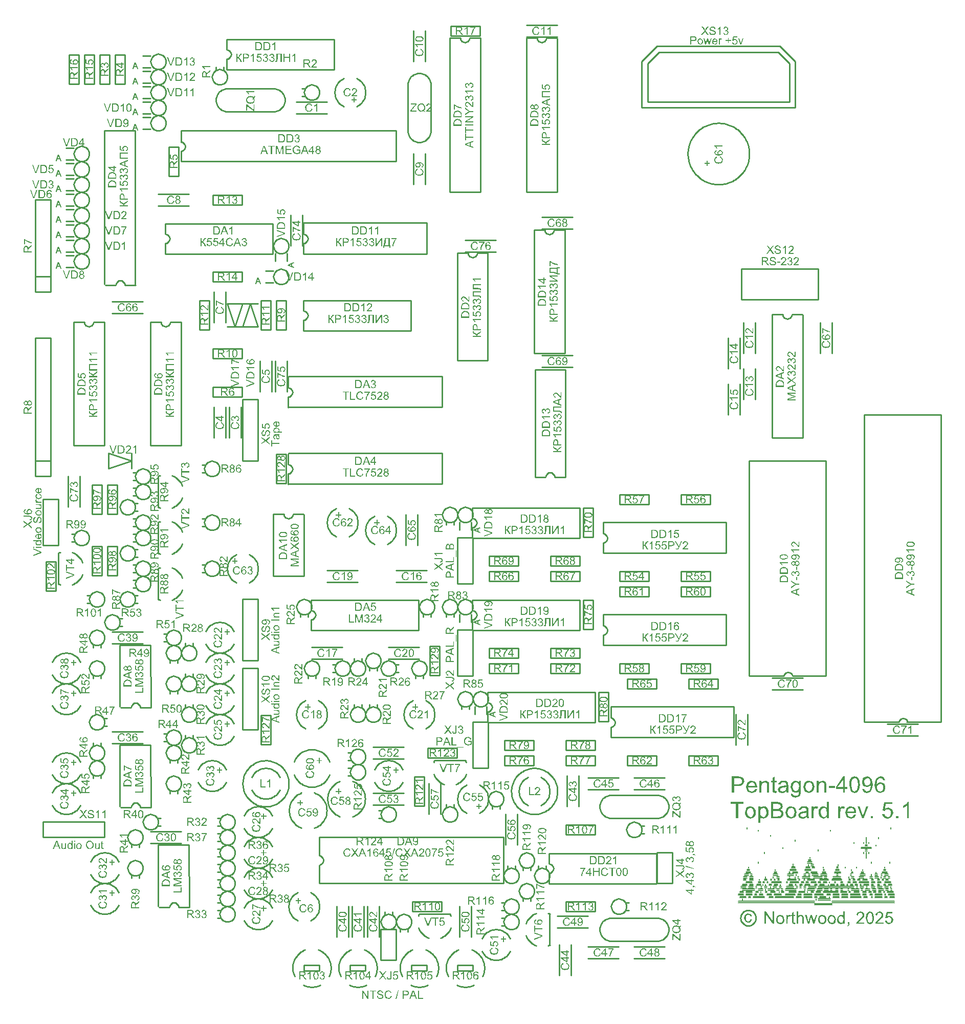
<source format=gto>
G04*
G04  File:            TOPBOARD-V5.1.3.GTO, Sun Sep 28 03:23:31 2025*
G04  Source:          P-CAD 2006 PCB, Version 19.02.958, (D:\PCAD-2006\Projects\Pentagon-4096\Hardware\TopBoard-v5.1.3.PCB)*
G04  Format:          Gerber Format (RS-274-D), ASCII*
G04*
G04  Format Options:  Absolute Positioning*
G04                   Leading-Zero Suppression*
G04                   Scale Factor 1:1*
G04                   NO Circular Interpolation*
G04                   Inch Units*
G04                   Numeric Format: 4.4 (XXXX.XXXX)*
G04                   G54 NOT Used for Aperture Change*
G04                   Apertures Embedded*
G04*
G04  File Options:    Offset = (0.0mil,0.0mil)*
G04                   Drill Symbol Size = 80.0mil*
G04                   No Pad/Via Holes*
G04*
G04  File Contents:   No Pads*
G04                   No Vias*
G04                   Designators*
G04                   Types*
G04                   Values*
G04                   No Drill Symbols*
G04                   Top Silk*
G04*
%INTOPBOARD-V5.1.3.GTO*%
%ICAS*%
%MOIN*%
G04*
G04  Aperture MACROs for general use --- invoked via D-code assignment *
G04*
G04  General MACRO for flashed round with rotation and/or offset hole *
%AMROTOFFROUND*
1,1,$1,0.0000,0.0000*
1,0,$2,$3,$4*%
G04*
G04  General MACRO for flashed oval (obround) with rotation and/or offset hole *
%AMROTOFFOVAL*
21,1,$1,$2,0.0000,0.0000,$3*
1,1,$4,$5,$6*
1,1,$4,0-$5,0-$6*
1,0,$7,$8,$9*%
G04*
G04  General MACRO for flashed oval (obround) with rotation and no hole *
%AMROTOVALNOHOLE*
21,1,$1,$2,0.0000,0.0000,$3*
1,1,$4,$5,$6*
1,1,$4,0-$5,0-$6*%
G04*
G04  General MACRO for flashed rectangle with rotation and/or offset hole *
%AMROTOFFRECT*
21,1,$1,$2,0.0000,0.0000,$3*
1,0,$4,$5,$6*%
G04*
G04  General MACRO for flashed rectangle with rotation and no hole *
%AMROTRECTNOHOLE*
21,1,$1,$2,0.0000,0.0000,$3*%
G04*
G04  General MACRO for flashed rounded-rectangle *
%AMROUNDRECT*
21,1,$1,$2-$4,0.0000,0.0000,$3*
21,1,$1-$4,$2,0.0000,0.0000,$3*
1,1,$4,$5,$6*
1,1,$4,$7,$8*
1,1,$4,0-$5,0-$6*
1,1,$4,0-$7,0-$8*
1,0,$9,$10,$11*%
G04*
G04  General MACRO for flashed rounded-rectangle with rotation and no hole *
%AMROUNDRECTNOHOLE*
21,1,$1,$2-$4,0.0000,0.0000,$3*
21,1,$1-$4,$2,0.0000,0.0000,$3*
1,1,$4,$5,$6*
1,1,$4,$7,$8*
1,1,$4,0-$5,0-$6*
1,1,$4,0-$7,0-$8*%
G04*
G04  General MACRO for flashed regular polygon *
%AMREGPOLY*
5,1,$1,0.0000,0.0000,$2,$3+$4*
1,0,$5,$6,$7*%
G04*
G04  General MACRO for flashed regular polygon with no hole *
%AMREGPOLYNOHOLE*
5,1,$1,0.0000,0.0000,$2,$3+$4*%
G04*
G04  General MACRO for target *
%AMTARGET*
6,0,0,$1,$2,$3,4,$4,$5,$6*%
G04*
G04  General MACRO for mounting hole *
%AMMTHOLE*
1,1,$1,0,0*
1,0,$2,0,0*
$1=$1-$2*
$1=$1/2*
21,1,$2+$1,$3,0,0,$4*
21,1,$3,$2+$1,0,0,$4*%
G04*
G04*
G04  D10 : "Ellipse X10.0mil Y10.0mil H0.0mil 0.0deg (0.0mil,0.0mil) Draw"*
G04  Disc: OuterDia=0.0100*
%ADD10C, 0.0100*%
G04  D11 : "Ellipse X15.0mil Y15.0mil H0.0mil 0.0deg (0.0mil,0.0mil) Draw"*
G04  Disc: OuterDia=0.0150*
%ADD11C, 0.0150*%
G04  D12 : "Ellipse X16.0mil Y16.0mil H0.0mil 0.0deg (0.0mil,0.0mil) Draw"*
G04  Disc: OuterDia=0.0160*
%ADD12C, 0.0160*%
G04  D13 : "Ellipse X20.0mil Y20.0mil H0.0mil 0.0deg (0.0mil,0.0mil) Draw"*
G04  Disc: OuterDia=0.0200*
%ADD13C, 0.0200*%
G04  D14 : "Ellipse X25.0mil Y25.0mil H0.0mil 0.0deg (0.0mil,0.0mil) Draw"*
G04  Disc: OuterDia=0.0250*
%ADD14C, 0.0250*%
G04  D15 : "Ellipse X30.0mil Y30.0mil H0.0mil 0.0deg (0.0mil,0.0mil) Draw"*
G04  Disc: OuterDia=0.0300*
%ADD15C, 0.0300*%
G04  D16 : "Ellipse X40.0mil Y40.0mil H0.0mil 0.0deg (0.0mil,0.0mil) Draw"*
G04  Disc: OuterDia=0.0400*
%ADD16C, 0.0400*%
G04  D17 : "Ellipse X5.0mil Y5.0mil H0.0mil 0.0deg (0.0mil,0.0mil) Draw"*
G04  Disc: OuterDia=0.0050*
%ADD17C, 0.0050*%
G04  D18 : "Ellipse X6.0mil Y6.0mil H0.0mil 0.0deg (0.0mil,0.0mil) Draw"*
G04  Disc: OuterDia=0.0060*
%ADD18C, 0.0060*%
G04  D19 : "Ellipse X8.0mil Y8.0mil H0.0mil 0.0deg (0.0mil,0.0mil) Draw"*
G04  Disc: OuterDia=0.0080*
%ADD19C, 0.0080*%
G04  D20 : "Ellipse X9.8mil Y9.8mil H0.0mil 0.0deg (0.0mil,0.0mil) Draw"*
G04  Disc: OuterDia=0.0098*
%ADD20C, 0.0098*%
G04  D21 : "Ellipse X9.8mil Y9.8mil H0.0mil 0.0deg (0.0mil,0.0mil) Draw"*
G04  Disc: OuterDia=0.0098*
%ADD21C, 0.0098*%
G04  D22 : "Ellipse X111.0mil Y111.0mil H0.0mil 0.0deg (0.0mil,0.0mil) Flash"*
G04  Disc: OuterDia=0.1110*
%ADD22C, 0.1110*%
G04  D23 : "Ellipse X128.0mil Y128.0mil H0.0mil 0.0deg (0.0mil,0.0mil) Flash"*
G04  Disc: OuterDia=0.1280*
%ADD23C, 0.1280*%
G04  D24 : "Ellipse X143.0mil Y143.0mil H0.0mil 0.0deg (0.0mil,0.0mil) Flash"*
G04  Disc: OuterDia=0.1430*
%ADD24C, 0.1430*%
G04  D25 : "Ellipse X200.0mil Y200.0mil H0.0mil 0.0deg (0.0mil,0.0mil) Flash"*
G04  Disc: OuterDia=0.2000*
%ADD25C, 0.2000*%
G04  D26 : "Ellipse X215.0mil Y215.0mil H0.0mil 0.0deg (0.0mil,0.0mil) Flash"*
G04  Disc: OuterDia=0.2150*
%ADD26C, 0.2150*%
G04  D27 : "Ellipse X50.0mil Y50.0mil H0.0mil 0.0deg (0.0mil,0.0mil) Flash"*
G04  Disc: OuterDia=0.0500*
%ADD27C, 0.0500*%
G04  D28 : "Ellipse X58.0mil Y58.0mil H0.0mil 0.0deg (0.0mil,0.0mil) Flash"*
G04  Disc: OuterDia=0.0580*
%ADD28C, 0.0580*%
G04  D29 : "Ellipse X60.0mil Y60.0mil H0.0mil 0.0deg (0.0mil,0.0mil) Flash"*
G04  Disc: OuterDia=0.0600*
%ADD29C, 0.0600*%
G04  D30 : "Ellipse X64.0mil Y64.0mil H0.0mil 0.0deg (0.0mil,0.0mil) Flash"*
G04  Disc: OuterDia=0.0640*
%ADD30C, 0.0640*%
G04  D31 : "Ellipse X65.0mil Y65.0mil H0.0mil 0.0deg (0.0mil,0.0mil) Flash"*
G04  Disc: OuterDia=0.0650*
%ADD31C, 0.0650*%
G04  D32 : "Ellipse X69.0mil Y69.0mil H0.0mil 0.0deg (0.0mil,0.0mil) Flash"*
G04  Disc: OuterDia=0.0690*
%ADD32C, 0.0690*%
G04  D33 : "Ellipse X73.0mil Y73.0mil H0.0mil 0.0deg (0.0mil,0.0mil) Flash"*
G04  Disc: OuterDia=0.0730*
%ADD33C, 0.0730*%
G04  D34 : "Ellipse X75.0mil Y75.0mil H0.0mil 0.0deg (0.0mil,0.0mil) Flash"*
G04  Disc: OuterDia=0.0750*
%ADD34C, 0.0750*%
G04  D35 : "Ellipse X79.0mil Y79.0mil H0.0mil 0.0deg (0.0mil,0.0mil) Flash"*
G04  Disc: OuterDia=0.0790*
%ADD35C, 0.0790*%
G04  D36 : "Ellipse X84.0mil Y84.0mil H0.0mil 0.0deg (0.0mil,0.0mil) Flash"*
G04  Disc: OuterDia=0.0840*
%ADD36C, 0.0840*%
G04  D37 : "Ellipse X90.0mil Y90.0mil H0.0mil 0.0deg (0.0mil,0.0mil) Flash"*
G04  Disc: OuterDia=0.0900*
%ADD37C, 0.0900*%
G04  D38 : "Ellipse X96.0mil Y96.0mil H0.0mil 0.0deg (0.0mil,0.0mil) Flash"*
G04  Disc: OuterDia=0.0960*
%ADD38C, 0.0960*%
G04  D39 : "Rectangle X114.0mil Y114.0mil H0.0mil 0.0deg (0.0mil,0.0mil) Flash"*
G04  Square: Side=0.1140, Rotation=0.0, OffsetX=0.0000, OffsetY=0.0000, HoleDia=0.0000*
%ADD39R, 0.1140 X0.1140*%
G04  D40 : "Rectangle X50.0mil Y50.0mil H0.0mil 0.0deg (0.0mil,0.0mil) Flash"*
G04  Square: Side=0.0500, Rotation=0.0, OffsetX=0.0000, OffsetY=0.0000, HoleDia=0.0000*
%ADD40R, 0.0500 X0.0500*%
G04  D41 : "Rectangle X60.0mil Y60.0mil H0.0mil 0.0deg (0.0mil,0.0mil) Flash"*
G04  Square: Side=0.0600, Rotation=0.0, OffsetX=0.0000, OffsetY=0.0000, HoleDia=0.0000*
%ADD41R, 0.0600 X0.0600*%
G04  D42 : "Rectangle X64.0mil Y64.0mil H0.0mil 0.0deg (0.0mil,0.0mil) Flash"*
G04  Square: Side=0.0640, Rotation=0.0, OffsetX=0.0000, OffsetY=0.0000, HoleDia=0.0000*
%ADD42R, 0.0640 X0.0640*%
G04  D43 : "Rectangle X65.0mil Y65.0mil H0.0mil 0.0deg (0.0mil,0.0mil) Flash"*
G04  Square: Side=0.0650, Rotation=0.0, OffsetX=0.0000, OffsetY=0.0000, HoleDia=0.0000*
%ADD43R, 0.0650 X0.0650*%
G04  D44 : "Rectangle X69.0mil Y69.0mil H0.0mil 0.0deg (0.0mil,0.0mil) Flash"*
G04  Square: Side=0.0690, Rotation=0.0, OffsetX=0.0000, OffsetY=0.0000, HoleDia=0.0000*
%ADD44R, 0.0690 X0.0690*%
G04  D45 : "Rectangle X75.0mil Y75.0mil H0.0mil 0.0deg (0.0mil,0.0mil) Flash"*
G04  Square: Side=0.0750, Rotation=0.0, OffsetX=0.0000, OffsetY=0.0000, HoleDia=0.0000*
%ADD45R, 0.0750 X0.0750*%
G04  D46 : "Rectangle X79.0mil Y79.0mil H0.0mil 0.0deg (0.0mil,0.0mil) Flash"*
G04  Square: Side=0.0790, Rotation=0.0, OffsetX=0.0000, OffsetY=0.0000, HoleDia=0.0000*
%ADD46R, 0.0790 X0.0790*%
G04  D47 : "Rectangle X84.0mil Y84.0mil H0.0mil 0.0deg (0.0mil,0.0mil) Flash"*
G04  Square: Side=0.0840, Rotation=0.0, OffsetX=0.0000, OffsetY=0.0000, HoleDia=0.0000*
%ADD47R, 0.0840 X0.0840*%
G04  D48 : "Rectangle X99.0mil Y99.0mil H0.0mil 0.0deg (0.0mil,0.0mil) Flash"*
G04  Square: Side=0.0990, Rotation=0.0, OffsetX=0.0000, OffsetY=0.0000, HoleDia=0.0000*
%ADD48R, 0.0990 X0.0990*%
G04  D49 : "Ellipse X30.0mil Y30.0mil H0.0mil 0.0deg (0.0mil,0.0mil) Flash"*
G04  Disc: OuterDia=0.0300*
%ADD49C, 0.0300*%
G04  D50 : "Ellipse X45.0mil Y45.0mil H0.0mil 0.0deg (0.0mil,0.0mil) Flash"*
G04  Disc: OuterDia=0.0450*
%ADD50C, 0.0450*%
G04*
%FSLAX44Y44*%
%SFA1B1*%
%OFA0.0000B0.0000*%
G04*
G70*
G90*
G01*
D2*
%LNTop Silk*%
%LPD*%
D10*
X152431Y159250*
X152528Y159259D1*
X152622Y159288*
X152709Y159334*
X152784Y159396*
X152847Y159472*
X152893Y159558*
X152921Y159652*
X152931Y159750*
X152921Y159847*
X152893Y159941*
X152847Y160027*
X152784Y160103*
X152709Y160165*
X152622Y160212*
X152528Y160240*
X152431Y160250*
X152333Y160240*
X152240Y160212*
X152153Y160165*
X152077Y160103*
X152015Y160027*
X151969Y159941*
X151940Y159847*
X151931Y159750*
X151940Y159652*
X151969Y159558*
X152015Y159472*
X152077Y159396*
X152153Y159334*
X152240Y159288*
X152333Y159259*
X152431Y159250*
D2*
D19*
X152040Y161000*
Y160920D1*
X151800Y161240D2*
X152120D1*
X151800Y161320D2*
X152120D1*
X151880Y161400D2*
X152120D1*
X151880Y161480D2*
X152120D1*
X152440Y161720D2*
X152760D1*
X152440Y161800D2*
X152760D1*
X152280Y161240D2*
X152680D1*
X152280Y161320D2*
X152680D1*
X152280Y161400D2*
X152680D1*
X152280Y161480D2*
X152680D1*
X152040Y161560D2*
X152840D1*
X152040Y161640D2*
X152840D1*
X151960Y161720D2*
X152280D1*
X151960Y161800D2*
X152280D1*
X152440Y161160D2*
X152600D1*
X151880D2*
X152280D1*
X152440Y161080D2*
X152600D1*
X151880D2*
X152280D1*
X152520Y161880D2*
X152760D1*
X152040D2*
X152360D1*
X152520Y162200D2*
X152760D1*
X152520Y162280D2*
X152760D1*
X152520Y162360D2*
X152760D1*
X152520Y162440D2*
X152760D1*
X152600Y162520D2*
X152680D1*
X152600Y162600D2*
X152680D1*
X152360Y162840D2*
X152520D1*
X152360Y162920D2*
X152520D1*
X152440Y163000D2*
Y163080D1*
X152280Y162040D2*
X152680D1*
X152280Y162120D2*
X152680D1*
X152120Y162200D2*
X152280D1*
X152120Y162280D2*
X152280D1*
X152120Y162360D2*
X152360D1*
X152120Y162440D2*
X152360D1*
X152200Y162520D2*
X152440D1*
X152200Y162600D2*
X152440D1*
X152280Y162680D2*
X152600D1*
X152280Y162760D2*
X152600D1*
X152360Y165560D2*
Y165640D1*
X153240Y161480D2*
Y161400D1*
Y161720D2*
X153320D1*
X153240Y161800D2*
X153320D1*
X153560Y161640D2*
Y161560D1*
X154120Y161240D2*
X154600D1*
X154120Y161320D2*
X154600D1*
X153880Y161400D2*
X154200D1*
X153880Y161480D2*
X154200D1*
X154440Y161400D2*
Y161480D1*
X154600Y161400D2*
X154760D1*
X154600Y161480D2*
X154760D1*
X153720Y161560D2*
X154120D1*
X153720Y161640D2*
X154120D1*
X154280Y161560D2*
X154440D1*
X154280Y161640D2*
X154440D1*
X154600Y161560D2*
X154680D1*
X154600Y161640D2*
X154680D1*
X153880Y161720D2*
Y161800D1*
X154040Y161720D2*
X154280D1*
X154040Y161800D2*
X154280D1*
X154440Y161720D2*
X154600D1*
X154440Y161800D2*
X154600D1*
X155640Y161240D2*
X155880D1*
X155640Y161320D2*
X155880D1*
X155560Y161720D2*
X155640D1*
X155560Y161800D2*
X155640D1*
X155800Y161720D2*
X155880D1*
X155800Y161800D2*
X155880D1*
X154840Y161240D2*
X155480D1*
X154840Y161320D2*
X155480D1*
X155080Y161400D2*
X155560D1*
X155080Y161480D2*
X155560D1*
X154840Y161560D2*
X155560D1*
X154840Y161640D2*
X155560D1*
X154920Y161720D2*
X155400D1*
X154920Y161800D2*
X155400D1*
X153800Y161160D2*
X154040D1*
X155560D2*
X155880D1*
X154200D2*
X155400D1*
X153800Y161080D2*
X154040D1*
X155560D2*
X155880D1*
X154200D2*
X155400D1*
X153640Y161240D2*
X153960D1*
X153640Y161320D2*
X153960D1*
X153560Y161400D2*
X153640D1*
X153560Y161480D2*
X153640D1*
X153480Y161720D2*
X153640D1*
X153480Y161800D2*
X153640D1*
X153800Y161880D2*
X153960D1*
X154120D2*
X154360D1*
X155480D2*
X155560D1*
X155080D2*
X155320D1*
X153160Y161240D2*
X153400D1*
X153160Y161320D2*
X153400D1*
X153080Y161560D2*
X153400D1*
X153080Y161640D2*
X153400D1*
X153080Y162040D2*
X153240D1*
X153080Y162120D2*
X153240D1*
X153160Y162200D2*
Y162280D1*
X153080Y163320D2*
Y163400D1*
X153560Y162360D2*
Y162440D1*
X153480Y163960D2*
Y164040D1*
X153960Y162040D2*
X154600D1*
X153960Y162120D2*
X154600D1*
X154920Y162040D2*
X155000D1*
X154920Y162120D2*
X155000D1*
X153880Y162200D2*
X153960D1*
X153880Y162280D2*
X153960D1*
X154120Y162200D2*
X154200D1*
X154120Y162280D2*
X154200D1*
X154360Y162200D2*
X154440D1*
X154360Y162280D2*
X154440D1*
X154040Y162360D2*
Y162440D1*
X154280Y162360D2*
X154440D1*
X154280Y162440D2*
X154440D1*
X155080Y162360D2*
X155160D1*
X155080Y162440D2*
X155160D1*
X154040Y162520D2*
X154360D1*
X154040Y162600D2*
X154360D1*
X154120Y162680D2*
X154280D1*
X154120Y162760D2*
X154280D1*
X155080Y162680D2*
X155160D1*
X155080Y162760D2*
X155160D1*
X154200Y162840D2*
Y162920D1*
X155720Y162200D2*
X155800D1*
X155720Y162280D2*
X155800D1*
X155480Y162360D2*
Y162440D1*
X155640Y162360D2*
X155720D1*
X155640Y162440D2*
X155720D1*
X155560Y162520D2*
Y162600D1*
X155320Y162680D2*
X155640D1*
X155320Y162760D2*
X155640D1*
X155320Y163160D2*
X155400D1*
X155320Y163240D2*
X155400D1*
X155160Y162040D2*
X155720D1*
X155160Y162120D2*
X155720D1*
X155000Y162200D2*
X155560D1*
X155000Y162280D2*
X155560D1*
X155000Y162520D2*
X155400D1*
X155000Y162600D2*
X155400D1*
X155160Y162840D2*
X155560D1*
X155160Y162920D2*
X155560D1*
X155240Y163000D2*
X155480D1*
X155240Y163080D2*
X155480D1*
X154680Y164280D2*
Y164360D1*
X155480Y164760D2*
Y164840D1*
X153640Y162040D2*
X153720D1*
X153640Y162120D2*
X153720D1*
X153480Y162200D2*
X153640D1*
X153480Y162280D2*
X153640D1*
X153400Y162040D2*
X153480D1*
X153400Y162120D2*
X153480D1*
X153080Y165400D2*
Y165480D1*
X153880Y165080D2*
Y165160D1*
X156280Y161400D2*
Y161480D1*
X156120Y161560D2*
Y161640D1*
X156040Y161720D2*
X156200D1*
X156040Y161800D2*
X156200D1*
X156760Y160600D2*
X157880D1*
X156760Y160680D2*
X157880D1*
X156840Y161000D2*
Y160920D1*
X157000D2*
X157800D1*
X157000Y161000D2*
X157800D1*
X156760Y161240D2*
X157320D1*
X156760Y161320D2*
X157320D1*
X157560Y161240D2*
X157800D1*
X157560Y161320D2*
X157800D1*
X156840Y161400D2*
X157160D1*
X156840Y161480D2*
X157160D1*
X156920Y161560D2*
X157240D1*
X156920Y161640D2*
X157240D1*
X157400Y161560D2*
X157640D1*
X157400Y161640D2*
X157640D1*
X157800Y161560D2*
X157880D1*
X157800Y161640D2*
X157880D1*
X158520Y161240D2*
X158920D1*
X158520Y161320D2*
X158920D1*
X158440Y161400D2*
X158840D1*
X158440Y161480D2*
X158840D1*
X158440Y161560D2*
X158600D1*
X158440Y161640D2*
X158600D1*
X157960Y161240D2*
X158360D1*
X157960Y161320D2*
X158360D1*
X157320Y161400D2*
X158280D1*
X157320Y161480D2*
X158280D1*
X158120Y161560D2*
X158280D1*
X158120Y161640D2*
X158280D1*
X156760Y161160D2*
X156920D1*
X157080D2*
X157480D1*
X158520D2*
X158920D1*
X157960D2*
X158360D1*
X156760Y161080D2*
X156920D1*
X157080D2*
X157480D1*
X158520D2*
X158920D1*
X157960D2*
X158360D1*
X157720Y161160D2*
Y161080D1*
X156520Y161400D2*
X156680D1*
X156520Y161480D2*
X156680D1*
X156760Y161880D2*
X156920D1*
X157080D2*
X157400D1*
X157800D2*
X158040D1*
X158440D2*
X158680D1*
X158840D2*
X158920D1*
X158200D2*
X158280D1*
X156040Y161240D2*
X156600D1*
X156040Y161320D2*
X156600D1*
X156280Y161560D2*
X156760D1*
X156280Y161640D2*
X156760D1*
X156360Y161720D2*
X156840D1*
X156360Y161800D2*
X156840D1*
X156040Y161160D2*
X156600D1*
X156040Y161080D2*
X156600D1*
X156120Y161880D2*
X156440D1*
X156040Y162200D2*
X156120D1*
X156040Y162280D2*
X156120D1*
X156040Y162520D2*
X156200D1*
X156040Y162600D2*
X156200D1*
X156440Y163640D2*
Y163720D1*
X157000Y162040D2*
X157160D1*
X157000Y162120D2*
X157160D1*
X157320Y162040D2*
X157560D1*
X157320Y162120D2*
X157560D1*
X157720Y162040D2*
Y162120D1*
X158040Y162040D2*
X158120D1*
X158040Y162120D2*
X158120D1*
X157080Y162200D2*
X157640D1*
X157080Y162280D2*
X157640D1*
X156680Y162360D2*
X157240D1*
X156680Y162440D2*
X157240D1*
X157400Y162360D2*
X157560D1*
X157400Y162440D2*
X157560D1*
X157160Y162520D2*
X157560D1*
X157160Y162600D2*
X157560D1*
X157240Y162680D2*
X157480D1*
X157240Y162760D2*
X157480D1*
X157320Y162840D2*
X157400D1*
X157320Y162920D2*
X157400D1*
X157320Y163000D2*
Y163080D1*
X158440Y162040D2*
X158600D1*
X158440Y162120D2*
X158600D1*
X158760Y163000D2*
Y163080D1*
X157880Y162200D2*
X158520D1*
X157880Y162280D2*
X158520D1*
X157960Y162360D2*
X158440D1*
X157960Y162440D2*
X158440D1*
X158200Y162520D2*
X158280D1*
X158200Y162600D2*
X158280D1*
X158040Y162680D2*
X158440D1*
X158040Y162760D2*
X158440D1*
X158120Y162840D2*
X158360D1*
X158120Y162920D2*
X158360D1*
X158200Y163000D2*
X158280D1*
X158200Y163080D2*
X158280D1*
Y163160D2*
Y163240D1*
X157000Y164120D2*
Y164200D1*
X156600Y162520D2*
X157000D1*
X156600Y162600D2*
X157000D1*
X156600Y163000D2*
X156760D1*
X156600Y163080D2*
X156760D1*
X156520Y162040D2*
X156840D1*
X156520Y162120D2*
X156840D1*
X156520Y162680D2*
X156920D1*
X156520Y162760D2*
X156920D1*
X156520Y163160D2*
X156680D1*
X156520Y163240D2*
X156680D1*
X156200Y162040D2*
X156360D1*
X156200Y162120D2*
X156360D1*
Y162520D2*
X156440D1*
X156360Y162600D2*
X156440D1*
X156200Y162680D2*
X156360D1*
X156200Y162760D2*
X156360D1*
X156200Y163000D2*
X156440D1*
X156200Y163080D2*
X156440D1*
X156360Y163160D2*
Y163240D1*
X156120Y162840D2*
X156520D1*
X156120Y162920D2*
X156520D1*
X156360Y163480D2*
X156520D1*
X156360Y163560D2*
X156520D1*
X156280Y162200D2*
X156760D1*
X156280Y162280D2*
X156760D1*
X156280Y163320D2*
X156600D1*
X156280Y163400D2*
X156600D1*
X157800Y165400D2*
Y165480D1*
X159080Y161880D2*
X159240D1*
X159480Y161720D2*
X159560D1*
X159480Y161800D2*
X159560D1*
X159880Y161240D2*
X160120D1*
X159880Y161320D2*
X160120D1*
X160360Y161240D2*
X160520D1*
X160360Y161320D2*
X160520D1*
X160680Y161240D2*
X161160D1*
X160680Y161320D2*
X161160D1*
X159880Y161400D2*
X160120D1*
X159880Y161480D2*
X160120D1*
X160280Y161400D2*
X160440D1*
X160280Y161480D2*
X160440D1*
X160600Y161400D2*
X160760D1*
X160600Y161480D2*
X160760D1*
X160920Y161400D2*
X161080D1*
X160920Y161480D2*
X161080D1*
X159800Y161560D2*
X159880D1*
X159800Y161640D2*
X159880D1*
X160040Y161560D2*
X160360D1*
X160040Y161640D2*
X160360D1*
X160520Y161560D2*
X160760D1*
X160520Y161640D2*
X160760D1*
X159720Y161720D2*
X159960D1*
X159720Y161800D2*
X159960D1*
X160120Y161720D2*
X160200D1*
X160120Y161800D2*
X160200D1*
X160440Y161720D2*
X160680D1*
X160440Y161800D2*
X160680D1*
X160840Y161720D2*
X161160D1*
X160840Y161800D2*
X161160D1*
X161320Y161240D2*
X161400D1*
X161320Y161320D2*
X161400D1*
X161480Y161400D2*
X161880D1*
X161480Y161480D2*
X161880D1*
X161400Y161560D2*
X161560D1*
X161400Y161640D2*
X161560D1*
X161720Y161560D2*
X161800D1*
X161720Y161640D2*
X161800D1*
X161320Y161720D2*
X161560D1*
X161320Y161800D2*
X161560D1*
X161720Y161720D2*
Y161800D1*
X161240Y161400D2*
X161320D1*
X161240Y161480D2*
X161320D1*
X160920Y161560D2*
X161240D1*
X160920Y161640D2*
X161240D1*
X159960Y161160D2*
X160200D1*
X160440D2*
X160520D1*
X160680D2*
X161160D1*
X161320D2*
X161480D1*
X159960Y161080D2*
X160200D1*
X160440D2*
X160520D1*
X160680D2*
X161160D1*
X161320D2*
X161480D1*
X159720Y161880D2*
X159800D1*
X159960D2*
X160280D1*
X160440D2*
X160600D1*
X160840D2*
X161000D1*
X161560D2*
X161800D1*
X161240D2*
X161400D1*
X159080Y161240D2*
X159720D1*
X159080Y161320D2*
X159720D1*
X159320Y161400D2*
X159640D1*
X159320Y161480D2*
X159640D1*
X159160Y161560D2*
X159640D1*
X159160Y161640D2*
X159640D1*
X159080Y161160D2*
X159800D1*
X159080Y161080D2*
X159800D1*
X159400Y161880D2*
X159560D1*
X159160Y162360D2*
X159320D1*
X159160Y162440D2*
X159320D1*
X159080Y162520D2*
X159160D1*
X159080Y162600D2*
X159160D1*
Y162680D2*
X159240D1*
X159160Y162760D2*
X159240D1*
X159160Y162840D2*
Y162920D1*
X159320Y164600D2*
Y164680D1*
X159480Y163000D2*
Y163080D1*
X160440Y162040D2*
X160680D1*
X160440Y162120D2*
X160680D1*
X160840Y162040D2*
X161080D1*
X160840Y162120D2*
X161080D1*
X159880Y162200D2*
X160200D1*
X159880Y162280D2*
X160200D1*
X160440Y162200D2*
X160600D1*
X160440Y162280D2*
X160600D1*
X160840Y162200D2*
X161000D1*
X160840Y162280D2*
X161000D1*
X160360Y162360D2*
X160520D1*
X160360Y162440D2*
X160520D1*
X160680Y162360D2*
X160920D1*
X160680Y162440D2*
X160920D1*
X161080Y162360D2*
Y162440D1*
X159720Y162520D2*
X160040D1*
X159720Y162600D2*
X160040D1*
X160440Y162520D2*
Y162600D1*
X160680Y162520D2*
X160840D1*
X160680Y162600D2*
X160840D1*
X161080Y162520D2*
X161160D1*
X161080Y162600D2*
X161160D1*
X159800Y162680D2*
X159960D1*
X159800Y162760D2*
X159960D1*
X160760Y162680D2*
Y162760D1*
X159880Y162840D2*
Y162920D1*
X160440Y163320D2*
Y163400D1*
X160120Y163640D2*
Y164040D1*
X159960Y163960D2*
Y164040D1*
X160280Y163960D2*
Y164040D1*
X161320Y162040D2*
X161720D1*
X161320Y162120D2*
X161720D1*
X161400Y162200D2*
X161560D1*
X161400Y162280D2*
X161560D1*
Y162360D2*
X161640D1*
X161560Y162440D2*
X161640D1*
X161320Y162520D2*
X161560D1*
X161320Y162600D2*
X161560D1*
X161320Y163000D2*
Y163080D1*
X161640Y163320D2*
Y163400D1*
X161160Y162200D2*
X161240D1*
X161160Y162280D2*
X161240D1*
Y162360D2*
X161400D1*
X161240Y162440D2*
X161400D1*
X161160Y162680D2*
X161480D1*
X161160Y162760D2*
X161480D1*
X161240Y162840D2*
X161400D1*
X161240Y162920D2*
X161400D1*
X159800Y164280D2*
X160440D1*
X159800Y164360D2*
X160440D1*
X160040Y164440D2*
X160200D1*
X160040Y164520D2*
X160200D1*
X159960Y164600D2*
Y164680D1*
X160280Y164600D2*
Y164680D1*
X160760Y164440D2*
Y164520D1*
X160040Y164200D2*
X160200D1*
X160040Y164120D2*
X160200D1*
X159640Y162040D2*
X160280D1*
X159640Y162120D2*
X160280D1*
X159560Y162200D2*
X159720D1*
X159560Y162280D2*
X159720D1*
X159640Y162360D2*
X159960D1*
X159640Y162440D2*
X159960D1*
X159240Y162200D2*
X159400D1*
X159240Y162280D2*
X159400D1*
X159240Y162040D2*
X159480D1*
X159240Y162120D2*
X159480D1*
X161720Y165560D2*
Y165640D1*
X152520Y161960D2*
X152760D1*
X152040D2*
X152360D1*
X153800D2*
X153960D1*
X154120D2*
X154360D1*
X155480D2*
X155560D1*
X155080D2*
X155320D1*
X153560Y161880D2*
Y161960D1*
X154520Y161880D2*
Y161960D1*
X153400Y161880D2*
Y161960D1*
X156760D2*
X156920D1*
X157080D2*
X157400D1*
X157800D2*
X158040D1*
X158440D2*
X158680D1*
X158840D2*
X158920D1*
X158200D2*
X158280D1*
X157640Y161880D2*
Y161960D1*
X156120D2*
X156440D1*
X159080D2*
X159240D1*
X159720D2*
X159800D1*
X159960D2*
X160280D1*
X160440D2*
X160600D1*
X160840D2*
X161000D1*
X161560D2*
X161800D1*
X161240D2*
X161400D1*
X160120Y164600D2*
Y165000D1*
X160920Y164920D2*
Y165000D1*
X159400Y161960D2*
X159560D1*
X152840Y161240D2*
X153000D1*
X152840Y161320D2*
X153000D1*
X152920Y161400D2*
X153080D1*
X152920Y161480D2*
X153080D1*
X152920Y161720D2*
X153000D1*
X152920Y161800D2*
X153000D1*
Y161880D2*
X153240D1*
X155720Y161400D2*
X156120D1*
X155720Y161480D2*
X156120D1*
X155800Y161880D2*
X155960D1*
X152760Y161160D2*
X153480D1*
X152760Y161080D2*
X153480D1*
X151800Y160760D2*
X156760D1*
X151800Y160840D2*
X156760D1*
X155880Y162040D2*
X156040D1*
X155880Y162120D2*
X156040D1*
X155960Y162360D2*
X156440D1*
X155960Y162440D2*
X156440D1*
X159000Y161400D2*
X159080D1*
X159000Y161480D2*
X159080D1*
X158920Y161560D2*
X159000D1*
X158920Y161640D2*
X159000D1*
X161560Y161240D2*
X161960D1*
X161560Y161320D2*
X161960D1*
X161640Y161160D2*
X161960D1*
X161640Y161080D2*
X161960D1*
X157880Y160760D2*
X161960D1*
X157880Y160840D2*
X161960D1*
X158920Y162040D2*
X159080D1*
X158920Y162120D2*
X159080D1*
X159000Y162200D2*
X159080D1*
X159000Y162280D2*
X159080D1*
X159000Y162360D2*
Y162440D1*
X153000Y161960D2*
X153240D1*
X155800D2*
X155960D1*
X157000Y161720D2*
X159320D1*
X157000Y161800D2*
X159320D1*
D2*
D10*
X109750Y175350*
Y175550D1*
X110250Y175350D2*
Y175550D1*
X110000Y175499D2*
X110097Y175509D1*
X110191Y175538*
X110277Y175584*
X110353Y175646*
X110415Y175722*
X110461Y175808*
X110490Y175902*
X110500Y176000*
X110490Y176097*
X110461Y176191*
X110415Y176277*
X110353Y176353*
X110277Y176415*
X110191Y176461*
X110097Y176490*
X110000Y176500*
X109902Y176490*
X109808Y176461*
X109722Y176415*
X109646Y176353*
X109584Y176277*
X109538Y176191*
X109509Y176097*
X109499Y176000*
X109509Y175902*
X109538Y175808*
X109584Y175722*
X109646Y175646*
X109722Y175584*
X109808Y175538*
X109902Y175509*
X110000Y175499*
X108125Y186500D2*
Y188500D1*
X108875D2*
Y186500D1*
X118375Y200500D2*
Y198500D1*
X117625D2*
Y200500D1*
X131500Y181625D2*
X129500D1*
Y182375D2*
X131500D1*
X130625Y207500D2*
Y209500D1*
X131375D2*
Y207500D1*
X151875Y194500D2*
Y192500D1*
X151125D2*
Y194500D1*
Y195500D2*
Y197500D1*
X151875D2*
Y195500D1*
X106500Y187000D2*
X107500D1*
Y184000D2*
X106500D1*
X107500Y187000D2*
Y184000D1*
X106500D2*
Y187000D1*
X110250Y171150D2*
Y170950D1*
X109750Y171150D2*
Y170950D1*
X110000Y171000D2*
X109902Y170990D1*
X109808Y170961*
X109722Y170915*
X109646Y170853*
X109584Y170777*
X109538Y170691*
X109509Y170597*
X109499Y170500*
X109509Y170402*
X109538Y170308*
X109584Y170222*
X109646Y170146*
X109722Y170084*
X109808Y170038*
X109902Y170009*
X110000Y169999*
X110097Y170009*
X110191Y170038*
X110277Y170084*
X110353Y170146*
X110415Y170222*
X110461Y170308*
X110490Y170402*
X110500Y170500*
X110490Y170597*
X110461Y170691*
X110415Y170777*
X110353Y170853*
X110277Y170915*
X110191Y170961*
X110097Y170990*
X110000Y171000*
X109750Y177350D2*
Y177550D1*
X110250Y177350D2*
Y177550D1*
X110000Y177499D2*
X110097Y177509D1*
X110191Y177538*
X110277Y177584*
X110353Y177646*
X110415Y177722*
X110461Y177808*
X110490Y177902*
X110500Y178000*
X110490Y178097*
X110461Y178191*
X110415Y178277*
X110353Y178353*
X110277Y178415*
X110191Y178461*
X110097Y178490*
X110000Y178500*
X109902Y178490*
X109808Y178461*
X109722Y178415*
X109646Y178353*
X109584Y178277*
X109538Y178191*
X109509Y178097*
X109499Y178000*
X109509Y177902*
X109538Y177808*
X109584Y177722*
X109646Y177646*
X109722Y177584*
X109808Y177538*
X109902Y177509*
X110000Y177499*
X109350Y180750D2*
X109550D1*
X109350Y180250D2*
X109550D1*
X109499Y180500D2*
X109509Y180402D1*
X109538Y180308*
X109584Y180222*
X109646Y180146*
X109722Y180084*
X109808Y180038*
X109902Y180009*
X110000Y179999*
X110097Y180009*
X110191Y180038*
X110277Y180084*
X110353Y180146*
X110415Y180222*
X110461Y180308*
X110490Y180402*
X110500Y180500*
X110490Y180597*
X110461Y180691*
X110415Y180777*
X110353Y180853*
X110277Y180915*
X110191Y180961*
X110097Y180990*
X110000Y181000*
X109902Y180990*
X109808Y180961*
X109722Y180915*
X109646Y180853*
X109584Y180777*
X109538Y180691*
X109509Y180597*
X109499Y180500*
X110312Y187937D2*
X109687D1*
X110312Y186062D2*
X109687D1*
Y187937*
X110312D2*
Y186062D1*
X109812Y215937D2*
X109187D1*
X109812Y214062D2*
X109187D1*
Y215937*
X109812D2*
Y214062D1*
X108812Y215937D2*
X108187D1*
X108812Y214062D2*
X108187D1*
Y215937*
X108812D2*
Y214062D1*
X112250Y162350D2*
Y162550D1*
X112750Y162350D2*
Y162550D1*
X112500Y162499D2*
X112597Y162509D1*
X112691Y162538*
X112777Y162584*
X112853Y162646*
X112915Y162722*
X112961Y162808*
X112990Y162902*
X113000Y163000*
X112990Y163097*
X112961Y163191*
X112915Y163277*
X112853Y163353*
X112777Y163415*
X112691Y163461*
X112597Y163490*
X112500Y163500*
X112402Y163490*
X112308Y163461*
X112222Y163415*
X112146Y163353*
X112084Y163277*
X112038Y163191*
X112009Y163097*
X111999Y163000*
X112009Y162902*
X112038Y162808*
X112084Y162722*
X112146Y162646*
X112222Y162584*
X112308Y162538*
X112402Y162509*
X112500Y162499*
X112250Y164350D2*
Y164550D1*
X112750Y164350D2*
Y164550D1*
X112500Y164499D2*
X112597Y164509D1*
X112691Y164538*
X112777Y164584*
X112853Y164646*
X112915Y164722*
X112961Y164808*
X112990Y164902*
X113000Y165000*
X112990Y165097*
X112961Y165191*
X112915Y165277*
X112853Y165353*
X112777Y165415*
X112691Y165461*
X112597Y165490*
X112500Y165500*
X112402Y165490*
X112308Y165461*
X112222Y165415*
X112146Y165353*
X112084Y165277*
X112038Y165191*
X112009Y165097*
X111999Y165000*
X112009Y164902*
X112038Y164808*
X112084Y164722*
X112146Y164646*
X112222Y164584*
X112308Y164538*
X112402Y164509*
X112500Y164499*
X111812Y215937D2*
X111187D1*
X111812Y214062D2*
X111187D1*
Y215937*
X111812D2*
Y214062D1*
X114750Y167850D2*
Y168050D1*
X115250Y167850D2*
Y168050D1*
X115000Y167999D2*
X115097Y168009D1*
X115191Y168038*
X115277Y168084*
X115353Y168146*
X115415Y168222*
X115461Y168308*
X115490Y168402*
X115500Y168500*
X115490Y168597*
X115461Y168691*
X115415Y168777*
X115353Y168853*
X115277Y168915*
X115191Y168961*
X115097Y168990*
X115000Y169000*
X114902Y168990*
X114808Y168961*
X114722Y168915*
X114646Y168853*
X114584Y168777*
X114538Y168691*
X114509Y168597*
X114499Y168500*
X114509Y168402*
X114538Y168308*
X114584Y168222*
X114646Y168146*
X114722Y168084*
X114808Y168038*
X114902Y168009*
X115000Y167999*
X114750Y174350D2*
Y174550D1*
X115250Y174350D2*
Y174550D1*
X115000Y174499D2*
X115097Y174509D1*
X115191Y174538*
X115277Y174584*
X115353Y174646*
X115415Y174722*
X115461Y174808*
X115490Y174902*
X115500Y175000*
X115490Y175097*
X115461Y175191*
X115415Y175277*
X115353Y175353*
X115277Y175415*
X115191Y175461*
X115097Y175490*
X115000Y175500*
X114902Y175490*
X114808Y175461*
X114722Y175415*
X114646Y175353*
X114584Y175277*
X114538Y175191*
X114509Y175097*
X114499Y175000*
X114509Y174902*
X114538Y174808*
X114584Y174722*
X114646Y174646*
X114722Y174584*
X114808Y174538*
X114902Y174509*
X115000Y174499*
X115312Y209937D2*
X114687D1*
X115312Y208062D2*
X114687D1*
Y209937*
X115312D2*
Y208062D1*
X118625Y191000D2*
Y193000D1*
X119375D2*
Y191000D1*
X117625D2*
Y193000D1*
X118375D2*
Y191000D1*
X119500Y199750D2*
X118500D1*
X119500Y198250D2*
X118500D1*
X119500Y199750D2*
X119000Y198250D1*
X118500Y199750*
X120687Y171062D2*
X121312D1*
X120687Y172937D2*
X121312D1*
Y171062*
X120687D2*
Y172937D1*
X121687Y188062D2*
X122312D1*
X121687Y189937D2*
X122312D1*
Y188062*
X121687D2*
Y189937D1*
X122312Y199937D2*
X121687D1*
X122312Y198062D2*
X121687D1*
Y199937*
X122312D2*
Y198062D1*
X120687D2*
X121312D1*
X120687Y199937D2*
X121312D1*
Y198062*
X120687D2*
Y199937D1*
X121375Y196000D2*
Y194000D1*
X120625D2*
Y196000D1*
X122375D2*
Y194000D1*
X121625D2*
Y196000D1*
X127375Y160500D2*
Y158500D1*
X126625D2*
Y160500D1*
X128375D2*
Y158500D1*
X127625D2*
Y160500D1*
X127250Y176650D2*
Y176450D1*
X126750Y176650D2*
Y176450D1*
X127000Y176500D2*
X126902Y176490D1*
X126808Y176461*
X126722Y176415*
X126646Y176353*
X126584Y176277*
X126538Y176191*
X126509Y176097*
X126499Y176000*
X126509Y175902*
X126538Y175808*
X126584Y175722*
X126646Y175646*
X126722Y175584*
X126808Y175538*
X126902Y175509*
X127000Y175499*
X127097Y175509*
X127191Y175538*
X127277Y175584*
X127353Y175646*
X127415Y175722*
X127461Y175808*
X127490Y175902*
X127500Y176000*
X127490Y176097*
X127461Y176191*
X127415Y176277*
X127353Y176353*
X127277Y176415*
X127191Y176461*
X127097Y176490*
X127000Y176500*
X129750Y158850D2*
Y159050D1*
X130250Y158850D2*
Y159050D1*
X130000Y158999D2*
X130097Y159009D1*
X130191Y159038*
X130277Y159084*
X130353Y159146*
X130415Y159222*
X130461Y159308*
X130490Y159402*
X130500Y159500*
X130490Y159597*
X130461Y159691*
X130415Y159777*
X130353Y159853*
X130277Y159915*
X130191Y159961*
X130097Y159990*
X130000Y160000*
X129902Y159990*
X129808Y159961*
X129722Y159915*
X129646Y159853*
X129584Y159777*
X129538Y159691*
X129509Y159597*
X129499Y159500*
X129509Y159402*
X129538Y159308*
X129584Y159222*
X129646Y159146*
X129722Y159084*
X129808Y159038*
X129902Y159009*
X130000Y158999*
X130125Y184000D2*
Y186000D1*
X130875D2*
Y184000D1*
X130250Y211000D2*
X130256Y210902D1*
X130275Y210805*
X130307Y210712*
X130350Y210625*
X130404Y210543*
X130469Y210469*
X130543Y210404*
X130625Y210350*
X130712Y210307*
X130805Y210275*
X130902Y210256*
X131000Y210250*
X131097Y210256*
X131194Y210275*
X131287Y210307*
X131375Y210350*
X131456Y210404*
X131530Y210469*
X131595Y210543*
X131649Y210625*
X131692Y210712*
X131724Y210805*
X131743Y210902*
X131750Y211000*
Y214000D2*
X131743Y214097D1*
X131724Y214194*
X131692Y214287*
X131649Y214375*
X131595Y214456*
X131530Y214530*
X131456Y214595*
X131375Y214649*
X131287Y214692*
X131194Y214724*
X131097Y214743*
X131000Y214750*
X130902Y214743*
X130805Y214724*
X130712Y214692*
X130625Y214649*
X130543Y214595*
X130469Y214530*
X130404Y214456*
X130350Y214375*
X130307Y214287*
X130275Y214194*
X130256Y214097*
X130250Y214000*
X131750Y211000D2*
Y214000D1*
X130250Y211000D2*
Y214000D1*
X134375Y160500D2*
Y158500D1*
X133625D2*
Y160500D1*
X133250Y167150D2*
Y166950D1*
X132750Y167150D2*
Y166950D1*
X133000Y167000D2*
X132902Y166990D1*
X132808Y166961*
X132722Y166915*
X132646Y166853*
X132584Y166777*
X132538Y166691*
X132509Y166597*
X132499Y166500*
X132509Y166402*
X132538Y166308*
X132584Y166222*
X132646Y166146*
X132722Y166084*
X132808Y166038*
X132902Y166009*
X133000Y165999*
X133097Y166009*
X133191Y166038*
X133277Y166084*
X133353Y166146*
X133415Y166222*
X133461Y166308*
X133490Y166402*
X133500Y166500*
X133490Y166597*
X133461Y166691*
X133415Y166777*
X133353Y166853*
X133277Y166915*
X133191Y166961*
X133097Y166990*
X133000Y167000*
X134500Y175500D2*
X133500D1*
Y178500D2*
X134500D1*
X133500Y175500D2*
Y178500D1*
X134500D2*
Y175500D1*
X132750Y179350D2*
Y179550D1*
X133250Y179350D2*
Y179550D1*
X133000Y179499D2*
X133097Y179509D1*
X133191Y179538*
X133277Y179584*
X133353Y179646*
X133415Y179722*
X133461Y179808*
X133490Y179902*
X133500Y180000*
X133490Y180097*
X133461Y180191*
X133415Y180277*
X133353Y180353*
X133277Y180415*
X133191Y180461*
X133097Y180490*
X133000Y180500*
X132902Y180490*
X132808Y180461*
X132722Y180415*
X132646Y180353*
X132584Y180277*
X132538Y180191*
X132509Y180097*
X132499Y180000*
X132509Y179902*
X132538Y179808*
X132584Y179722*
X132646Y179646*
X132722Y179584*
X132808Y179538*
X132902Y179509*
X133000Y179499*
X137375Y166500D2*
Y164500D1*
X136625D2*
Y166500D1*
X135750Y166850D2*
Y167050D1*
X136250Y166850D2*
Y167050D1*
X136000Y166999D2*
X136097Y167009D1*
X136191Y167038*
X136277Y167084*
X136353Y167146*
X136415Y167222*
X136461Y167308*
X136490Y167402*
X136500Y167500*
X136490Y167597*
X136461Y167691*
X136415Y167777*
X136353Y167853*
X136277Y167915*
X136191Y167961*
X136097Y167990*
X136000Y168000*
X135902Y167990*
X135808Y167961*
X135722Y167915*
X135646Y167853*
X135584Y167777*
X135538Y167691*
X135509Y167597*
X135499Y167500*
X135509Y167402*
X135538Y167308*
X135584Y167222*
X135646Y167146*
X135722Y167084*
X135808Y167038*
X135902Y167009*
X136000Y166999*
X137250Y163150D2*
Y162950D1*
X136750Y163150D2*
Y162950D1*
X137000Y163000D2*
X136902Y162990D1*
X136808Y162961*
X136722Y162915*
X136646Y162853*
X136584Y162777*
X136538Y162691*
X136509Y162597*
X136499Y162500*
X136509Y162402*
X136538Y162308*
X136584Y162222*
X136646Y162146*
X136722Y162084*
X136808Y162038*
X136902Y162009*
X137000Y161999*
X137097Y162009*
X137191Y162038*
X137277Y162084*
X137353Y162146*
X137415Y162222*
X137461Y162308*
X137490Y162402*
X137500Y162500*
X137490Y162597*
X137461Y162691*
X137415Y162777*
X137353Y162853*
X137277Y162915*
X137191Y162961*
X137097Y162990*
X137000Y163000*
X139250Y163150D2*
Y162950D1*
X138750Y163150D2*
Y162950D1*
X139000Y163000D2*
X138902Y162990D1*
X138808Y162961*
X138722Y162915*
X138646Y162853*
X138584Y162777*
X138538Y162691*
X138509Y162597*
X138499Y162500*
X138509Y162402*
X138538Y162308*
X138584Y162222*
X138646Y162146*
X138722Y162084*
X138808Y162038*
X138902Y162009*
X139000Y161999*
X139097Y162009*
X139191Y162038*
X139277Y162084*
X139353Y162146*
X139415Y162222*
X139461Y162308*
X139490Y162402*
X139500Y162500*
X139490Y162597*
X139461Y162691*
X139415Y162777*
X139353Y162853*
X139277Y162915*
X139191Y162961*
X139097Y162990*
X139000Y163000*
X141687Y178562D2*
X142312D1*
X141687Y180437D2*
X142312D1*
Y178562*
X141687D2*
Y180437D1*
X142687Y172562D2*
X143312D1*
X142687Y174437D2*
X143312D1*
Y172562*
X142687D2*
Y174437D1*
X141687Y184562D2*
X142312D1*
X141687Y186437D2*
X142312D1*
Y184562*
X141687D2*
Y186437D1*
X152375Y173000D2*
Y171000D1*
X151625D2*
Y173000D1*
X157875Y198500D2*
Y196500D1*
X157125D2*
Y198500D1*
X106000Y188500D2*
X107000D1*
Y189500D2*
X106000D1*
Y197500D2*
X107000D1*
X106000Y188500D2*
Y197500D1*
X107000D2*
Y188500D1*
X106687Y181062D2*
X107312D1*
X106687Y182937D2*
X107312D1*
Y181062*
X106687D2*
Y182937D1*
X106000Y200500D2*
X107000D1*
Y201500D2*
X106000D1*
Y206500D2*
X107000D1*
X106000Y200500D2*
Y206500D1*
X107000D2*
Y200500D1*
X109750Y168850D2*
Y169050D1*
X110250Y168850D2*
Y169050D1*
X110000Y168999D2*
X110097Y169009D1*
X110191Y169038*
X110277Y169084*
X110353Y169146*
X110415Y169222*
X110461Y169308*
X110490Y169402*
X110500Y169500*
X110490Y169597*
X110461Y169691*
X110415Y169777*
X110353Y169853*
X110277Y169915*
X110191Y169961*
X110097Y169990*
X110000Y170000*
X109902Y169990*
X109808Y169961*
X109722Y169915*
X109646Y169853*
X109584Y169777*
X109538Y169691*
X109509Y169597*
X109499Y169500*
X109509Y169402*
X109538Y169308*
X109584Y169222*
X109646Y169146*
X109722Y169084*
X109808Y169038*
X109902Y169009*
X110000Y168999*
X109687Y182062D2*
X110312D1*
X109687Y183937D2*
X110312D1*
Y182062*
X109687D2*
Y183937D1*
X114750Y169850D2*
Y170050D1*
X115250Y169850D2*
Y170050D1*
X115000Y169999D2*
X115097Y170009D1*
X115191Y170038*
X115277Y170084*
X115353Y170146*
X115415Y170222*
X115461Y170308*
X115490Y170402*
X115500Y170500*
X115490Y170597*
X115461Y170691*
X115415Y170777*
X115353Y170853*
X115277Y170915*
X115191Y170961*
X115097Y170990*
X115000Y171000*
X114902Y170990*
X114808Y170961*
X114722Y170915*
X114646Y170853*
X114584Y170777*
X114538Y170691*
X114509Y170597*
X114499Y170500*
X114509Y170402*
X114538Y170308*
X114584Y170222*
X114646Y170146*
X114722Y170084*
X114808Y170038*
X114902Y170009*
X115000Y169999*
X130687Y167062D2*
X131312D1*
X130687Y168937D2*
X131312D1*
Y167062*
X130687D2*
Y168937D1*
X131375Y217500D2*
Y215500D1*
X130625D2*
Y217500D1*
X108906Y169922D2*
X108860Y170009D1*
X108805Y170092*
X108743Y170168*
X108674Y170238*
X108598Y170301*
X108516Y170356*
X108429Y170403*
X108338Y170440*
X108244Y170469*
X108147Y170489*
X108049Y170498*
X107950*
X107852Y170489*
X107755Y170469*
X107661Y170440*
X107570Y170403*
X107483Y170356*
X107401Y170301*
X107325Y170238*
X107256Y170168*
X107194Y170092*
X107139Y170009*
X107093Y169922*
Y169077D2*
X107139Y168990D1*
X107194Y168907*
X107256Y168831*
X107325Y168761*
X107401Y168698*
X107483Y168643*
X107570Y168596*
X107661Y168559*
X107755Y168530*
X107852Y168510*
X107950Y168501*
X108049*
X108147Y168510*
X108244Y168530*
X108338Y168559*
X108429Y168596*
X108516Y168643*
X108598Y168698*
X108674Y168761*
X108743Y168831*
X108805Y168907*
X108860Y168990*
X108906Y169077*
X117850Y160250D2*
X118050D1*
X117850Y159750D2*
X118050D1*
X117999Y160000D2*
X118009Y159902D1*
X118038Y159808*
X118084Y159722*
X118146Y159646*
X118222Y159584*
X118308Y159538*
X118402Y159509*
X118500Y159499*
X118597Y159509*
X118691Y159538*
X118777Y159584*
X118853Y159646*
X118915Y159722*
X118961Y159808*
X118990Y159902*
X119000Y160000*
X118990Y160097*
X118961Y160191*
X118915Y160277*
X118853Y160353*
X118777Y160415*
X118691Y160461*
X118597Y160490*
X118500Y160500*
X118402Y160490*
X118308Y160461*
X118222Y160415*
X118146Y160353*
X118084Y160277*
X118038Y160191*
X118009Y160097*
X117999Y160000*
X117850Y164250D2*
X118050D1*
X117850Y163750D2*
X118050D1*
X117999Y164000D2*
X118009Y163902D1*
X118038Y163808*
X118084Y163722*
X118146Y163646*
X118222Y163584*
X118308Y163538*
X118402Y163509*
X118500Y163499*
X118597Y163509*
X118691Y163538*
X118777Y163584*
X118853Y163646*
X118915Y163722*
X118961Y163808*
X118990Y163902*
X119000Y164000*
X118990Y164097*
X118961Y164191*
X118915Y164277*
X118853Y164353*
X118777Y164415*
X118691Y164461*
X118597Y164490*
X118500Y164500*
X118402Y164490*
X118308Y164461*
X118222Y164415*
X118146Y164353*
X118084Y164277*
X118038Y164191*
X118009Y164097*
X117999Y164000*
X117850Y166250D2*
X118050D1*
X117850Y165750D2*
X118050D1*
X117999Y166000D2*
X118009Y165902D1*
X118038Y165808*
X118084Y165722*
X118146Y165646*
X118222Y165584*
X118308Y165538*
X118402Y165509*
X118500Y165499*
X118597Y165509*
X118691Y165538*
X118777Y165584*
X118853Y165646*
X118915Y165722*
X118961Y165808*
X118990Y165902*
X119000Y166000*
X118990Y166097*
X118961Y166191*
X118915Y166277*
X118853Y166353*
X118777Y166415*
X118691Y166461*
X118597Y166490*
X118500Y166500*
X118402Y166490*
X118308Y166461*
X118222Y166415*
X118146Y166353*
X118084Y166277*
X118038Y166191*
X118009Y166097*
X117999Y166000*
X114150Y165750D2*
X113950D1*
X114150Y166250D2*
X113950D1*
X114000Y166000D2*
X113990Y166097D1*
X113961Y166191*
X113915Y166277*
X113853Y166353*
X113777Y166415*
X113691Y166461*
X113597Y166490*
X113500Y166500*
X113402Y166490*
X113308Y166461*
X113222Y166415*
X113146Y166353*
X113084Y166277*
X113038Y166191*
X113009Y166097*
X112999Y166000*
X113009Y165902*
X113038Y165808*
X113084Y165722*
X113146Y165646*
X113222Y165584*
X113308Y165538*
X113402Y165509*
X113500Y165499*
X113597Y165509*
X113691Y165538*
X113777Y165584*
X113853Y165646*
X113915Y165722*
X113961Y165808*
X113990Y165902*
X114000Y166000*
X113000Y171125D2*
X111000D1*
Y171875D2*
X113000D1*
X116250Y175650D2*
Y175450D1*
X115750Y175650D2*
Y175450D1*
X116000Y175500D2*
X115902Y175490D1*
X115808Y175461*
X115722Y175415*
X115646Y175353*
X115584Y175277*
X115538Y175191*
X115509Y175097*
X115499Y175000*
X115509Y174902*
X115538Y174808*
X115584Y174722*
X115646Y174646*
X115722Y174584*
X115808Y174538*
X115902Y174509*
X116000Y174499*
X116097Y174509*
X116191Y174538*
X116277Y174584*
X116353Y174646*
X116415Y174722*
X116461Y174808*
X116490Y174902*
X116500Y175000*
X116490Y175097*
X116461Y175191*
X116415Y175277*
X116353Y175353*
X116277Y175415*
X116191Y175461*
X116097Y175490*
X116000Y175500*
X114350Y178250D2*
X114550D1*
X114350Y177750D2*
X114550D1*
X114499Y178000D2*
X114509Y177902D1*
X114538Y177808*
X114584Y177722*
X114646Y177646*
X114722Y177584*
X114808Y177538*
X114902Y177509*
X115000Y177499*
X115097Y177509*
X115191Y177538*
X115277Y177584*
X115353Y177646*
X115415Y177722*
X115461Y177808*
X115490Y177902*
X115500Y178000*
X115490Y178097*
X115461Y178191*
X115415Y178277*
X115353Y178353*
X115277Y178415*
X115191Y178461*
X115097Y178490*
X115000Y178500*
X114902Y178490*
X114808Y178461*
X114722Y178415*
X114646Y178353*
X114584Y178277*
X114538Y178191*
X114509Y178097*
X114499Y178000*
X111000Y178375D2*
X113000D1*
Y177625D2*
X111000D1*
X112350Y181750D2*
X112550D1*
X112350Y181250D2*
X112550D1*
X112499Y181500D2*
X112509Y181402D1*
X112538Y181308*
X112584Y181222*
X112646Y181146*
X112722Y181084*
X112808Y181038*
X112902Y181009*
X113000Y180999*
X113097Y181009*
X113191Y181038*
X113277Y181084*
X113353Y181146*
X113415Y181222*
X113461Y181308*
X113490Y181402*
X113500Y181500*
X113490Y181597*
X113461Y181691*
X113415Y181777*
X113353Y181853*
X113277Y181915*
X113191Y181961*
X113097Y181990*
X113000Y182000*
X112902Y181990*
X112808Y181961*
X112722Y181915*
X112646Y181853*
X112584Y181777*
X112538Y181691*
X112509Y181597*
X112499Y181500*
X112350Y184750D2*
X112550D1*
X112350Y184250D2*
X112550D1*
X112499Y184500D2*
X112509Y184402D1*
X112538Y184308*
X112584Y184222*
X112646Y184146*
X112722Y184084*
X112808Y184038*
X112902Y184009*
X113000Y183999*
X113097Y184009*
X113191Y184038*
X113277Y184084*
X113353Y184146*
X113415Y184222*
X113461Y184308*
X113490Y184402*
X113500Y184500*
X113490Y184597*
X113461Y184691*
X113415Y184777*
X113353Y184853*
X113277Y184915*
X113191Y184961*
X113097Y184990*
X113000Y185000*
X112902Y184990*
X112808Y184961*
X112722Y184915*
X112646Y184853*
X112584Y184777*
X112538Y184691*
X112509Y184597*
X112499Y184500*
X112350Y187750D2*
X112550D1*
X112350Y187250D2*
X112550D1*
X112499Y187500D2*
X112509Y187402D1*
X112538Y187308*
X112584Y187222*
X112646Y187146*
X112722Y187084*
X112808Y187038*
X112902Y187009*
X113000Y186999*
X113097Y187009*
X113191Y187038*
X113277Y187084*
X113353Y187146*
X113415Y187222*
X113461Y187308*
X113490Y187402*
X113500Y187500*
X113490Y187597*
X113461Y187691*
X113415Y187777*
X113353Y187853*
X113277Y187915*
X113191Y187961*
X113097Y187990*
X113000Y188000*
X112902Y187990*
X112808Y187961*
X112722Y187915*
X112646Y187853*
X112584Y187777*
X112538Y187691*
X112509Y187597*
X112499Y187500*
X119437Y193687D2*
Y194312D1*
X117562Y193687D2*
Y194312D1*
X119437*
Y193687D2*
X117562D1*
Y196812D2*
Y196187D1*
X119437Y196812D2*
Y196187D1*
X117562*
Y196812D2*
X119437D1*
X113000Y199125D2*
X111000D1*
Y199875D2*
X113000D1*
X117562Y201812D2*
Y201187D1*
X119437Y201812D2*
Y201187D1*
X117562*
Y201812D2*
X119437D1*
X113500Y211125D2*
X113000D1*
X113500Y211875D2*
X113000D1*
X114000Y210999D2*
X114097Y211009D1*
X114191Y211038*
X114277Y211084*
X114353Y211146*
X114415Y211222*
X114461Y211308*
X114490Y211402*
X114500Y211500*
X114490Y211597*
X114461Y211691*
X114415Y211777*
X114353Y211853*
X114277Y211915*
X114191Y211961*
X114097Y211990*
X114000Y212000*
X113902Y211990*
X113808Y211961*
X113722Y211915*
X113646Y211853*
X113584Y211777*
X113538Y211691*
X113509Y211597*
X113499Y211500*
X113509Y211402*
X113538Y211308*
X113584Y211222*
X113646Y211146*
X113722Y211084*
X113808Y211038*
X113902Y211009*
X114000Y210999*
D2*
D18*
X112650Y211043*
X112500Y211437D1*
X112350Y211043*
X112406Y211175D2*
X112593D1*
D2*
D10*
X118250Y215150*
Y214950D1*
X117750Y215150D2*
Y214950D1*
X118000Y215000D2*
X117902Y214990D1*
X117808Y214961*
X117722Y214915*
X117646Y214853*
X117584Y214777*
X117538Y214691*
X117509Y214597*
X117499Y214500*
X117509Y214402*
X117538Y214308*
X117584Y214222*
X117646Y214146*
X117722Y214084*
X117808Y214038*
X117902Y214009*
X118000Y213999*
X118097Y214009*
X118191Y214038*
X118277Y214084*
X118353Y214146*
X118415Y214222*
X118461Y214308*
X118490Y214402*
X118500Y214500*
X118490Y214597*
X118461Y214691*
X118415Y214777*
X118353Y214853*
X118277Y214915*
X118191Y214961*
X118097Y214990*
X118000Y215000*
X113500Y214125D2*
X113000D1*
X113500Y214875D2*
X113000D1*
X114000Y213999D2*
X114097Y214009D1*
X114191Y214038*
X114277Y214084*
X114353Y214146*
X114415Y214222*
X114461Y214308*
X114490Y214402*
X114500Y214500*
X114490Y214597*
X114461Y214691*
X114415Y214777*
X114353Y214853*
X114277Y214915*
X114191Y214961*
X114097Y214990*
X114000Y215000*
X113902Y214990*
X113808Y214961*
X113722Y214915*
X113646Y214853*
X113584Y214777*
X113538Y214691*
X113509Y214597*
X113499Y214500*
X113509Y214402*
X113538Y214308*
X113584Y214222*
X113646Y214146*
X113722Y214084*
X113808Y214038*
X113902Y214009*
X114000Y213999*
D2*
D18*
X112650Y214043*
X112500Y214437D1*
X112350Y214043*
X112406Y214175D2*
X112593D1*
D2*
D10*
X132437Y160187*
Y160812D1*
X130562Y160187D2*
Y160812D1*
X132437*
Y160187D2*
X130562D1*
X123077Y159593D2*
X122990Y159639D1*
X122907Y159694*
X122831Y159756*
X122761Y159825*
X122698Y159901*
X122643Y159983*
X122596Y160070*
X122559Y160161*
X122530Y160255*
X122510Y160352*
X122501Y160450*
Y160549*
X122510Y160647*
X122530Y160744*
X122559Y160838*
X122596Y160929*
X122643Y161016*
X122698Y161098*
X122761Y161174*
X122831Y161243*
X122907Y161305*
X122990Y161360*
X123077Y161406*
X123922D2*
X124009Y161360D1*
X124092Y161305*
X124168Y161243*
X124238Y161174*
X124301Y161098*
X124356Y161016*
X124403Y160929*
X124440Y160838*
X124469Y160744*
X124489Y160647*
X124498Y160549*
Y160450*
X124489Y160352*
X124469Y160255*
X124440Y160161*
X124403Y160070*
X124356Y159983*
X124301Y159901*
X124238Y159825*
X124168Y159756*
X124092Y159694*
X124009Y159639*
X123922Y159593*
X122849Y169918D2*
X122887Y170010D1*
X122932Y170099*
X122985Y170184*
X123044Y170264*
X123109Y170339*
X123180Y170409*
X123257Y170473*
X123339Y170530*
X123425Y170580*
X123515Y170623*
X123608Y170659*
X123703Y170687*
X123801Y170707*
X123900Y170719*
X124000Y170723*
X124099Y170719*
X124198Y170707*
X124296Y170687*
X124391Y170659*
X124484Y170623*
X124574Y170580*
X124660Y170530*
X124742Y170473*
X124819Y170409*
X124890Y170339*
X124955Y170264*
X125014Y170184*
X125067Y170099*
X125112Y170010*
X125150Y169918*
Y169081D2*
X125112Y168989D1*
X125067Y168900*
X125014Y168815*
X124955Y168735*
X124890Y168660*
X124819Y168590*
X124742Y168526*
X124660Y168469*
X124574Y168419*
X124484Y168376*
X124391Y168340*
X124296Y168312*
X124198Y168292*
X124099Y168280*
X124000Y168276*
X123900Y168280*
X123801Y168292*
X123703Y168312*
X123608Y168340*
X123515Y168376*
X123425Y168419*
X123339Y168469*
X123257Y168526*
X123180Y168590*
X123109Y168660*
X123044Y168735*
X122985Y168815*
X122932Y168900*
X122887Y168989*
X122849Y169081*
X125350Y176250D2*
X125550D1*
X125350Y175750D2*
X125550D1*
X125499Y176000D2*
X125509Y175902D1*
X125538Y175808*
X125584Y175722*
X125646Y175646*
X125722Y175584*
X125808Y175538*
X125902Y175509*
X126000Y175499*
X126097Y175509*
X126191Y175538*
X126277Y175584*
X126353Y175646*
X126415Y175722*
X126461Y175808*
X126490Y175902*
X126500Y176000*
X126490Y176097*
X126461Y176191*
X126415Y176277*
X126353Y176353*
X126277Y176415*
X126191Y176461*
X126097Y176490*
X126000Y176500*
X125902Y176490*
X125808Y176461*
X125722Y176415*
X125646Y176353*
X125584Y176277*
X125538Y176191*
X125509Y176097*
X125499Y176000*
X123750Y175350D2*
Y175550D1*
X124250Y175350D2*
Y175550D1*
X124000Y175499D2*
X124097Y175509D1*
X124191Y175538*
X124277Y175584*
X124353Y175646*
X124415Y175722*
X124461Y175808*
X124490Y175902*
X124500Y176000*
X124490Y176097*
X124461Y176191*
X124415Y176277*
X124353Y176353*
X124277Y176415*
X124191Y176461*
X124097Y176490*
X124000Y176500*
X123902Y176490*
X123808Y176461*
X123722Y176415*
X123646Y176353*
X123584Y176277*
X123538Y176191*
X123509Y176097*
X123499Y176000*
X123509Y175902*
X123538Y175808*
X123584Y175722*
X123646Y175646*
X123722Y175584*
X123808Y175538*
X123902Y175509*
X124000Y175499*
X129650Y175750D2*
X129450D1*
X129650Y176250D2*
X129450D1*
X129500Y176000D2*
X129490Y176097D1*
X129461Y176191*
X129415Y176277*
X129353Y176353*
X129277Y176415*
X129191Y176461*
X129097Y176490*
X129000Y176500*
X128902Y176490*
X128808Y176461*
X128722Y176415*
X128646Y176353*
X128584Y176277*
X128538Y176191*
X128509Y176097*
X128499Y176000*
X128509Y175902*
X128538Y175808*
X128584Y175722*
X128646Y175646*
X128722Y175584*
X128808Y175538*
X128902Y175509*
X129000Y175499*
X129097Y175509*
X129191Y175538*
X129277Y175584*
X129353Y175646*
X129415Y175722*
X129461Y175808*
X129490Y175902*
X129500Y176000*
X125000Y182375D2*
X127000D1*
Y181625D2*
X125000D1*
X144000Y157125D2*
X142000D1*
Y157875D2*
X144000D1*
X142000Y159125D2*
X140000D1*
Y159875D2*
X142000D1*
X142437Y160187D2*
Y160812D1*
X140562Y160187D2*
Y160812D1*
X142437*
Y160187D2*
X140562D1*
X136350Y160750D2*
X136550D1*
X136350Y160250D2*
X136550D1*
X136499Y160500D2*
X136509Y160402D1*
X136538Y160308*
X136584Y160222*
X136646Y160146*
X136722Y160084*
X136808Y160038*
X136902Y160009*
X137000Y159999*
X137097Y160009*
X137191Y160038*
X137277Y160084*
X137353Y160146*
X137415Y160222*
X137461Y160308*
X137490Y160402*
X137500Y160500*
X137490Y160597*
X137461Y160691*
X137415Y160777*
X137353Y160853*
X137277Y160915*
X137191Y160961*
X137097Y160990*
X137000Y161000*
X136902Y160990*
X136808Y160961*
X136722Y160915*
X136646Y160853*
X136584Y160777*
X136538Y160691*
X136509Y160597*
X136499Y160500*
X142437Y165187D2*
Y165812D1*
X140562Y165187D2*
Y165812D1*
X142437*
Y165187D2*
X140562D1*
X144000Y168125D2*
X142000D1*
Y168875D2*
X144000D1*
X142437Y169687D2*
Y170312D1*
X140562Y169687D2*
Y170312D1*
X142437*
Y169687D2*
X140562D1*
X138437D2*
Y170312D1*
X136562Y169687D2*
Y170312D1*
X138437*
Y169687D2*
X136562D1*
X141437Y175687D2*
Y176312D1*
X139562Y175687D2*
Y176312D1*
X141437*
Y175687D2*
X139562D1*
X137437D2*
Y176312D1*
X135562Y175687D2*
Y176312D1*
X137437*
Y175687D2*
X135562D1*
X141437Y181687D2*
Y182312D1*
X139562Y181687D2*
Y182312D1*
X141437*
Y181687D2*
X139562D1*
X137437D2*
Y182312D1*
X135562Y181687D2*
Y182312D1*
X137437*
Y181687D2*
X135562D1*
X139000Y196375D2*
X141000D1*
Y195625D2*
X139000D1*
X141000Y204625D2*
X139000D1*
Y205375D2*
X141000D1*
X140000Y217125D2*
X138000D1*
Y217875D2*
X140000D1*
X148562Y170312D2*
Y169687D1*
X150437Y170312D2*
Y169687D1*
X148562*
Y170312D2*
X150437D1*
X148562Y175312D2*
Y174687D1*
X150437Y175312D2*
Y174687D1*
X148562*
Y175312D2*
X150437D1*
X148062Y176312D2*
Y175687D1*
X149937Y176312D2*
Y175687D1*
X148062*
Y176312D2*
X149937D1*
X154000Y175375D2*
X156000D1*
Y174625D2*
X154000D1*
X148062Y182312D2*
Y181687D1*
X149937Y182312D2*
Y181687D1*
X148062*
Y182312D2*
X149937D1*
X148062Y181312D2*
Y180687D1*
X149937Y181312D2*
Y180687D1*
X148062*
Y181312D2*
X149937D1*
X148062Y187312D2*
Y186687D1*
X149937Y187312D2*
Y186687D1*
X148062*
Y187312D2*
X149937D1*
X161500Y172375D2*
X163500D1*
Y171625D2*
X161500D1*
X108906Y167922D2*
X108860Y168009D1*
X108805Y168092*
X108743Y168168*
X108674Y168238*
X108598Y168301*
X108516Y168356*
X108429Y168403*
X108338Y168440*
X108244Y168469*
X108147Y168489*
X108049Y168498*
X107950*
X107852Y168489*
X107755Y168469*
X107661Y168440*
X107570Y168403*
X107483Y168356*
X107401Y168301*
X107325Y168238*
X107256Y168168*
X107194Y168092*
X107139Y168009*
X107093Y167922*
Y167077D2*
X107139Y166990D1*
X107194Y166907*
X107256Y166831*
X107325Y166761*
X107401Y166698*
X107483Y166643*
X107570Y166596*
X107661Y166559*
X107755Y166530*
X107852Y166510*
X107950Y166501*
X108049*
X108147Y166510*
X108244Y166530*
X108338Y166559*
X108429Y166596*
X108516Y166643*
X108598Y166698*
X108674Y166761*
X108743Y166831*
X108805Y166907*
X108860Y166990*
X108906Y167077*
Y174422D2*
X108860Y174509D1*
X108805Y174592*
X108743Y174668*
X108674Y174738*
X108598Y174801*
X108516Y174856*
X108429Y174903*
X108338Y174940*
X108244Y174969*
X108147Y174989*
X108049Y174998*
X107950*
X107852Y174989*
X107755Y174969*
X107661Y174940*
X107570Y174903*
X107483Y174856*
X107401Y174801*
X107325Y174738*
X107256Y174668*
X107194Y174592*
X107139Y174509*
X107093Y174422*
Y173577D2*
X107139Y173490D1*
X107194Y173407*
X107256Y173331*
X107325Y173261*
X107401Y173198*
X107483Y173143*
X107570Y173096*
X107661Y173059*
X107755Y173030*
X107852Y173010*
X107950Y173001*
X108049*
X108147Y173010*
X108244Y173030*
X108338Y173059*
X108429Y173096*
X108516Y173143*
X108598Y173198*
X108674Y173261*
X108743Y173331*
X108805Y173407*
X108860Y173490*
X108906Y173577*
Y176422D2*
X108860Y176509D1*
X108805Y176592*
X108743Y176668*
X108674Y176738*
X108598Y176801*
X108516Y176856*
X108429Y176903*
X108338Y176940*
X108244Y176969*
X108147Y176989*
X108049Y176998*
X107950*
X107852Y176989*
X107755Y176969*
X107661Y176940*
X107570Y176903*
X107483Y176856*
X107401Y176801*
X107325Y176738*
X107256Y176668*
X107194Y176592*
X107139Y176509*
X107093Y176422*
Y175577D2*
X107139Y175490D1*
X107194Y175407*
X107256Y175331*
X107325Y175261*
X107401Y175198*
X107483Y175143*
X107570Y175096*
X107661Y175059*
X107755Y175030*
X107852Y175010*
X107950Y175001*
X108049*
X108147Y175010*
X108244Y175030*
X108338Y175059*
X108429Y175096*
X108516Y175143*
X108598Y175198*
X108674Y175261*
X108743Y175331*
X108805Y175407*
X108860Y175490*
X108906Y175577*
X117850Y162250D2*
X118050D1*
X117850Y161750D2*
X118050D1*
X117999Y162000D2*
X118009Y161902D1*
X118038Y161808*
X118084Y161722*
X118146Y161646*
X118222Y161584*
X118308Y161538*
X118402Y161509*
X118500Y161499*
X118597Y161509*
X118691Y161538*
X118777Y161584*
X118853Y161646*
X118915Y161722*
X118961Y161808*
X118990Y161902*
X119000Y162000*
X118990Y162097*
X118961Y162191*
X118915Y162277*
X118853Y162353*
X118777Y162415*
X118691Y162461*
X118597Y162490*
X118500Y162500*
X118402Y162490*
X118308Y162461*
X118222Y162415*
X118146Y162353*
X118084Y162277*
X118038Y162191*
X118009Y162097*
X117999Y162000*
X117850Y165250D2*
X118050D1*
X117850Y164750D2*
X118050D1*
X117999Y165000D2*
X118009Y164902D1*
X118038Y164808*
X118084Y164722*
X118146Y164646*
X118222Y164584*
X118308Y164538*
X118402Y164509*
X118500Y164499*
X118597Y164509*
X118691Y164538*
X118777Y164584*
X118853Y164646*
X118915Y164722*
X118961Y164808*
X118990Y164902*
X119000Y165000*
X118990Y165097*
X118961Y165191*
X118915Y165277*
X118853Y165353*
X118777Y165415*
X118691Y165461*
X118597Y165490*
X118500Y165500*
X118402Y165490*
X118308Y165461*
X118222Y165415*
X118146Y165353*
X118084Y165277*
X118038Y165191*
X118009Y165097*
X117999Y165000*
X113500Y165375D2*
X115500D1*
Y164625D2*
X113500D1*
D2*
D21*
X114723Y160448*
X114738Y160541D1*
X114780Y160625*
X114847Y160691*
X114930Y160734*
X115023Y160748*
X115116Y160734*
X115199Y160691*
X115266Y160625*
X115308Y160541*
X115323Y160448*
X114723D2*
X114039D1*
X116000Y164500D2*
X116007Y160448D1*
X114000Y160500D2*
Y164500D1*
X116007Y160448D2*
X115323D1*
X114000Y164500D2*
X116000D1*
D2*
D10*
X116250Y177650*
Y177450D1*
X115750Y177650D2*
Y177450D1*
X116000Y177500D2*
X115902Y177490D1*
X115808Y177461*
X115722Y177415*
X115646Y177353*
X115584Y177277*
X115538Y177191*
X115509Y177097*
X115499Y177000*
X115509Y176902*
X115538Y176808*
X115584Y176722*
X115646Y176646*
X115722Y176584*
X115808Y176538*
X115902Y176509*
X116000Y176499*
X116097Y176509*
X116191Y176538*
X116277Y176584*
X116353Y176646*
X116415Y176722*
X116461Y176808*
X116490Y176902*
X116500Y177000*
X116490Y177097*
X116461Y177191*
X116415Y177277*
X116353Y177353*
X116277Y177415*
X116191Y177461*
X116097Y177490*
X116000Y177500*
X116250Y173650D2*
Y173450D1*
X115750Y173650D2*
Y173450D1*
X116000Y173500D2*
X115902Y173490D1*
X115808Y173461*
X115722Y173415*
X115646Y173353*
X115584Y173277*
X115538Y173191*
X115509Y173097*
X115499Y173000*
X115509Y172902*
X115538Y172808*
X115584Y172722*
X115646Y172646*
X115722Y172584*
X115808Y172538*
X115902Y172509*
X116000Y172499*
X116097Y172509*
X116191Y172538*
X116277Y172584*
X116353Y172646*
X116415Y172722*
X116461Y172808*
X116490Y172902*
X116500Y173000*
X116490Y173097*
X116461Y173191*
X116415Y173277*
X116353Y173353*
X116277Y173415*
X116191Y173461*
X116097Y173490*
X116000Y173500*
X116250Y171650D2*
Y171450D1*
X115750Y171650D2*
Y171450D1*
X116000Y171500D2*
X115902Y171490D1*
X115808Y171461*
X115722Y171415*
X115646Y171353*
X115584Y171277*
X115538Y171191*
X115509Y171097*
X115499Y171000*
X115509Y170902*
X115538Y170808*
X115584Y170722*
X115646Y170646*
X115722Y170584*
X115808Y170538*
X115902Y170509*
X116000Y170499*
X116097Y170509*
X116191Y170538*
X116277Y170584*
X116353Y170646*
X116415Y170722*
X116461Y170808*
X116490Y170902*
X116500Y171000*
X116490Y171097*
X116461Y171191*
X116415Y171277*
X116353Y171353*
X116277Y171415*
X116191Y171461*
X116097Y171490*
X116000Y171500*
X114350Y171750D2*
X114550D1*
X114350Y171250D2*
X114550D1*
X114499Y171500D2*
X114509Y171402D1*
X114538Y171308*
X114584Y171222*
X114646Y171146*
X114722Y171084*
X114808Y171038*
X114902Y171009*
X115000Y170999*
X115097Y171009*
X115191Y171038*
X115277Y171084*
X115353Y171146*
X115415Y171222*
X115461Y171308*
X115490Y171402*
X115500Y171500*
X115490Y171597*
X115461Y171691*
X115415Y171777*
X115353Y171853*
X115277Y171915*
X115191Y171961*
X115097Y171990*
X115000Y172000*
X114902Y171990*
X114808Y171961*
X114722Y171915*
X114646Y171853*
X114584Y171777*
X114538Y171691*
X114509Y171597*
X114499Y171500*
X114750Y176350D2*
Y176550D1*
X115250Y176350D2*
Y176550D1*
X115000Y176499D2*
X115097Y176509D1*
X115191Y176538*
X115277Y176584*
X115353Y176646*
X115415Y176722*
X115461Y176808*
X115490Y176902*
X115500Y177000*
X115490Y177097*
X115461Y177191*
X115415Y177277*
X115353Y177353*
X115277Y177415*
X115191Y177461*
X115097Y177490*
X115000Y177500*
X114902Y177490*
X114808Y177461*
X114722Y177415*
X114646Y177353*
X114584Y177277*
X114538Y177191*
X114509Y177097*
X114499Y177000*
X114509Y176902*
X114538Y176808*
X114584Y176722*
X114646Y176646*
X114722Y176584*
X114808Y176538*
X114902Y176509*
X115000Y176499*
X111650Y178750D2*
X111450D1*
X111650Y179250D2*
X111450D1*
X111500Y179000D2*
X111490Y179097D1*
X111461Y179191*
X111415Y179277*
X111353Y179353*
X111277Y179415*
X111191Y179461*
X111097Y179490*
X111000Y179500*
X110902Y179490*
X110808Y179461*
X110722Y179415*
X110646Y179353*
X110584Y179277*
X110538Y179191*
X110509Y179097*
X110499Y179000*
X110509Y178902*
X110538Y178808*
X110584Y178722*
X110646Y178646*
X110722Y178584*
X110808Y178538*
X110902Y178509*
X111000Y178499*
X111097Y178509*
X111191Y178538*
X111277Y178584*
X111353Y178646*
X111415Y178722*
X111461Y178808*
X111490Y178902*
X111500Y179000*
X112650Y180250D2*
X112450D1*
X112650Y180750D2*
X112450D1*
X112500Y180500D2*
X112490Y180597D1*
X112461Y180691*
X112415Y180777*
X112353Y180853*
X112277Y180915*
X112191Y180961*
X112097Y180990*
X112000Y181000*
X111902Y180990*
X111808Y180961*
X111722Y180915*
X111646Y180853*
X111584Y180777*
X111538Y180691*
X111509Y180597*
X111499Y180500*
X111509Y180402*
X111538Y180308*
X111584Y180222*
X111646Y180146*
X111722Y180084*
X111808Y180038*
X111902Y180009*
X112000Y179999*
X112097Y180009*
X112191Y180038*
X112277Y180084*
X112353Y180146*
X112415Y180222*
X112461Y180308*
X112490Y180402*
X112500Y180500*
D2*
D21*
X112223Y173448*
X112238Y173541D1*
X112280Y173625*
X112347Y173691*
X112430Y173734*
X112523Y173748*
X112616Y173734*
X112699Y173691*
X112766Y173625*
X112808Y173541*
X112823Y173448*
X112223D2*
X111539D1*
X113500Y177500D2*
X113507Y173448D1*
X111500Y173500D2*
Y177500D1*
X113507Y173448D2*
X112823D1*
X111500Y177500D2*
X113500D1*
D2*
D10*
X117093Y178422*
X117139Y178509D1*
X117194Y178592*
X117256Y178668*
X117325Y178738*
X117401Y178801*
X117483Y178856*
X117570Y178903*
X117661Y178940*
X117755Y178969*
X117852Y178989*
X117950Y178998*
X118049*
X118147Y178989*
X118244Y178969*
X118338Y178940*
X118429Y178903*
X118516Y178856*
X118598Y178801*
X118674Y178738*
X118743Y178668*
X118805Y178592*
X118860Y178509*
X118906Y178422*
Y177577D2*
X118860Y177490D1*
X118805Y177407*
X118743Y177331*
X118674Y177261*
X118598Y177198*
X118516Y177143*
X118429Y177096*
X118338Y177059*
X118244Y177030*
X118147Y177010*
X118049Y177001*
X117950*
X117852Y177010*
X117755Y177030*
X117661Y177059*
X117570Y177096*
X117483Y177143*
X117401Y177198*
X117325Y177261*
X117256Y177331*
X117194Y177407*
X117139Y177490*
X117093Y177577*
Y176422D2*
X117139Y176509D1*
X117194Y176592*
X117256Y176668*
X117325Y176738*
X117401Y176801*
X117483Y176856*
X117570Y176903*
X117661Y176940*
X117755Y176969*
X117852Y176989*
X117950Y176998*
X118049*
X118147Y176989*
X118244Y176969*
X118338Y176940*
X118429Y176903*
X118516Y176856*
X118598Y176801*
X118674Y176738*
X118743Y176668*
X118805Y176592*
X118860Y176509*
X118906Y176422*
Y175577D2*
X118860Y175490D1*
X118805Y175407*
X118743Y175331*
X118674Y175261*
X118598Y175198*
X118516Y175143*
X118429Y175096*
X118338Y175059*
X118244Y175030*
X118147Y175010*
X118049Y175001*
X117950*
X117852Y175010*
X117755Y175030*
X117661Y175059*
X117570Y175096*
X117483Y175143*
X117401Y175198*
X117325Y175261*
X117256Y175331*
X117194Y175407*
X117139Y175490*
X117093Y175577*
Y174422D2*
X117139Y174509D1*
X117194Y174592*
X117256Y174668*
X117325Y174738*
X117401Y174801*
X117483Y174856*
X117570Y174903*
X117661Y174940*
X117755Y174969*
X117852Y174989*
X117950Y174998*
X118049*
X118147Y174989*
X118244Y174969*
X118338Y174940*
X118429Y174903*
X118516Y174856*
X118598Y174801*
X118674Y174738*
X118743Y174668*
X118805Y174592*
X118860Y174509*
X118906Y174422*
Y173577D2*
X118860Y173490D1*
X118805Y173407*
X118743Y173331*
X118674Y173261*
X118598Y173198*
X118516Y173143*
X118429Y173096*
X118338Y173059*
X118244Y173030*
X118147Y173010*
X118049Y173001*
X117950*
X117852Y173010*
X117755Y173030*
X117661Y173059*
X117570Y173096*
X117483Y173143*
X117401Y173198*
X117325Y173261*
X117256Y173331*
X117194Y173407*
X117139Y173490*
X117093Y173577*
Y172422D2*
X117139Y172509D1*
X117194Y172592*
X117256Y172668*
X117325Y172738*
X117401Y172801*
X117483Y172856*
X117570Y172903*
X117661Y172940*
X117755Y172969*
X117852Y172989*
X117950Y172998*
X118049*
X118147Y172989*
X118244Y172969*
X118338Y172940*
X118429Y172903*
X118516Y172856*
X118598Y172801*
X118674Y172738*
X118743Y172668*
X118805Y172592*
X118860Y172509*
X118906Y172422*
Y171577D2*
X118860Y171490D1*
X118805Y171407*
X118743Y171331*
X118674Y171261*
X118598Y171198*
X118516Y171143*
X118429Y171096*
X118338Y171059*
X118244Y171030*
X118147Y171010*
X118049Y171001*
X117950*
X117852Y171010*
X117755Y171030*
X117661Y171059*
X117570Y171096*
X117483Y171143*
X117401Y171198*
X117325Y171261*
X117256Y171331*
X117194Y171407*
X117139Y171490*
X117093Y171577*
X113996Y185505D2*
X114060Y185535D1*
X114126Y185561*
X113996Y183494D2*
X114060Y183464D1*
X114126Y183438*
X114000Y183500D2*
Y185500D1*
X114895Y185553D2*
X114983Y185515D1*
X115068Y185470*
X115149Y185418*
X115224Y185360*
X115295Y185295*
X115360Y185224*
X115418Y185149*
X115470Y185068*
X115515Y184983*
X115553Y184895*
Y184104D2*
X115515Y184016D1*
X115470Y183931*
X115418Y183850*
X115360Y183775*
X115295Y183704*
X115224Y183639*
X115149Y183581*
X115068Y183529*
X114983Y183484*
X114895Y183446*
X113996Y188505D2*
X114060Y188535D1*
X114126Y188561*
X113996Y186494D2*
X114060Y186464D1*
X114126Y186438*
X114000Y186500D2*
Y188500D1*
X114895Y188553D2*
X114983Y188515D1*
X115068Y188470*
X115149Y188418*
X115224Y188360*
X115295Y188295*
X115360Y188224*
X115418Y188149*
X115470Y188068*
X115515Y187983*
X115553Y187895*
Y187104D2*
X115515Y187016D1*
X115470Y186931*
X115418Y186850*
X115360Y186775*
X115295Y186704*
X115224Y186639*
X115149Y186581*
X115068Y186529*
X114983Y186484*
X114895Y186446*
X112650Y183250D2*
X112450D1*
X112650Y183750D2*
X112450D1*
X112500Y183500D2*
X112490Y183597D1*
X112461Y183691*
X112415Y183777*
X112353Y183853*
X112277Y183915*
X112191Y183961*
X112097Y183990*
X112000Y184000*
X111902Y183990*
X111808Y183961*
X111722Y183915*
X111646Y183853*
X111584Y183777*
X111538Y183691*
X111509Y183597*
X111499Y183500*
X111509Y183402*
X111538Y183308*
X111584Y183222*
X111646Y183146*
X111722Y183084*
X111808Y183038*
X111902Y183009*
X112000Y182999*
X112097Y183009*
X112191Y183038*
X112277Y183084*
X112353Y183146*
X112415Y183222*
X112461Y183308*
X112490Y183402*
X112500Y183500*
X112350Y185750D2*
X112550D1*
X112350Y185250D2*
X112550D1*
X112499Y185500D2*
X112509Y185402D1*
X112538Y185308*
X112584Y185222*
X112646Y185146*
X112722Y185084*
X112808Y185038*
X112902Y185009*
X113000Y184999*
X113097Y185009*
X113191Y185038*
X113277Y185084*
X113353Y185146*
X113415Y185222*
X113461Y185308*
X113490Y185402*
X113500Y185500*
X113490Y185597*
X113461Y185691*
X113415Y185777*
X113353Y185853*
X113277Y185915*
X113191Y185961*
X113097Y185990*
X113000Y186000*
X112902Y185990*
X112808Y185961*
X112722Y185915*
X112646Y185853*
X112584Y185777*
X112538Y185691*
X112509Y185597*
X112499Y185500*
X112650Y186250D2*
X112450D1*
X112650Y186750D2*
X112450D1*
X112500Y186500D2*
X112490Y186597D1*
X112461Y186691*
X112415Y186777*
X112353Y186853*
X112277Y186915*
X112191Y186961*
X112097Y186990*
X112000Y187000*
X111902Y186990*
X111808Y186961*
X111722Y186915*
X111646Y186853*
X111584Y186777*
X111538Y186691*
X111509Y186597*
X111499Y186500*
X111509Y186402*
X111538Y186308*
X111584Y186222*
X111646Y186146*
X111722Y186084*
X111808Y186038*
X111902Y186009*
X112000Y185999*
X112097Y186009*
X112191Y186038*
X112277Y186084*
X112353Y186146*
X112415Y186222*
X112461Y186308*
X112490Y186402*
X112500Y186500*
X112350Y188750D2*
X112550D1*
X112350Y188250D2*
X112550D1*
X112499Y188500D2*
X112509Y188402D1*
X112538Y188308*
X112584Y188222*
X112646Y188146*
X112722Y188084*
X112808Y188038*
X112902Y188009*
X113000Y187999*
X113097Y188009*
X113191Y188038*
X113277Y188084*
X113353Y188146*
X113415Y188222*
X113461Y188308*
X113490Y188402*
X113500Y188500*
X113490Y188597*
X113461Y188691*
X113415Y188777*
X113353Y188853*
X113277Y188915*
X113191Y188961*
X113097Y188990*
X113000Y189000*
X112902Y188990*
X112808Y188961*
X112722Y188915*
X112646Y188853*
X112584Y188777*
X112538Y188691*
X112509Y188597*
X112499Y188500*
X111312Y187937D2*
X110687D1*
X111312Y186062D2*
X110687D1*
Y187937*
X111312D2*
Y186062D1*
X116850Y182750D2*
X117050D1*
X116850Y182250D2*
X117050D1*
X116999Y182500D2*
X117009Y182402D1*
X117038Y182308*
X117084Y182222*
X117146Y182146*
X117222Y182084*
X117308Y182038*
X117402Y182009*
X117500Y181999*
X117597Y182009*
X117691Y182038*
X117777Y182084*
X117853Y182146*
X117915Y182222*
X117961Y182308*
X117990Y182402*
X118000Y182500*
X117990Y182597*
X117961Y182691*
X117915Y182777*
X117853Y182853*
X117777Y182915*
X117691Y182961*
X117597Y182990*
X117500Y183000*
X117402Y182990*
X117308Y182961*
X117222Y182915*
X117146Y182853*
X117084Y182777*
X117038Y182691*
X117009Y182597*
X116999Y182500*
X116850Y185750D2*
X117050D1*
X116850Y185250D2*
X117050D1*
X116999Y185500D2*
X117009Y185402D1*
X117038Y185308*
X117084Y185222*
X117146Y185146*
X117222Y185084*
X117308Y185038*
X117402Y185009*
X117500Y184999*
X117597Y185009*
X117691Y185038*
X117777Y185084*
X117853Y185146*
X117915Y185222*
X117961Y185308*
X117990Y185402*
X118000Y185500*
X117990Y185597*
X117961Y185691*
X117915Y185777*
X117853Y185853*
X117777Y185915*
X117691Y185961*
X117597Y185990*
X117500Y186000*
X117402Y185990*
X117308Y185961*
X117222Y185915*
X117146Y185853*
X117084Y185777*
X117038Y185691*
X117009Y185597*
X116999Y185500*
X116850Y189250D2*
X117050D1*
X116850Y188750D2*
X117050D1*
X116999Y189000D2*
X117009Y188902D1*
X117038Y188808*
X117084Y188722*
X117146Y188646*
X117222Y188584*
X117308Y188538*
X117402Y188509*
X117500Y188499*
X117597Y188509*
X117691Y188538*
X117777Y188584*
X117853Y188646*
X117915Y188722*
X117961Y188808*
X117990Y188902*
X118000Y189000*
X117990Y189097*
X117961Y189191*
X117915Y189277*
X117853Y189353*
X117777Y189415*
X117691Y189461*
X117597Y189490*
X117500Y189500*
X117402Y189490*
X117308Y189461*
X117222Y189415*
X117146Y189353*
X117084Y189277*
X117038Y189191*
X117009Y189097*
X116999Y189000*
X110750Y190000D2*
Y189000D1*
X112250Y190000D2*
Y189000D1*
X110750Y190000D2*
X112250Y189500D1*
X110750Y189000*
X116687Y198062D2*
X117312D1*
X116687Y199937D2*
X117312D1*
Y198062*
X116687D2*
Y199937D1*
X119500Y198250D2*
X120500D1*
X119500Y199750D2*
X120500D1*
X119500Y198250D2*
X120000Y199750D1*
X120500Y198250*
X110812Y215937D2*
X110187D1*
X110812Y214062D2*
X110187D1*
Y215937*
X110812D2*
Y214062D1*
X119437Y206187D2*
Y206812D1*
X117562Y206187D2*
Y206812D1*
X119437*
Y206187D2*
X117562D1*
X114000Y206875D2*
X116000D1*
Y206125D2*
X114000D1*
X113500Y212125D2*
X113000D1*
X113500Y212875D2*
X113000D1*
X114000Y211999D2*
X114097Y212009D1*
X114191Y212038*
X114277Y212084*
X114353Y212146*
X114415Y212222*
X114461Y212308*
X114490Y212402*
X114500Y212500*
X114490Y212597*
X114461Y212691*
X114415Y212777*
X114353Y212853*
X114277Y212915*
X114191Y212961*
X114097Y212990*
X114000Y213000*
X113902Y212990*
X113808Y212961*
X113722Y212915*
X113646Y212853*
X113584Y212777*
X113538Y212691*
X113509Y212597*
X113499Y212500*
X113509Y212402*
X113538Y212308*
X113584Y212222*
X113646Y212146*
X113722Y212084*
X113808Y212038*
X113902Y212009*
X114000Y211999*
D2*
D18*
X112650Y212043*
X112500Y212437D1*
X112350Y212043*
X112406Y212175D2*
X112593D1*
D2*
D10*
X113500Y213125*
X113000D1*
X113500Y213875D2*
X113000D1*
X114000Y212999D2*
X114097Y213009D1*
X114191Y213038*
X114277Y213084*
X114353Y213146*
X114415Y213222*
X114461Y213308*
X114490Y213402*
X114500Y213500*
X114490Y213597*
X114461Y213691*
X114415Y213777*
X114353Y213853*
X114277Y213915*
X114191Y213961*
X114097Y213990*
X114000Y214000*
X113902Y213990*
X113808Y213961*
X113722Y213915*
X113646Y213853*
X113584Y213777*
X113538Y213691*
X113509Y213597*
X113499Y213500*
X113509Y213402*
X113538Y213308*
X113584Y213222*
X113646Y213146*
X113722Y213084*
X113808Y213038*
X113902Y213009*
X114000Y212999*
D2*
D18*
X112650Y213043*
X112500Y213437D1*
X112350Y213043*
X112406Y213175D2*
X112593D1*
D2*
D10*
X113500Y215125*
X113000D1*
X113500Y215875D2*
X113000D1*
X114000Y214999D2*
X114097Y215009D1*
X114191Y215038*
X114277Y215084*
X114353Y215146*
X114415Y215222*
X114461Y215308*
X114490Y215402*
X114500Y215500*
X114490Y215597*
X114461Y215691*
X114415Y215777*
X114353Y215853*
X114277Y215915*
X114191Y215961*
X114097Y215990*
X114000Y216000*
X113902Y215990*
X113808Y215961*
X113722Y215915*
X113646Y215853*
X113584Y215777*
X113538Y215691*
X113509Y215597*
X113499Y215500*
X113509Y215402*
X113538Y215308*
X113584Y215222*
X113646Y215146*
X113722Y215084*
X113808Y215038*
X113902Y215009*
X114000Y214999*
D2*
D18*
X112650Y215043*
X112500Y215437D1*
X112350Y215043*
X112406Y215175D2*
X112593D1*
D2*
D10*
X133053Y159104*
X133015Y159016D1*
X132970Y158931*
X132918Y158850*
X132860Y158775*
X132795Y158704*
X132724Y158639*
X132649Y158581*
X132568Y158529*
X132483Y158484*
X132395Y158446*
X133061Y159873D2*
X133035Y159939D1*
X133005Y160003*
X131604Y158446D2*
X131516Y158484D1*
X131431Y158529*
X131350Y158581*
X131275Y158639*
X131204Y158704*
X131139Y158775*
X131081Y158850*
X131029Y158931*
X130984Y159016*
X130946Y159104*
X131000Y160000D2*
X133000D1*
X130994Y160003D2*
X130964Y159939D1*
X130938Y159873*
X126375Y160500D2*
Y158500D1*
X125625D2*
Y160500D1*
X130000Y167125D2*
X128000D1*
Y167875D2*
X130000D1*
X131625Y166500D2*
Y168500D1*
X132375D2*
Y166500D1*
X129250Y160150D2*
Y159950D1*
X128750Y160150D2*
Y159950D1*
X129000Y160000D2*
X128902Y159990D1*
X128808Y159961*
X128722Y159915*
X128646Y159853*
X128584Y159777*
X128538Y159691*
X128509Y159597*
X128499Y159500*
X128509Y159402*
X128538Y159308*
X128584Y159222*
X128646Y159146*
X128722Y159084*
X128808Y159038*
X128902Y159009*
X129000Y158999*
X129097Y159009*
X129191Y159038*
X129277Y159084*
X129353Y159146*
X129415Y159222*
X129461Y159308*
X129490Y159402*
X129500Y159500*
X129490Y159597*
X129461Y159691*
X129415Y159777*
X129353Y159853*
X129277Y159915*
X129191Y159961*
X129097Y159990*
X129000Y160000*
X128350Y166750D2*
X128550D1*
X128350Y166250D2*
X128550D1*
X128499Y166500D2*
X128509Y166402D1*
X128538Y166308*
X128584Y166222*
X128646Y166146*
X128722Y166084*
X128808Y166038*
X128902Y166009*
X129000Y165999*
X129097Y166009*
X129191Y166038*
X129277Y166084*
X129353Y166146*
X129415Y166222*
X129461Y166308*
X129490Y166402*
X129500Y166500*
X129490Y166597*
X129461Y166691*
X129415Y166777*
X129353Y166853*
X129277Y166915*
X129191Y166961*
X129097Y166990*
X129000Y167000*
X128902Y166990*
X128808Y166961*
X128722Y166915*
X128646Y166853*
X128584Y166777*
X128538Y166691*
X128509Y166597*
X128499Y166500*
X125831Y166349D2*
X125739Y166387D1*
X125650Y166432*
X125565Y166485*
X125485Y166544*
X125410Y166609*
X125340Y166680*
X125276Y166757*
X125219Y166839*
X125169Y166925*
X125126Y167015*
X125090Y167108*
X125062Y167203*
X125042Y167301*
X125030Y167400*
X125026Y167500*
X125030Y167599*
X125042Y167698*
X125062Y167796*
X125090Y167891*
X125126Y167984*
X125169Y168074*
X125219Y168160*
X125276Y168242*
X125340Y168319*
X125410Y168390*
X125485Y168455*
X125565Y168514*
X125650Y168567*
X125739Y168612*
X125831Y168650*
X126668D2*
X126760Y168612D1*
X126849Y168567*
X126934Y168514*
X127014Y168455*
X127089Y168390*
X127159Y168319*
X127223Y168242*
X127280Y168160*
X127330Y168074*
X127373Y167984*
X127409Y167891*
X127437Y167796*
X127457Y167698*
X127469Y167599*
X127473Y167500*
X127469Y167400*
X127457Y167301*
X127437Y167203*
X127409Y167108*
X127373Y167015*
X127330Y166925*
X127280Y166839*
X127223Y166757*
X127159Y166680*
X127089Y166609*
X127014Y166544*
X126934Y166485*
X126849Y166432*
X126760Y166387*
X126668Y166349*
X123331Y165599D2*
X123239Y165637D1*
X123150Y165682*
X123065Y165735*
X122985Y165794*
X122910Y165859*
X122840Y165930*
X122776Y166007*
X122719Y166089*
X122669Y166175*
X122626Y166265*
X122590Y166358*
X122562Y166453*
X122542Y166551*
X122530Y166650*
X122526Y166750*
X122530Y166849*
X122542Y166948*
X122562Y167046*
X122590Y167141*
X122626Y167234*
X122669Y167324*
X122719Y167410*
X122776Y167492*
X122840Y167569*
X122910Y167640*
X122985Y167705*
X123065Y167764*
X123150Y167817*
X123239Y167862*
X123331Y167900*
X124168D2*
X124260Y167862D1*
X124349Y167817*
X124434Y167764*
X124514Y167705*
X124589Y167640*
X124659Y167569*
X124723Y167492*
X124780Y167410*
X124830Y167324*
X124873Y167234*
X124909Y167141*
X124937Y167046*
X124957Y166948*
X124969Y166849*
X124973Y166750*
X124969Y166650*
X124957Y166551*
X124937Y166453*
X124909Y166358*
X124873Y166265*
X124830Y166175*
X124780Y166089*
X124723Y166007*
X124659Y165930*
X124589Y165859*
X124514Y165794*
X124434Y165735*
X124349Y165682*
X124260Y165637*
X124168Y165599*
X128250Y173650D2*
Y173450D1*
X127750Y173650D2*
Y173450D1*
X128000Y173500D2*
X127902Y173490D1*
X127808Y173461*
X127722Y173415*
X127646Y173353*
X127584Y173277*
X127538Y173191*
X127509Y173097*
X127499Y173000*
X127509Y172902*
X127538Y172808*
X127584Y172722*
X127646Y172646*
X127722Y172584*
X127808Y172538*
X127902Y172509*
X128000Y172499*
X128097Y172509*
X128191Y172538*
X128277Y172584*
X128353Y172646*
X128415Y172722*
X128461Y172808*
X128490Y172902*
X128500Y173000*
X128490Y173097*
X128461Y173191*
X128415Y173277*
X128353Y173353*
X128277Y173415*
X128191Y173461*
X128097Y173490*
X128000Y173500*
X127750Y175850D2*
Y176050D1*
X128250Y175850D2*
Y176050D1*
X128000Y175999D2*
X128097Y176009D1*
X128191Y176038*
X128277Y176084*
X128353Y176146*
X128415Y176222*
X128461Y176308*
X128490Y176402*
X128500Y176500*
X128490Y176597*
X128461Y176691*
X128415Y176777*
X128353Y176853*
X128277Y176915*
X128191Y176961*
X128097Y176990*
X128000Y177000*
X127902Y176990*
X127808Y176961*
X127722Y176915*
X127646Y176853*
X127584Y176777*
X127538Y176691*
X127509Y176597*
X127499Y176500*
X127509Y176402*
X127538Y176308*
X127584Y176222*
X127646Y176146*
X127722Y176084*
X127808Y176038*
X127902Y176009*
X128000Y175999*
X127250Y173650D2*
Y173450D1*
X126750Y173650D2*
Y173450D1*
X127000Y173500D2*
X126902Y173490D1*
X126808Y173461*
X126722Y173415*
X126646Y173353*
X126584Y173277*
X126538Y173191*
X126509Y173097*
X126499Y173000*
X126509Y172902*
X126538Y172808*
X126584Y172722*
X126646Y172646*
X126722Y172584*
X126808Y172538*
X126902Y172509*
X127000Y172499*
X127097Y172509*
X127191Y172538*
X127277Y172584*
X127353Y172646*
X127415Y172722*
X127461Y172808*
X127490Y172902*
X127500Y173000*
X127490Y173097*
X127461Y173191*
X127415Y173277*
X127353Y173353*
X127277Y173415*
X127191Y173461*
X127097Y173490*
X127000Y173500*
X124000Y177375D2*
X126000D1*
Y176625D2*
X124000D1*
X123577Y173906D2*
X123490Y173860D1*
X123407Y173805*
X123331Y173743*
X123261Y173674*
X123198Y173598*
X123143Y173516*
X123096Y173429*
X123059Y173338*
X123030Y173244*
X123010Y173147*
X123001Y173049*
Y172950*
X123010Y172852*
X123030Y172755*
X123059Y172661*
X123096Y172570*
X123143Y172483*
X123198Y172401*
X123261Y172325*
X123331Y172256*
X123407Y172194*
X123490Y172139*
X123577Y172093*
X124422D2*
X124509Y172139D1*
X124592Y172194*
X124668Y172256*
X124738Y172325*
X124801Y172401*
X124856Y172483*
X124903Y172570*
X124940Y172661*
X124969Y172755*
X124989Y172852*
X124998Y172950*
Y173049*
X124989Y173147*
X124969Y173244*
X124940Y173338*
X124903Y173429*
X124856Y173516*
X124801Y173598*
X124738Y173674*
X124668Y173743*
X124592Y173805*
X124509Y173860*
X124422Y173906*
X131000Y176625D2*
X129000D1*
Y177375D2*
X131000D1*
X130577Y173906D2*
X130490Y173860D1*
X130407Y173805*
X130331Y173743*
X130261Y173674*
X130198Y173598*
X130143Y173516*
X130096Y173429*
X130059Y173338*
X130030Y173244*
X130010Y173147*
X130001Y173049*
Y172950*
X130010Y172852*
X130030Y172755*
X130059Y172661*
X130096Y172570*
X130143Y172483*
X130198Y172401*
X130261Y172325*
X130331Y172256*
X130407Y172194*
X130490Y172139*
X130577Y172093*
X131422D2*
X131509Y172139D1*
X131592Y172194*
X131668Y172256*
X131738Y172325*
X131801Y172401*
X131856Y172483*
X131903Y172570*
X131940Y172661*
X131969Y172755*
X131989Y172852*
X131998Y172950*
Y173049*
X131989Y173147*
X131969Y173244*
X131940Y173338*
X131903Y173429*
X131856Y173516*
X131801Y173598*
X131738Y173674*
X131668Y173743*
X131592Y173805*
X131509Y173860*
X131422Y173906*
X130000Y170125D2*
X128000D1*
Y170875D2*
X130000D1*
X123250Y179350D2*
Y179550D1*
X123750Y179350D2*
Y179550D1*
X123500Y179499D2*
X123597Y179509D1*
X123691Y179538*
X123777Y179584*
X123853Y179646*
X123915Y179722*
X123961Y179808*
X123990Y179902*
X124000Y180000*
X123990Y180097*
X123961Y180191*
X123915Y180277*
X123853Y180353*
X123777Y180415*
X123691Y180461*
X123597Y180490*
X123500Y180500*
X123402Y180490*
X123308Y180461*
X123222Y180415*
X123146Y180353*
X123084Y180277*
X123038Y180191*
X123009Y180097*
X122999Y180000*
X123009Y179902*
X123038Y179808*
X123084Y179722*
X123146Y179646*
X123222Y179584*
X123308Y179538*
X123402Y179509*
X123500Y179499*
D2*
D21*
X123948Y179776*
X124041Y179761D1*
X124125Y179719*
X124191Y179652*
X124234Y179569*
X124248Y179476*
X124234Y179383*
X124191Y179300*
X124125Y179233*
X124041Y179191*
X123948Y179176*
Y179776D2*
Y180460D1*
X130956Y178492D2*
X123948D1*
Y180460D2*
X130956D1*
X123948Y178492D2*
Y179176D1*
X130956Y180460D2*
Y178492D1*
D2*
D10*
X126350Y170500*
X126550D1*
X126350Y170000D2*
X126550D1*
X126499Y170250D2*
X126509Y170152D1*
X126538Y170058*
X126584Y169972*
X126646Y169896*
X126722Y169834*
X126808Y169788*
X126902Y169759*
X127000Y169749*
X127097Y169759*
X127191Y169788*
X127277Y169834*
X127353Y169896*
X127415Y169972*
X127461Y170058*
X127490Y170152*
X127500Y170250*
X127490Y170347*
X127461Y170441*
X127415Y170527*
X127353Y170603*
X127277Y170665*
X127191Y170711*
X127097Y170740*
X127000Y170750*
X126902Y170740*
X126808Y170711*
X126722Y170665*
X126646Y170603*
X126584Y170527*
X126538Y170441*
X126509Y170347*
X126499Y170250*
X131687Y175562D2*
X132312D1*
X131687Y177437D2*
X132312D1*
Y175562*
X131687D2*
Y177437D1*
X130750Y175350D2*
Y175550D1*
X131250Y175350D2*
Y175550D1*
X131000Y175499D2*
X131097Y175509D1*
X131191Y175538*
X131277Y175584*
X131353Y175646*
X131415Y175722*
X131461Y175808*
X131490Y175902*
X131500Y176000*
X131490Y176097*
X131461Y176191*
X131415Y176277*
X131353Y176353*
X131277Y176415*
X131191Y176461*
X131097Y176490*
X131000Y176500*
X130902Y176490*
X130808Y176461*
X130722Y176415*
X130646Y176353*
X130584Y176277*
X130538Y176191*
X130509Y176097*
X130499Y176000*
X130509Y175902*
X130538Y175808*
X130584Y175722*
X130646Y175646*
X130722Y175584*
X130808Y175538*
X130902Y175509*
X131000Y175499*
X125577Y184593D2*
X125490Y184639D1*
X125407Y184694*
X125331Y184756*
X125261Y184825*
X125198Y184901*
X125143Y184983*
X125096Y185070*
X125059Y185161*
X125030Y185255*
X125010Y185352*
X125001Y185450*
Y185549*
X125010Y185647*
X125030Y185744*
X125059Y185838*
X125096Y185929*
X125143Y186016*
X125198Y186098*
X125261Y186174*
X125331Y186243*
X125407Y186305*
X125490Y186360*
X125577Y186406*
X126422D2*
X126509Y186360D1*
X126592Y186305*
X126668Y186243*
X126738Y186174*
X126801Y186098*
X126856Y186016*
X126903Y185929*
X126940Y185838*
X126969Y185744*
X126989Y185647*
X126998Y185549*
Y185450*
X126989Y185352*
X126969Y185255*
X126940Y185161*
X126903Y185070*
X126856Y184983*
X126801Y184901*
X126738Y184825*
X126668Y184756*
X126592Y184694*
X126509Y184639*
X126422Y184593*
X128077Y184093D2*
X127990Y184139D1*
X127907Y184194*
X127831Y184256*
X127761Y184325*
X127698Y184401*
X127643Y184483*
X127596Y184570*
X127559Y184661*
X127530Y184755*
X127510Y184852*
X127501Y184950*
Y185049*
X127510Y185147*
X127530Y185244*
X127559Y185338*
X127596Y185429*
X127643Y185516*
X127698Y185598*
X127761Y185674*
X127831Y185743*
X127907Y185805*
X127990Y185860*
X128077Y185906*
X128922D2*
X129009Y185860D1*
X129092Y185805*
X129168Y185743*
X129238Y185674*
X129301Y185598*
X129356Y185516*
X129403Y185429*
X129440Y185338*
X129469Y185244*
X129489Y185147*
X129498Y185049*
Y184950*
X129489Y184852*
X129469Y184755*
X129440Y184661*
X129403Y184570*
X129356Y184483*
X129301Y184401*
X129238Y184325*
X129168Y184256*
X129092Y184194*
X129009Y184139*
X128922Y184093*
D2*
D21*
X122448Y188676*
X122541Y188691D1*
X122625Y188733*
X122691Y188800*
X122734Y188883*
X122748Y188976*
X122734Y189069*
X122691Y189152*
X122625Y189219*
X122541Y189261*
X122448Y189276*
Y189960*
X132500Y188000D2*
X122500D1*
Y190000D2*
X132500D1*
X122448Y187992D2*
Y188676D1*
X132500Y190000D2*
Y188000D1*
D2*
D10*
D21*
X123448Y198676*
X123541Y198691D1*
X123625Y198733*
X123691Y198800*
X123734Y198883*
X123748Y198976*
X123734Y199069*
X123691Y199152*
X123625Y199219*
X123541Y199261*
X123448Y199276*
Y199960*
X130456Y197992D2*
X123448D1*
Y199960D2*
X130456D1*
X123448Y197992D2*
Y198676D1*
X130456Y199960D2*
Y197992D1*
D2*
D10*
X123350Y213750*
X123550D1*
X123350Y213250D2*
X123550D1*
X123499Y213500D2*
X123509Y213402D1*
X123538Y213308*
X123584Y213222*
X123646Y213146*
X123722Y213084*
X123808Y213038*
X123902Y213009*
X124000Y212999*
X124097Y213009*
X124191Y213038*
X124277Y213084*
X124353Y213146*
X124415Y213222*
X124461Y213308*
X124490Y213402*
X124500Y213500*
X124490Y213597*
X124461Y213691*
X124415Y213777*
X124353Y213853*
X124277Y213915*
X124191Y213961*
X124097Y213990*
X124000Y214000*
X123902Y213990*
X123808Y213961*
X123722Y213915*
X123646Y213853*
X123584Y213777*
X123538Y213691*
X123509Y213597*
X123499Y213500*
X123000Y212875D2*
X125000D1*
Y212125D2*
X123000D1*
X126922Y212593D2*
X127009Y212639D1*
X127092Y212694*
X127168Y212756*
X127238Y212825*
X127301Y212901*
X127356Y212983*
X127403Y213070*
X127440Y213161*
X127469Y213255*
X127489Y213352*
X127498Y213450*
Y213549*
X127489Y213647*
X127469Y213744*
X127440Y213838*
X127403Y213929*
X127356Y214016*
X127301Y214098*
X127238Y214174*
X127168Y214243*
X127092Y214305*
X127009Y214360*
X126922Y214406*
X126077D2*
X125990Y214360D1*
X125907Y214305*
X125831Y214243*
X125761Y214174*
X125698Y214098*
X125643Y214016*
X125596Y213929*
X125559Y213838*
X125530Y213744*
X125510Y213647*
X125501Y213549*
Y213450*
X125510Y213352*
X125530Y213255*
X125559Y213161*
X125596Y213070*
X125643Y212983*
X125698Y212901*
X125761Y212825*
X125831Y212756*
X125907Y212694*
X125990Y212639*
X126077Y212593*
X137946Y158604D2*
X137984Y158516D1*
X138029Y158431*
X138081Y158350*
X138139Y158275*
X138204Y158204*
X138275Y158139*
X138350Y158081*
X138431Y158029*
X138516Y157984*
X138604Y157946*
X139373Y157938D2*
X139439Y157964D1*
X139503Y157994*
X137946Y159395D2*
X137984Y159483D1*
X138029Y159568*
X138081Y159649*
X138139Y159724*
X138204Y159795*
X138275Y159860*
X138350Y159918*
X138431Y159970*
X138516Y160015*
X138604Y160053*
X139500Y160000D2*
Y158000D1*
X139503Y160005D2*
X139439Y160035D1*
X139373Y160061*
X140625Y167000D2*
Y169000D1*
X141375D2*
Y167000D1*
X136350Y159750D2*
X136550D1*
X136350Y159250D2*
X136550D1*
X136499Y159500D2*
X136509Y159402D1*
X136538Y159308*
X136584Y159222*
X136646Y159146*
X136722Y159084*
X136808Y159038*
X136902Y159009*
X137000Y158999*
X137097Y159009*
X137191Y159038*
X137277Y159084*
X137353Y159146*
X137415Y159222*
X137461Y159308*
X137490Y159402*
X137500Y159500*
X137490Y159597*
X137461Y159691*
X137415Y159777*
X137353Y159853*
X137277Y159915*
X137191Y159961*
X137097Y159990*
X137000Y160000*
X136902Y159990*
X136808Y159961*
X136722Y159915*
X136646Y159853*
X136584Y159777*
X136538Y159691*
X136509Y159597*
X136499Y159500*
X137750Y160850D2*
Y161050D1*
X138250Y160850D2*
Y161050D1*
X138000Y160999D2*
X138097Y161009D1*
X138191Y161038*
X138277Y161084*
X138353Y161146*
X138415Y161222*
X138461Y161308*
X138490Y161402*
X138500Y161500*
X138490Y161597*
X138461Y161691*
X138415Y161777*
X138353Y161853*
X138277Y161915*
X138191Y161961*
X138097Y161990*
X138000Y162000*
X137902Y161990*
X137808Y161961*
X137722Y161915*
X137646Y161853*
X137584Y161777*
X137538Y161691*
X137509Y161597*
X137499Y161500*
X137509Y161402*
X137538Y161308*
X137584Y161222*
X137646Y161146*
X137722Y161084*
X137808Y161038*
X137902Y161009*
X138000Y160999*
X137750Y162850D2*
Y163050D1*
X138250Y162850D2*
Y163050D1*
X138000Y162999D2*
X138097Y163009D1*
X138191Y163038*
X138277Y163084*
X138353Y163146*
X138415Y163222*
X138461Y163308*
X138490Y163402*
X138500Y163500*
X138490Y163597*
X138461Y163691*
X138415Y163777*
X138353Y163853*
X138277Y163915*
X138191Y163961*
X138097Y163990*
X138000Y164000*
X137902Y163990*
X137808Y163961*
X137722Y163915*
X137646Y163853*
X137584Y163777*
X137538Y163691*
X137509Y163597*
X137499Y163500*
X137509Y163402*
X137538Y163308*
X137584Y163222*
X137646Y163146*
X137722Y163084*
X137808Y163038*
X137902Y163009*
X138000Y162999*
X142437Y170687D2*
Y171312D1*
X140562Y170687D2*
Y171312D1*
X142437*
Y170687D2*
X140562D1*
X138437D2*
Y171312D1*
X136562Y170687D2*
Y171312D1*
X138437*
Y170687D2*
X136562D1*
X141437Y176687D2*
Y177312D1*
X139562Y176687D2*
Y177312D1*
X141437*
Y176687D2*
X139562D1*
X137437D2*
Y177312D1*
X135562Y176687D2*
Y177312D1*
X137437*
Y176687D2*
X135562D1*
X135375Y173500D2*
Y173000D1*
X134625Y173500D2*
Y173000D1*
X135500Y174000D2*
X135490Y174097D1*
X135461Y174191*
X135415Y174277*
X135353Y174353*
X135277Y174415*
X135191Y174461*
X135097Y174490*
X135000Y174500*
X134902Y174490*
X134808Y174461*
X134722Y174415*
X134646Y174353*
X134584Y174277*
X134538Y174191*
X134509Y174097*
X134499Y174000*
X134509Y173902*
X134538Y173808*
X134584Y173722*
X134646Y173646*
X134722Y173584*
X134808Y173538*
X134902Y173509*
X135000Y173499*
X135097Y173509*
X135191Y173538*
X135277Y173584*
X135353Y173646*
X135415Y173722*
X135461Y173808*
X135490Y173902*
X135500Y174000*
D2*
D18*
X135956Y173150*
X135562Y173000D1*
X135956Y172850*
X135825Y172906D2*
Y173093D1*
D2*
D10*
D21*
X135448Y173176*
X135541Y173191D1*
X135625Y173233*
X135691Y173300*
X135734Y173383*
X135748Y173476*
X135734Y173569*
X135691Y173652*
X135625Y173719*
X135541Y173761*
X135448Y173776*
Y174460*
X142456Y172492D2*
X135448D1*
Y174460D2*
X142456D1*
X135448Y172492D2*
Y173176D1*
X142456Y174460D2*
Y172492D1*
D2*
D10*
D21*
X134448Y179176*
X134541Y179191D1*
X134625Y179233*
X134691Y179300*
X134734Y179383*
X134748Y179476*
X134734Y179569*
X134691Y179652*
X134625Y179719*
X134541Y179761*
X134448Y179776*
Y180460*
X141456Y178492D2*
X134448D1*
Y180460D2*
X141456D1*
X134448Y178492D2*
Y179176D1*
X141456Y180460D2*
Y178492D1*
D2*
D10*
X141437Y182687*
Y183312D1*
X139562Y182687D2*
Y183312D1*
X141437*
Y182687D2*
X139562D1*
X137437D2*
Y183312D1*
X135562Y182687D2*
Y183312D1*
X137437*
Y182687D2*
X135562D1*
D2*
D21*
X134448Y185176*
X134541Y185191D1*
X134625Y185233*
X134691Y185300*
X134734Y185383*
X134748Y185476*
X134734Y185569*
X134691Y185652*
X134625Y185719*
X134541Y185761*
X134448Y185776*
Y186460*
X141456Y184492D2*
X134448D1*
Y186460D2*
X141456D1*
X134448Y184492D2*
Y185176D1*
X141456Y186460D2*
Y184492D1*
D2*
D10*
X136000Y203125*
X134000D1*
Y203875D2*
X136000D1*
D2*
D21*
X139176Y204551*
X139191Y204458D1*
X139233Y204374*
X139300Y204308*
X139383Y204265*
X139476Y204251*
X139569Y204265*
X139652Y204308*
X139719Y204374*
X139761Y204458*
X139776Y204551*
X140500*
X138492Y196500D2*
Y204551D1*
X140500D2*
Y196500D1*
X138492Y204551D2*
X139176D1*
X140500Y196500D2*
X138500D1*
D2*
D10*
D21*
X138676Y217051*
X138691Y216958D1*
X138733Y216874*
X138800Y216808*
X138883Y216765*
X138976Y216751*
X139069Y216765*
X139152Y216808*
X139219Y216874*
X139261Y216958*
X139276Y217051*
X139960*
X138000Y207000D2*
Y217000D1*
X140000D2*
Y207000D1*
X137992Y217051D2*
X138676D1*
X140000Y207000D2*
X138000D1*
D2*
D10*
X147500Y162000*
X146500D1*
Y164000D2*
X147500D1*
Y162000*
X146500D2*
Y164000D1*
X152875Y198500D2*
Y196500D1*
X152125D2*
Y198500D1*
X157000Y202000D2*
Y200000D1*
X152000D2*
Y202000D1*
X157000*
Y200000D2*
X152000D1*
X148500Y209500D2*
X148502Y209400D1*
X148509Y209300*
X148522Y209201*
X148539Y209103*
X148561Y209006*
X148588Y208910*
X148620Y208815*
X148657Y208723*
X148698Y208632*
X148743Y208543*
X148793Y208457*
X148847Y208373*
X148905Y208292*
X148967Y208214*
X149033Y208139*
X149103Y208068*
X149176Y208000*
X149253Y207936*
X149332Y207876*
X149414Y207819*
X149500Y207767*
X149587Y207720*
X149677Y207676*
X149769Y207638*
X149863Y207604*
X149958Y207574*
X150054Y207550*
X150152Y207530*
X150251Y207515*
X150350Y207505*
X150450Y207500*
X150549*
X150649Y207505*
X150748Y207515*
X150847Y207530*
X150945Y207550*
X151041Y207574*
X151136Y207604*
X151230Y207638*
X151322Y207676*
X151412Y207720*
X151500Y207767*
X151585Y207819*
X151667Y207876*
X151746Y207936*
X151823Y208000*
X151896Y208068*
X151966Y208139*
X152032Y208214*
X152094Y208292*
X152152Y208373*
X152206Y208457*
X152256Y208543*
X152301Y208632*
X152342Y208723*
X152379Y208815*
X152411Y208910*
X152438Y209006*
X152460Y209103*
X152477Y209201*
X152490Y209300*
X152497Y209400*
X152500Y209500*
X152497Y209599*
X152490Y209699*
X152477Y209798*
X152460Y209896*
X152438Y209993*
X152411Y210089*
X152379Y210184*
X152342Y210276*
X152301Y210367*
X152256Y210456*
X152206Y210542*
X152152Y210626*
X152094Y210707*
X152032Y210785*
X151966Y210860*
X151896Y210931*
X151823Y210999*
X151746Y211063*
X151667Y211123*
X151585Y211180*
X151500Y211232*
X151412Y211279*
X151322Y211323*
X151230Y211361*
X151136Y211395*
X151041Y211425*
X150945Y211449*
X150847Y211469*
X150748Y211484*
X150649Y211494*
X150549Y211499*
X150450*
X150350Y211494*
X150251Y211484*
X150152Y211469*
X150054Y211449*
X149958Y211425*
X149863Y211395*
X149769Y211361*
X149677Y211323*
X149587Y211279*
X149500Y211232*
X149414Y211180*
X149332Y211123*
X149253Y211063*
X149176Y210999*
X149103Y210931*
X149033Y210860*
X148967Y210785*
X148905Y210707*
X148847Y210626*
X148793Y210542*
X148743Y210456*
X148698Y210367*
X148657Y210276*
X148620Y210184*
X148588Y210089*
X148561Y209993*
X148539Y209896*
X148522Y209798*
X148509Y209699*
X148502Y209599*
X148500Y209500*
X114126Y182561D2*
X114060Y182535D1*
X113996Y182505*
Y180494D2*
X114060Y180464D1*
X114126Y180438*
X114000Y180500D2*
Y182500D1*
X114895Y182553D2*
X114983Y182515D1*
X115068Y182470*
X115149Y182418*
X115224Y182360*
X115295Y182295*
X115360Y182224*
X115418Y182149*
X115470Y182068*
X115515Y181983*
X115553Y181895*
Y181104D2*
X115515Y181016D1*
X115470Y180931*
X115418Y180850*
X115360Y180775*
X115295Y180704*
X115224Y180639*
X115149Y180581*
X115068Y180529*
X114983Y180484*
X114895Y180446*
X112350Y182750D2*
X112550D1*
X112350Y182250D2*
X112550D1*
X112499Y182500D2*
X112509Y182402D1*
X112538Y182308*
X112584Y182222*
X112646Y182146*
X112722Y182084*
X112808Y182038*
X112902Y182009*
X113000Y181999*
X113097Y182009*
X113191Y182038*
X113277Y182084*
X113353Y182146*
X113415Y182222*
X113461Y182308*
X113490Y182402*
X113500Y182500*
X113490Y182597*
X113461Y182691*
X113415Y182777*
X113353Y182853*
X113277Y182915*
X113191Y182961*
X113097Y182990*
X113000Y183000*
X112902Y182990*
X112808Y182961*
X112722Y182915*
X112646Y182853*
X112584Y182777*
X112538Y182691*
X112509Y182597*
X112499Y182500*
X111312Y183937D2*
X110687D1*
X111312Y182062D2*
X110687D1*
Y183937*
X111312D2*
Y182062D1*
X119077Y181593D2*
X118990Y181639D1*
X118907Y181694*
X118831Y181756*
X118761Y181825*
X118698Y181901*
X118643Y181983*
X118596Y182070*
X118559Y182161*
X118530Y182255*
X118510Y182352*
X118501Y182450*
Y182549*
X118510Y182647*
X118530Y182744*
X118559Y182838*
X118596Y182929*
X118643Y183016*
X118698Y183098*
X118761Y183174*
X118831Y183243*
X118907Y183305*
X118990Y183360*
X119077Y183406*
X119922D2*
X120009Y183360D1*
X120092Y183305*
X120168Y183243*
X120238Y183174*
X120301Y183098*
X120356Y183016*
X120403Y182929*
X120440Y182838*
X120469Y182744*
X120489Y182647*
X120498Y182549*
Y182450*
X120489Y182352*
X120469Y182255*
X120440Y182161*
X120403Y182070*
X120356Y181983*
X120301Y181901*
X120238Y181825*
X120168Y181756*
X120092Y181694*
X120009Y181639*
X119922Y181593*
D2*
D21*
X114776Y198551*
X114761Y198458D1*
X114719Y198374*
X114652Y198308*
X114569Y198265*
X114476Y198251*
X114383Y198265*
X114300Y198308*
X114233Y198374*
X114191Y198458*
X114176Y198551*
X114776D2*
X115500D1*
X113492Y190500D2*
Y198551D1*
X115500D2*
Y190500D1*
X113492Y198551D2*
X114176D1*
X115500Y190500D2*
X113500D1*
D2*
D10*
D21*
X112823Y166948*
X112808Y167041D1*
X112766Y167125*
X112699Y167191*
X112616Y167234*
X112523Y167248*
X112430Y167234*
X112347Y167191*
X112280Y167125*
X112238Y167041*
X112223Y166948*
X111539*
X113500Y171000D2*
X113507Y166948D1*
X111500Y167000D2*
Y171000D1*
X113507Y166948D2*
X112823D1*
X111500Y171000D2*
X113500D1*
D2*
D10*
X116593Y169422*
X116639Y169509D1*
X116694Y169592*
X116756Y169668*
X116825Y169738*
X116901Y169801*
X116983Y169856*
X117070Y169903*
X117161Y169940*
X117255Y169969*
X117352Y169989*
X117450Y169998*
X117549*
X117647Y169989*
X117744Y169969*
X117838Y169940*
X117929Y169903*
X118016Y169856*
X118098Y169801*
X118174Y169738*
X118243Y169668*
X118305Y169592*
X118360Y169509*
X118406Y169422*
Y168577D2*
X118360Y168490D1*
X118305Y168407*
X118243Y168331*
X118174Y168261*
X118098Y168198*
X118016Y168143*
X117929Y168096*
X117838Y168059*
X117744Y168030*
X117647Y168010*
X117549Y168001*
X117450*
X117352Y168010*
X117255Y168030*
X117161Y168059*
X117070Y168096*
X116983Y168143*
X116901Y168198*
X116825Y168261*
X116756Y168331*
X116694Y168407*
X116639Y168490*
X116593Y168577*
D2*
D21*
X111823Y200948*
X111808Y201041D1*
X111766Y201125*
X111699Y201191*
X111616Y201234*
X111523Y201248*
X111430Y201234*
X111347Y201191*
X111280Y201125*
X111238Y201041*
X111223Y200948*
X110539*
X112500Y211000D2*
Y201000D1*
X110500D2*
Y211000D1*
X112507Y200948D2*
X111823D1*
X110500Y211000D2*
X112500D1*
D2*
D10*
X131500Y156687*
X130500D1*
Y156312D2*
X131500D1*
X131559Y155382D2*
X131471Y155342D1*
X131380Y155309*
X131287Y155283*
X131192Y155264*
X131096Y155253*
X131000Y155250*
X130903Y155253*
X130807Y155264*
X130712Y155283*
X130619Y155309*
X130528Y155342*
X130440Y155382*
X130500Y156687D2*
Y156312D1*
X129882Y155940D2*
X129841Y156031D1*
X129807Y156125*
X129781Y156221*
X129763Y156319*
X129752Y156418*
X129750Y156518*
X129755Y156617*
X129768Y156716*
X129790Y156813*
X129818Y156909*
X129855Y157002*
X129898Y157091*
X129949Y157177*
X130006Y157259*
X130070Y157335*
X130140Y157407*
X130215Y157473*
X130295Y157532*
X130379Y157585*
X130468Y157631*
X130560Y157670*
X131500Y156312D2*
Y156687D1*
X132117Y155940D2*
X132157Y156027D1*
X132189Y156117*
X132215Y156209*
X132234Y156302*
X132245Y156397*
X132249Y156493*
X132246Y156588*
X132236Y156683*
X132218Y156777*
X132193Y156870*
X132162Y156960*
X132123Y157047*
X132078Y157131*
X132027Y157212*
X131969Y157288*
X131906Y157360*
X131838Y157427*
X131764Y157488*
X131687Y157544*
X131605Y157593*
X131519Y157636*
X131431Y157673*
D2*
D21*
X122448Y193676*
X122541Y193691D1*
X122625Y193733*
X122691Y193800*
X122734Y193883*
X122748Y193976*
X122734Y194069*
X122691Y194152*
X122625Y194219*
X122541Y194261*
X122448Y194276*
Y194960*
X132500Y193000D2*
X122500D1*
Y195000D2*
X132500D1*
X122448Y192992D2*
Y193676D1*
X132500Y195000D2*
Y193000D1*
D2*
D10*
X126350Y169500*
X126550D1*
X126350Y169000D2*
X126550D1*
X126499Y169250D2*
X126509Y169152D1*
X126538Y169058*
X126584Y168972*
X126646Y168896*
X126722Y168834*
X126808Y168788*
X126902Y168759*
X127000Y168749*
X127097Y168759*
X127191Y168788*
X127277Y168834*
X127353Y168896*
X127415Y168972*
X127461Y169058*
X127490Y169152*
X127500Y169250*
X127490Y169347*
X127461Y169441*
X127415Y169527*
X127353Y169603*
X127277Y169665*
X127191Y169711*
X127097Y169740*
X127000Y169750*
X126902Y169740*
X126808Y169711*
X126722Y169665*
X126646Y169603*
X126584Y169527*
X126538Y169441*
X126509Y169347*
X126499Y169250*
X127500Y156687D2*
X126500D1*
Y156312D2*
X127500D1*
X127559Y155382D2*
X127471Y155342D1*
X127380Y155309*
X127287Y155283*
X127192Y155264*
X127096Y155253*
X127000Y155250*
X126903Y155253*
X126807Y155264*
X126712Y155283*
X126619Y155309*
X126528Y155342*
X126440Y155382*
X126500Y156687D2*
Y156312D1*
X125882Y155940D2*
X125841Y156031D1*
X125807Y156125*
X125781Y156221*
X125763Y156319*
X125752Y156418*
X125750Y156518*
X125755Y156617*
X125768Y156716*
X125790Y156813*
X125818Y156909*
X125855Y157002*
X125898Y157091*
X125949Y157177*
X126006Y157259*
X126070Y157335*
X126140Y157407*
X126215Y157473*
X126295Y157532*
X126379Y157585*
X126468Y157631*
X126560Y157670*
X127500Y156312D2*
Y156687D1*
X128117Y155940D2*
X128157Y156027D1*
X128189Y156117*
X128215Y156209*
X128234Y156302*
X128245Y156397*
X128249Y156493*
X128246Y156588*
X128236Y156683*
X128218Y156777*
X128193Y156870*
X128162Y156960*
X128123Y157047*
X128078Y157131*
X128027Y157212*
X127969Y157288*
X127906Y157360*
X127838Y157427*
X127764Y157488*
X127687Y157544*
X127605Y157593*
X127519Y157636*
X127431Y157673*
X124500Y156687D2*
X123500D1*
Y156312D2*
X124500D1*
X124559Y155382D2*
X124471Y155342D1*
X124380Y155309*
X124287Y155283*
X124192Y155264*
X124096Y155253*
X124000Y155250*
X123903Y155253*
X123807Y155264*
X123712Y155283*
X123619Y155309*
X123528Y155342*
X123440Y155382*
X123500Y156687D2*
Y156312D1*
X122882Y155940D2*
X122841Y156031D1*
X122807Y156125*
X122781Y156221*
X122763Y156319*
X122752Y156418*
X122750Y156518*
X122755Y156617*
X122768Y156716*
X122790Y156813*
X122818Y156909*
X122855Y157002*
X122898Y157091*
X122949Y157177*
X123006Y157259*
X123070Y157335*
X123140Y157407*
X123215Y157473*
X123295Y157532*
X123379Y157585*
X123468Y157631*
X123560Y157670*
X124500Y156312D2*
Y156687D1*
X125117Y155940D2*
X125157Y156027D1*
X125189Y156117*
X125215Y156209*
X125234Y156302*
X125245Y156397*
X125249Y156493*
X125246Y156588*
X125236Y156683*
X125218Y156777*
X125193Y156870*
X125162Y156960*
X125123Y157047*
X125078Y157131*
X125027Y157212*
X124969Y157288*
X124906Y157360*
X124838Y157427*
X124764Y157488*
X124687Y157544*
X124605Y157593*
X124519Y157636*
X124431Y157673*
X129500Y157000D2*
X128500D1*
Y159000D2*
X129500D1*
Y157000*
X128500D2*
Y159000D1*
X131250Y179350D2*
Y179550D1*
X131750Y179350D2*
Y179550D1*
X131500Y179499D2*
X131597Y179509D1*
X131691Y179538*
X131777Y179584*
X131853Y179646*
X131915Y179722*
X131961Y179808*
X131990Y179902*
X132000Y180000*
X131990Y180097*
X131961Y180191*
X131915Y180277*
X131853Y180353*
X131777Y180415*
X131691Y180461*
X131597Y180490*
X131500Y180500*
X131402Y180490*
X131308Y180461*
X131222Y180415*
X131146Y180353*
X131084Y180277*
X131038Y180191*
X131009Y180097*
X130999Y180000*
X131009Y179902*
X131038Y179808*
X131084Y179722*
X131146Y179646*
X131222Y179584*
X131308Y179538*
X131402Y179509*
X131500Y179499*
X129906Y169422D2*
X129860Y169509D1*
X129805Y169592*
X129743Y169668*
X129674Y169738*
X129598Y169801*
X129516Y169856*
X129429Y169903*
X129338Y169940*
X129244Y169969*
X129147Y169989*
X129049Y169998*
X128950*
X128852Y169989*
X128755Y169969*
X128661Y169940*
X128570Y169903*
X128483Y169856*
X128401Y169801*
X128325Y169738*
X128256Y169668*
X128194Y169592*
X128139Y169509*
X128093Y169422*
Y168577D2*
X128139Y168490D1*
X128194Y168407*
X128256Y168331*
X128325Y168261*
X128401Y168198*
X128483Y168143*
X128570Y168096*
X128661Y168059*
X128755Y168030*
X128852Y168010*
X128950Y168001*
X129049*
X129147Y168010*
X129244Y168030*
X129338Y168059*
X129429Y168096*
X129516Y168143*
X129598Y168198*
X129674Y168261*
X129743Y168331*
X129805Y168407*
X129860Y168490*
X129906Y168577*
X123375Y205500D2*
Y203500D1*
X122625D2*
Y205500D1*
D2*
D21*
X123448Y204276*
X123541Y204261D1*
X123625Y204219*
X123691Y204152*
X123734Y204069*
X123748Y203976*
X123734Y203883*
X123691Y203800*
X123625Y203733*
X123541Y203691*
X123448Y203676*
Y204276D2*
Y205000D1*
X131500Y202992D2*
X123449D1*
Y205000D2*
X131500D1*
X123448Y202992D2*
Y203676D1*
X131500Y205000D2*
Y203000D1*
D2*
D10*
X138077Y168906*
X137990Y168860D1*
X137907Y168805*
X137831Y168743*
X137761Y168674*
X137698Y168598*
X137643Y168516*
X137596Y168429*
X137559Y168338*
X137530Y168244*
X137510Y168147*
X137501Y168049*
Y167950*
X137510Y167852*
X137530Y167755*
X137559Y167661*
X137596Y167570*
X137643Y167483*
X137698Y167401*
X137761Y167325*
X137831Y167256*
X137907Y167194*
X137990Y167139*
X138077Y167093*
X138922D2*
X139009Y167139D1*
X139092Y167194*
X139168Y167256*
X139238Y167325*
X139301Y167401*
X139356Y167483*
X139403Y167570*
X139440Y167661*
X139469Y167755*
X139489Y167852*
X139498Y167950*
Y168049*
X139489Y168147*
X139469Y168244*
X139440Y168338*
X139403Y168429*
X139356Y168516*
X139301Y168598*
X139238Y168674*
X139168Y168743*
X139092Y168805*
X139009Y168860*
X138922Y168906*
X138500Y169500D2*
X138400Y169496D1*
X138302Y169486*
X138204Y169470*
X138107Y169447*
X138012Y169418*
X137920Y169383*
X137830Y169342*
X137742Y169294*
X137658Y169242*
X137578Y169183*
X137502Y169120*
X137430Y169051*
X137363Y168978*
X137301Y168901*
X137244Y168820*
X137192Y168735*
X137147Y168647*
X137107Y168556*
X137073Y168463*
X137045Y168368*
X137024Y168271*
X137010Y168173*
X137001Y168074*
X137000Y167975*
X137005Y167876*
X137016Y167777*
X137034Y167680*
X137058Y167583*
X137089Y167489*
X137126Y167397*
X137169Y167307*
X137217Y167221*
X137272Y167138*
X137331Y167059*
X137396Y166984*
X137465Y166913*
X137540Y166847*
X137618Y166786*
X137700Y166730*
X137786Y166680*
X137874Y166636*
X137966Y166598*
X138060Y166565*
X138155Y166540*
X138253Y166520*
X138351Y166507*
X138450Y166500*
X138549*
X138648Y166507*
X138746Y166520*
X138844Y166540*
X138939Y166565*
X139033Y166598*
X139125Y166636*
X139213Y166680*
X139299Y166730*
X139381Y166786*
X139459Y166847*
X139534Y166913*
X139603Y166984*
X139668Y167059*
X139727Y167138*
X139782Y167221*
X139830Y167307*
X139873Y167397*
X139910Y167489*
X139941Y167583*
X139965Y167680*
X139983Y167777*
X139994Y167876*
X139999Y167975*
X139998Y168074*
X139989Y168173*
X139975Y168271*
X139954Y168368*
X139926Y168463*
X139892Y168556*
X139852Y168647*
X139807Y168735*
X139755Y168820*
X139698Y168901*
X139636Y168978*
X139569Y169051*
X139497Y169120*
X139421Y169183*
X139341Y169242*
X139257Y169294*
X139169Y169342*
X139079Y169383*
X138987Y169418*
X138892Y169447*
X138795Y169470*
X138697Y169486*
X138599Y169496*
X138500Y169500*
X140125Y156000D2*
Y158000D1*
X140875D2*
Y156000D1*
D2*
D21*
X139823Y188448*
X139808Y188541D1*
X139766Y188625*
X139699Y188691*
X139616Y188734*
X139523Y188748*
X139430Y188734*
X139347Y188691*
X139280Y188625*
X139238Y188541*
X139223Y188448*
X138539*
X140507Y195456D2*
Y188448D1*
X138539D2*
Y195456D1*
X140507Y188448D2*
X139823D1*
X138539Y195456D2*
X140507D1*
D2*
D10*
X136906Y158422*
X136860Y158509D1*
X136805Y158592*
X136743Y158668*
X136674Y158738*
X136598Y158801*
X136516Y158856*
X136429Y158903*
X136338Y158940*
X136244Y158969*
X136147Y158989*
X136049Y158998*
X135950*
X135852Y158989*
X135755Y158969*
X135661Y158940*
X135570Y158903*
X135483Y158856*
X135401Y158801*
X135325Y158738*
X135256Y158668*
X135194Y158592*
X135139Y158509*
X135093Y158422*
Y157577D2*
X135139Y157490D1*
X135194Y157407*
X135256Y157331*
X135325Y157261*
X135401Y157198*
X135483Y157143*
X135570Y157096*
X135661Y157059*
X135755Y157030*
X135852Y157010*
X135950Y157001*
X136049*
X136147Y157010*
X136244Y157030*
X136338Y157059*
X136429Y157096*
X136516Y157143*
X136598Y157198*
X136674Y157261*
X136743Y157331*
X136805Y157407*
X136860Y157490*
X136906Y157577*
X152875Y195500D2*
Y193500D1*
X152125D2*
Y195500D1*
D2*
D21*
X154676Y199051*
X154691Y198958D1*
X154733Y198874*
X154800Y198808*
X154883Y198765*
X154976Y198751*
X155069Y198765*
X155152Y198808*
X155219Y198874*
X155261Y198958*
X155276Y199051*
X155960*
X154000Y191000D2*
X153992Y199051D1*
X156000Y199000D2*
Y191000D1*
X153992Y199051D2*
X154676D1*
X156000Y191000D2*
X154000D1*
D2*
D10*
D21*
X165000Y172500*
X162750D1*
X162250D2*
X160000D1*
X165000Y192500D2*
Y172500D1*
X160000D2*
Y192500D1*
X162228Y172504D2*
X162258Y172589D1*
X162313Y172662*
X162386Y172715*
X162472Y172744*
X162563Y172746*
X162650Y172720*
X162726Y172670*
X162783Y172599*
X162816Y172514*
X160000Y192500D2*
X165000D1*
D2*
D10*
X145000Y157875*
X147000D1*
Y157125D2*
X145000D1*
X117850Y161250D2*
X118050D1*
X117850Y160750D2*
X118050D1*
X117999Y161000D2*
X118009Y160902D1*
X118038Y160808*
X118084Y160722*
X118146Y160646*
X118222Y160584*
X118308Y160538*
X118402Y160509*
X118500Y160499*
X118597Y160509*
X118691Y160538*
X118777Y160584*
X118853Y160646*
X118915Y160722*
X118961Y160808*
X118990Y160902*
X119000Y161000*
X118990Y161097*
X118961Y161191*
X118915Y161277*
X118853Y161353*
X118777Y161415*
X118691Y161461*
X118597Y161490*
X118500Y161500*
X118402Y161490*
X118308Y161461*
X118222Y161415*
X118146Y161353*
X118084Y161277*
X118038Y161191*
X118009Y161097*
X117999Y161000*
X144650Y160250D2*
X144450D1*
X144650Y160750D2*
X144450D1*
X144500Y160500D2*
X144490Y160597D1*
X144461Y160691*
X144415Y160777*
X144353Y160853*
X144277Y160915*
X144191Y160961*
X144097Y160990*
X144000Y161000*
X143902Y160990*
X143808Y160961*
X143722Y160915*
X143646Y160853*
X143584Y160777*
X143538Y160691*
X143509Y160597*
X143499Y160500*
X143509Y160402*
X143538Y160308*
X143584Y160222*
X143646Y160146*
X143722Y160084*
X143808Y160038*
X143902Y160009*
X144000Y159999*
X144097Y160009*
X144191Y160038*
X144277Y160084*
X144353Y160146*
X144415Y160222*
X144461Y160308*
X144490Y160402*
X144500Y160500*
X117850Y163250D2*
X118050D1*
X117850Y162750D2*
X118050D1*
X117999Y163000D2*
X118009Y162902D1*
X118038Y162808*
X118084Y162722*
X118146Y162646*
X118222Y162584*
X118308Y162538*
X118402Y162509*
X118500Y162499*
X118597Y162509*
X118691Y162538*
X118777Y162584*
X118853Y162646*
X118915Y162722*
X118961Y162808*
X118990Y162902*
X119000Y163000*
X118990Y163097*
X118961Y163191*
X118915Y163277*
X118853Y163353*
X118777Y163415*
X118691Y163461*
X118597Y163490*
X118500Y163500*
X118402Y163490*
X118308Y163461*
X118222Y163415*
X118146Y163353*
X118084Y163277*
X118038Y163191*
X118009Y163097*
X117999Y163000*
X143500Y166250D2*
X143402Y166256D1*
X143305Y166275*
X143212Y166307*
X143125Y166350*
X143043Y166404*
X142969Y166469*
X142904Y166543*
X142850Y166625*
X142807Y166712*
X142775Y166805*
X142756Y166902*
X142750Y167000*
X142756Y167097*
X142775Y167194*
X142807Y167287*
X142850Y167375*
X142904Y167456*
X142969Y167530*
X143043Y167595*
X143125Y167649*
X143212Y167692*
X143305Y167724*
X143402Y167743*
X143500Y167750*
X146500D2*
X146597Y167743D1*
X146694Y167724*
X146787Y167692*
X146875Y167649*
X146956Y167595*
X147030Y167530*
X147095Y167456*
X147149Y167375*
X147192Y167287*
X147224Y167194*
X147243Y167097*
X147250Y167000*
X147243Y166902*
X147224Y166805*
X147192Y166712*
X147149Y166625*
X147095Y166543*
X147030Y166469*
X146956Y166404*
X146875Y166350*
X146787Y166307*
X146694Y166275*
X146597Y166256*
X146500Y166250*
X143500D2*
X146500D1*
X143500Y167750D2*
X146500D1*
X134053Y169104D2*
X134015Y169016D1*
X133970Y168931*
X133918Y168850*
X133860Y168775*
X133795Y168704*
X133724Y168639*
X133649Y168581*
X133568Y168529*
X133483Y168484*
X133395Y168446*
X134061Y169873D2*
X134035Y169939D1*
X134005Y170003*
X132604Y168446D2*
X132516Y168484D1*
X132431Y168529*
X132350Y168581*
X132275Y168639*
X132204Y168704*
X132139Y168775*
X132081Y168850*
X132029Y168931*
X131984Y169016*
X131946Y169104*
X132000Y170000D2*
X134000D1*
X131994Y170003D2*
X131964Y169939D1*
X131938Y169873*
X145000Y168875D2*
X147000D1*
Y168125D2*
X145000D1*
X144562Y170312D2*
Y169687D1*
X146437Y170312D2*
Y169687D1*
X144562*
Y170312D2*
X146437D1*
X110650Y172250D2*
X110450D1*
X110650Y172750D2*
X110450D1*
X110500Y172500D2*
X110490Y172597D1*
X110461Y172691*
X110415Y172777*
X110353Y172853*
X110277Y172915*
X110191Y172961*
X110097Y172990*
X110000Y173000*
X109902Y172990*
X109808Y172961*
X109722Y172915*
X109646Y172853*
X109584Y172777*
X109538Y172691*
X109509Y172597*
X109499Y172500*
X109509Y172402*
X109538Y172308*
X109584Y172222*
X109646Y172146*
X109722Y172084*
X109808Y172038*
X109902Y172009*
X110000Y171999*
X110097Y172009*
X110191Y172038*
X110277Y172084*
X110353Y172146*
X110415Y172222*
X110461Y172308*
X110490Y172402*
X110500Y172500*
X144562Y175312D2*
Y174687D1*
X146437Y175312D2*
Y174687D1*
X144562*
Y175312D2*
X146437D1*
X144062Y176312D2*
Y175687D1*
X145937Y176312D2*
Y175687D1*
X144062*
Y176312D2*
X145937D1*
X144062Y182312D2*
Y181687D1*
X145937Y182312D2*
Y181687D1*
X144062*
Y182312D2*
X145937D1*
X144062Y181312D2*
Y180687D1*
X145937Y181312D2*
Y180687D1*
X144062*
Y181312D2*
X145937D1*
X108350Y184750D2*
X108550D1*
X108350Y184250D2*
X108550D1*
X108499Y184500D2*
X108509Y184402D1*
X108538Y184308*
X108584Y184222*
X108646Y184146*
X108722Y184084*
X108808Y184038*
X108902Y184009*
X109000Y183999*
X109097Y184009*
X109191Y184038*
X109277Y184084*
X109353Y184146*
X109415Y184222*
X109461Y184308*
X109490Y184402*
X109500Y184500*
X109490Y184597*
X109461Y184691*
X109415Y184777*
X109353Y184853*
X109277Y184915*
X109191Y184961*
X109097Y184990*
X109000Y185000*
X108902Y184990*
X108808Y184961*
X108722Y184915*
X108646Y184853*
X108584Y184777*
X108538Y184691*
X108509Y184597*
X108499Y184500*
X144062Y187312D2*
Y186687D1*
X145937Y187312D2*
Y186687D1*
X144062*
Y187312D2*
X145937D1*
X108500Y202125D2*
X108000D1*
X108500Y202875D2*
X108000D1*
X109000Y201999D2*
X109097Y202009D1*
X109191Y202038*
X109277Y202084*
X109353Y202146*
X109415Y202222*
X109461Y202308*
X109490Y202402*
X109500Y202500*
X109490Y202597*
X109461Y202691*
X109415Y202777*
X109353Y202853*
X109277Y202915*
X109191Y202961*
X109097Y202990*
X109000Y203000*
X108902Y202990*
X108808Y202961*
X108722Y202915*
X108646Y202853*
X108584Y202777*
X108538Y202691*
X108509Y202597*
X108499Y202500*
X108509Y202402*
X108538Y202308*
X108584Y202222*
X108646Y202146*
X108722Y202084*
X108808Y202038*
X108902Y202009*
X109000Y201999*
D2*
D18*
X107650Y202043*
X107500Y202437D1*
X107350Y202043*
X107406Y202175D2*
X107593D1*
D2*
D10*
X108500Y205125*
X108000D1*
X108500Y205875D2*
X108000D1*
X109000Y204999D2*
X109097Y205009D1*
X109191Y205038*
X109277Y205084*
X109353Y205146*
X109415Y205222*
X109461Y205308*
X109490Y205402*
X109500Y205500*
X109490Y205597*
X109461Y205691*
X109415Y205777*
X109353Y205853*
X109277Y205915*
X109191Y205961*
X109097Y205990*
X109000Y206000*
X108902Y205990*
X108808Y205961*
X108722Y205915*
X108646Y205853*
X108584Y205777*
X108538Y205691*
X108509Y205597*
X108499Y205500*
X108509Y205402*
X108538Y205308*
X108584Y205222*
X108646Y205146*
X108722Y205084*
X108808Y205038*
X108902Y205009*
X109000Y204999*
D2*
D18*
X107650Y205043*
X107500Y205437D1*
X107350Y205043*
X107406Y205175D2*
X107593D1*
D2*
D10*
X108500Y208125*
X108000D1*
X108500Y208875D2*
X108000D1*
X109000Y207999D2*
X109097Y208009D1*
X109191Y208038*
X109277Y208084*
X109353Y208146*
X109415Y208222*
X109461Y208308*
X109490Y208402*
X109500Y208500*
X109490Y208597*
X109461Y208691*
X109415Y208777*
X109353Y208853*
X109277Y208915*
X109191Y208961*
X109097Y208990*
X109000Y209000*
X108902Y208990*
X108808Y208961*
X108722Y208915*
X108646Y208853*
X108584Y208777*
X108538Y208691*
X108509Y208597*
X108499Y208500*
X108509Y208402*
X108538Y208308*
X108584Y208222*
X108646Y208146*
X108722Y208084*
X108808Y208038*
X108902Y208009*
X109000Y207999*
D2*
D18*
X107650Y208043*
X107500Y208437D1*
X107350Y208043*
X107406Y208175D2*
X107593D1*
D2*
D10*
X133062Y217812*
Y217187D1*
X134937Y217812D2*
Y217187D1*
X133062*
Y217812D2*
X134937D1*
X143500Y159750D2*
X143402Y159743D1*
X143305Y159724*
X143212Y159692*
X143125Y159649*
X143043Y159595*
X142969Y159530*
X142904Y159456*
X142850Y159375*
X142807Y159287*
X142775Y159194*
X142756Y159097*
X142750Y159000*
X142756Y158902*
X142775Y158805*
X142807Y158712*
X142850Y158625*
X142904Y158543*
X142969Y158469*
X143043Y158404*
X143125Y158350*
X143212Y158307*
X143305Y158275*
X143402Y158256*
X143500Y158250*
X146500D2*
X146597Y158256D1*
X146694Y158275*
X146787Y158307*
X146875Y158350*
X146956Y158404*
X147030Y158469*
X147095Y158543*
X147149Y158625*
X147192Y158712*
X147224Y158805*
X147243Y158902*
X147250Y159000*
X147243Y159097*
X147224Y159194*
X147192Y159287*
X147149Y159375*
X147095Y159456*
X147030Y159530*
X146956Y159595*
X146875Y159649*
X146787Y159692*
X146694Y159724*
X146597Y159743*
X146500Y159750*
X143500Y158250D2*
X146500D1*
X143500Y159750D2*
X146500D1*
X110500Y165000D2*
Y166000D1*
X106500D2*
Y165000D1*
X110500Y166000D2*
X106500D1*
Y165000D2*
X110500D1*
X145650Y165250D2*
X145450D1*
X145650Y165750D2*
X145450D1*
X145500Y165500D2*
X145490Y165597D1*
X145461Y165691*
X145415Y165777*
X145353Y165853*
X145277Y165915*
X145191Y165961*
X145097Y165990*
X145000Y166000*
X144902Y165990*
X144808Y165961*
X144722Y165915*
X144646Y165853*
X144584Y165777*
X144538Y165691*
X144509Y165597*
X144499Y165500*
X144509Y165402*
X144538Y165308*
X144584Y165222*
X144646Y165146*
X144722Y165084*
X144808Y165038*
X144902Y165009*
X145000Y164999*
X145097Y165009*
X145191Y165038*
X145277Y165084*
X145353Y165146*
X145415Y165222*
X145461Y165308*
X145490Y165402*
X145500Y165500*
D2*
D21*
X124500Y162000*
Y163187D1*
Y163812D2*
Y165000D1*
X136500Y162000D2*
X124500D1*
Y165000D2*
X136500D1*
X124504Y163802D2*
X124589Y163772D1*
X124662Y163718*
X124715Y163644*
X124744Y163558*
X124746Y163467*
X124720Y163380*
X124670Y163305*
X124599Y163248*
X124514Y163214*
X136500Y165000D2*
Y162000D1*
D2*
D10*
D21*
X139448Y162676*
X139541Y162691D1*
X139625Y162733*
X139691Y162800*
X139734Y162883*
X139748Y162976*
X139734Y163069*
X139691Y163152*
X139625Y163219*
X139541Y163261*
X139448Y163276*
Y163960*
X146456Y161992D2*
X139448D1*
Y163960D2*
X146456D1*
X139448Y161992D2*
Y162676D1*
X146456Y163960D2*
Y161992D1*
D2*
D10*
X121406Y166422*
X121360Y166509D1*
X121305Y166592*
X121243Y166668*
X121174Y166738*
X121098Y166801*
X121016Y166856*
X120929Y166903*
X120838Y166940*
X120744Y166969*
X120647Y166989*
X120549Y166998*
X120450*
X120352Y166989*
X120255Y166969*
X120161Y166940*
X120070Y166903*
X119983Y166856*
X119901Y166801*
X119825Y166738*
X119756Y166668*
X119694Y166592*
X119639Y166509*
X119593Y166422*
Y165577D2*
X119639Y165490D1*
X119694Y165407*
X119756Y165331*
X119825Y165261*
X119901Y165198*
X119983Y165143*
X120070Y165096*
X120161Y165059*
X120255Y165030*
X120352Y165010*
X120450Y165001*
X120549*
X120647Y165010*
X120744Y165030*
X120838Y165059*
X120929Y165096*
X121016Y165143*
X121098Y165198*
X121174Y165261*
X121243Y165331*
X121305Y165407*
X121360Y165490*
X121406Y165577*
Y160422D2*
X121360Y160509D1*
X121305Y160592*
X121243Y160668*
X121174Y160738*
X121098Y160801*
X121016Y160856*
X120929Y160903*
X120838Y160940*
X120744Y160969*
X120647Y160989*
X120549Y160998*
X120450*
X120352Y160989*
X120255Y160969*
X120161Y160940*
X120070Y160903*
X119983Y160856*
X119901Y160801*
X119825Y160738*
X119756Y160668*
X119694Y160592*
X119639Y160509*
X119593Y160422*
Y159577D2*
X119639Y159490D1*
X119694Y159407*
X119756Y159331*
X119825Y159261*
X119901Y159198*
X119983Y159143*
X120070Y159096*
X120161Y159059*
X120255Y159030*
X120352Y159010*
X120450Y159001*
X120549*
X120647Y159010*
X120744Y159030*
X120838Y159059*
X120929Y159096*
X121016Y159143*
X121098Y159198*
X121174Y159261*
X121243Y159331*
X121305Y159407*
X121360Y159490*
X121406Y159577*
Y162422D2*
X121360Y162509D1*
X121305Y162592*
X121243Y162668*
X121174Y162738*
X121098Y162801*
X121016Y162856*
X120929Y162903*
X120838Y162940*
X120744Y162969*
X120647Y162989*
X120549Y162998*
X120450*
X120352Y162989*
X120255Y162969*
X120161Y162940*
X120070Y162903*
X119983Y162856*
X119901Y162801*
X119825Y162738*
X119756Y162668*
X119694Y162592*
X119639Y162509*
X119593Y162422*
Y161577D2*
X119639Y161490D1*
X119694Y161407*
X119756Y161331*
X119825Y161261*
X119901Y161198*
X119983Y161143*
X120070Y161096*
X120161Y161059*
X120255Y161030*
X120352Y161010*
X120450Y161001*
X120549*
X120647Y161010*
X120744Y161030*
X120838Y161059*
X120929Y161096*
X121016Y161143*
X121098Y161198*
X121174Y161261*
X121243Y161331*
X121305Y161407*
X121360Y161490*
X121406Y161577*
Y164422D2*
X121360Y164509D1*
X121305Y164592*
X121243Y164668*
X121174Y164738*
X121098Y164801*
X121016Y164856*
X120929Y164903*
X120838Y164940*
X120744Y164969*
X120647Y164989*
X120549Y164998*
X120450*
X120352Y164989*
X120255Y164969*
X120161Y164940*
X120070Y164903*
X119983Y164856*
X119901Y164801*
X119825Y164738*
X119756Y164668*
X119694Y164592*
X119639Y164509*
X119593Y164422*
Y163577D2*
X119639Y163490D1*
X119694Y163407*
X119756Y163331*
X119825Y163261*
X119901Y163198*
X119983Y163143*
X120070Y163096*
X120161Y163059*
X120255Y163030*
X120352Y163010*
X120450Y163001*
X120549*
X120647Y163010*
X120744Y163030*
X120838Y163059*
X120929Y163096*
X121016Y163143*
X121098Y163198*
X121174Y163261*
X121243Y163331*
X121305Y163407*
X121360Y163490*
X121406Y163577*
X111406Y161422D2*
X111360Y161509D1*
X111305Y161592*
X111243Y161668*
X111174Y161738*
X111098Y161801*
X111016Y161856*
X110929Y161903*
X110838Y161940*
X110744Y161969*
X110647Y161989*
X110549Y161998*
X110450*
X110352Y161989*
X110255Y161969*
X110161Y161940*
X110070Y161903*
X109983Y161856*
X109901Y161801*
X109825Y161738*
X109756Y161668*
X109694Y161592*
X109639Y161509*
X109593Y161422*
Y160577D2*
X109639Y160490D1*
X109694Y160407*
X109756Y160331*
X109825Y160261*
X109901Y160198*
X109983Y160143*
X110070Y160096*
X110161Y160059*
X110255Y160030*
X110352Y160010*
X110450Y160001*
X110549*
X110647Y160010*
X110744Y160030*
X110838Y160059*
X110929Y160096*
X111016Y160143*
X111098Y160198*
X111174Y160261*
X111243Y160331*
X111305Y160407*
X111360Y160490*
X111406Y160577*
Y163422D2*
X111360Y163509D1*
X111305Y163592*
X111243Y163668*
X111174Y163738*
X111098Y163801*
X111016Y163856*
X110929Y163903*
X110838Y163940*
X110744Y163969*
X110647Y163989*
X110549Y163998*
X110450*
X110352Y163989*
X110255Y163969*
X110161Y163940*
X110070Y163903*
X109983Y163856*
X109901Y163801*
X109825Y163738*
X109756Y163668*
X109694Y163592*
X109639Y163509*
X109593Y163422*
Y162577D2*
X109639Y162490D1*
X109694Y162407*
X109756Y162331*
X109825Y162261*
X109901Y162198*
X109983Y162143*
X110070Y162096*
X110161Y162059*
X110255Y162030*
X110352Y162010*
X110450Y162001*
X110549*
X110647Y162010*
X110744Y162030*
X110838Y162059*
X110929Y162096*
X111016Y162143*
X111098Y162198*
X111174Y162261*
X111243Y162331*
X111305Y162407*
X111360Y162490*
X111406Y162577*
X134922Y166593D2*
X135009Y166639D1*
X135092Y166694*
X135168Y166756*
X135238Y166825*
X135301Y166901*
X135356Y166983*
X135403Y167070*
X135440Y167161*
X135469Y167255*
X135489Y167352*
X135498Y167450*
Y167549*
X135489Y167647*
X135469Y167744*
X135440Y167838*
X135403Y167929*
X135356Y168016*
X135301Y168098*
X135238Y168174*
X135168Y168243*
X135092Y168305*
X135009Y168360*
X134922Y168406*
X134077D2*
X133990Y168360D1*
X133907Y168305*
X133831Y168243*
X133761Y168174*
X133698Y168098*
X133643Y168016*
X133596Y167929*
X133559Y167838*
X133530Y167744*
X133510Y167647*
X133501Y167549*
Y167450*
X133510Y167352*
X133530Y167255*
X133559Y167161*
X133596Y167070*
X133643Y166983*
X133698Y166901*
X133761Y166825*
X133831Y166756*
X133907Y166694*
X133990Y166639*
X134077Y166593*
X120500Y180500D2*
X119500D1*
Y176500D2*
X120500D1*
X119500Y180500D2*
Y176500D1*
X120500D2*
Y180500D1*
Y176000D2*
X119500D1*
Y172000D2*
X120500D1*
X119500Y176000D2*
Y172000D1*
X120500D2*
Y176000D1*
X133750Y173350D2*
Y173550D1*
X134250Y173350D2*
Y173550D1*
X134000Y173499D2*
X134097Y173509D1*
X134191Y173538*
X134277Y173584*
X134353Y173646*
X134415Y173722*
X134461Y173808*
X134490Y173902*
X134500Y174000*
X134490Y174097*
X134461Y174191*
X134415Y174277*
X134353Y174353*
X134277Y174415*
X134191Y174461*
X134097Y174490*
X134000Y174500*
X133902Y174490*
X133808Y174461*
X133722Y174415*
X133646Y174353*
X133584Y174277*
X133538Y174191*
X133509Y174097*
X133499Y174000*
X133509Y173902*
X133538Y173808*
X133584Y173722*
X133646Y173646*
X133722Y173584*
X133808Y173538*
X133902Y173509*
X134000Y173499*
D2*
D21*
X143014Y178183*
X143099Y178216D1*
X143170Y178273*
X143220Y178349*
X143246Y178436*
X143244Y178527*
X143215Y178613*
X143162Y178686*
X143089Y178741*
X143004Y178771*
X143000Y178776D2*
Y179500D1*
X151000Y177500D2*
X143000D1*
Y179500D2*
X151000D1*
X143000Y177500D2*
Y178176D1*
X151000Y179500D2*
Y177500D1*
D2*
D10*
X133437Y170187*
Y170812D1*
X131562Y170187D2*
Y170812D1*
X133437*
Y170187D2*
X131562D1*
X134375Y179500D2*
Y179000D1*
X133625Y179500D2*
Y179000D1*
X134500Y180000D2*
X134490Y180097D1*
X134461Y180191*
X134415Y180277*
X134353Y180353*
X134277Y180415*
X134191Y180461*
X134097Y180490*
X134000Y180500*
X133902Y180490*
X133808Y180461*
X133722Y180415*
X133646Y180353*
X133584Y180277*
X133538Y180191*
X133509Y180097*
X133499Y180000*
X133509Y179902*
X133538Y179808*
X133584Y179722*
X133646Y179646*
X133722Y179584*
X133808Y179538*
X133902Y179509*
X134000Y179499*
X134097Y179509*
X134191Y179538*
X134277Y179584*
X134353Y179646*
X134415Y179722*
X134461Y179808*
X134490Y179902*
X134500Y180000*
D2*
D18*
X134956Y179150*
X134562Y179000D1*
X134956Y178850*
X134825Y178906D2*
Y179093D1*
D2*
D10*
D21*
X122776Y186051*
X122761Y185958D1*
X122719Y185874*
X122652Y185808*
X122569Y185765*
X122476Y185751*
X122383Y185765*
X122300Y185808*
X122233Y185874*
X122191Y185958*
X122176Y186051*
X122776D2*
X123460D1*
X121500Y182000D2*
X121492Y186051D1*
X123500Y186000D2*
Y182000D1*
X121492Y186051D2*
X122176D1*
X123500Y182000D2*
X121500D1*
D2*
D10*
D21*
X143014Y184183*
X143099Y184216D1*
X143170Y184273*
X143220Y184349*
X143246Y184436*
X143244Y184527*
X143215Y184613*
X143162Y184686*
X143089Y184741*
X143004Y184771*
X143000Y184776D2*
Y185500D1*
X151000Y183500D2*
X143000D1*
Y185500D2*
X151000D1*
X143000Y183500D2*
Y184176D1*
X151000Y185500D2*
Y183500D1*
D2*
D10*
X132750Y185350*
Y185550D1*
X133250Y185350D2*
Y185550D1*
X133000Y185499D2*
X133097Y185509D1*
X133191Y185538*
X133277Y185584*
X133353Y185646*
X133415Y185722*
X133461Y185808*
X133490Y185902*
X133500Y186000*
X133490Y186097*
X133461Y186191*
X133415Y186277*
X133353Y186353*
X133277Y186415*
X133191Y186461*
X133097Y186490*
X133000Y186500*
X132902Y186490*
X132808Y186461*
X132722Y186415*
X132646Y186353*
X132584Y186277*
X132538Y186191*
X132509Y186097*
X132499Y186000*
X132509Y185902*
X132538Y185808*
X132584Y185722*
X132646Y185646*
X132722Y185584*
X132808Y185538*
X132902Y185509*
X133000Y185499*
X134375Y185500D2*
Y185000D1*
X133625Y185500D2*
Y185000D1*
X134500Y186000D2*
X134490Y186097D1*
X134461Y186191*
X134415Y186277*
X134353Y186353*
X134277Y186415*
X134191Y186461*
X134097Y186490*
X134000Y186500*
X133902Y186490*
X133808Y186461*
X133722Y186415*
X133646Y186353*
X133584Y186277*
X133538Y186191*
X133509Y186097*
X133499Y186000*
X133509Y185902*
X133538Y185808*
X133584Y185722*
X133646Y185646*
X133722Y185584*
X133808Y185538*
X133902Y185509*
X134000Y185499*
X134097Y185509*
X134191Y185538*
X134277Y185584*
X134353Y185646*
X134415Y185722*
X134461Y185808*
X134490Y185902*
X134500Y186000*
D2*
D18*
X134956Y185150*
X134562Y185000D1*
X134956Y184850*
X134825Y184906D2*
Y185093D1*
D2*
D10*
X108500Y203125*
X108000D1*
X108500Y203875D2*
X108000D1*
X109000Y202999D2*
X109097Y203009D1*
X109191Y203038*
X109277Y203084*
X109353Y203146*
X109415Y203222*
X109461Y203308*
X109490Y203402*
X109500Y203500*
X109490Y203597*
X109461Y203691*
X109415Y203777*
X109353Y203853*
X109277Y203915*
X109191Y203961*
X109097Y203990*
X109000Y204000*
X108902Y203990*
X108808Y203961*
X108722Y203915*
X108646Y203853*
X108584Y203777*
X108538Y203691*
X108509Y203597*
X108499Y203500*
X108509Y203402*
X108538Y203308*
X108584Y203222*
X108646Y203146*
X108722Y203084*
X108808Y203038*
X108902Y203009*
X109000Y202999*
D2*
D18*
X107650Y203043*
X107500Y203437D1*
X107350Y203043*
X107406Y203175D2*
X107593D1*
D2*
D10*
X108500Y204125*
X108000D1*
X108500Y204875D2*
X108000D1*
X109000Y203999D2*
X109097Y204009D1*
X109191Y204038*
X109277Y204084*
X109353Y204146*
X109415Y204222*
X109461Y204308*
X109490Y204402*
X109500Y204500*
X109490Y204597*
X109461Y204691*
X109415Y204777*
X109353Y204853*
X109277Y204915*
X109191Y204961*
X109097Y204990*
X109000Y205000*
X108902Y204990*
X108808Y204961*
X108722Y204915*
X108646Y204853*
X108584Y204777*
X108538Y204691*
X108509Y204597*
X108499Y204500*
X108509Y204402*
X108538Y204308*
X108584Y204222*
X108646Y204146*
X108722Y204084*
X108808Y204038*
X108902Y204009*
X109000Y203999*
D2*
D18*
X107650Y204043*
X107500Y204437D1*
X107350Y204043*
X107406Y204175D2*
X107593D1*
D2*
D10*
X121500Y201125*
X121000D1*
X121500Y201875D2*
X121000D1*
X122000Y200999D2*
X122097Y201009D1*
X122191Y201038*
X122277Y201084*
X122353Y201146*
X122415Y201222*
X122461Y201308*
X122490Y201402*
X122500Y201500*
X122490Y201597*
X122461Y201691*
X122415Y201777*
X122353Y201853*
X122277Y201915*
X122191Y201961*
X122097Y201990*
X122000Y202000*
X121902Y201990*
X121808Y201961*
X121722Y201915*
X121646Y201853*
X121584Y201777*
X121538Y201691*
X121509Y201597*
X121499Y201500*
X121509Y201402*
X121538Y201308*
X121584Y201222*
X121646Y201146*
X121722Y201084*
X121808Y201038*
X121902Y201009*
X122000Y200999*
D2*
D18*
X120650Y201043*
X120500Y201437D1*
X120350Y201043*
X120406Y201175D2*
X120593D1*
D2*
D10*
D21*
X134176Y203051*
X134191Y202958D1*
X134233Y202874*
X134300Y202808*
X134383Y202765*
X134476Y202751*
X134569Y202765*
X134652Y202808*
X134719Y202874*
X134761Y202958*
X134776Y203051*
X135460*
X133492Y196043D2*
Y203051D1*
X135460D2*
Y196043D1*
X133492Y203051D2*
X134176D1*
X135460Y196043D2*
X133492D1*
D2*
D10*
X118500Y212250*
X118402Y212256D1*
X118305Y212275*
X118212Y212307*
X118125Y212350*
X118043Y212404*
X117969Y212469*
X117904Y212543*
X117850Y212625*
X117807Y212712*
X117775Y212805*
X117756Y212902*
X117750Y213000*
X117756Y213097*
X117775Y213194*
X117807Y213287*
X117850Y213375*
X117904Y213456*
X117969Y213530*
X118043Y213595*
X118125Y213649*
X118212Y213692*
X118305Y213724*
X118402Y213743*
X118500Y213750*
X121500D2*
X121597Y213743D1*
X121694Y213724*
X121787Y213692*
X121875Y213649*
X121956Y213595*
X122030Y213530*
X122095Y213456*
X122149Y213375*
X122192Y213287*
X122224Y213194*
X122243Y213097*
X122250Y213000*
X122243Y212902*
X122224Y212805*
X122192Y212712*
X122149Y212625*
X122095Y212543*
X122030Y212469*
X121956Y212404*
X121875Y212350*
X121787Y212307*
X121694Y212275*
X121597Y212256*
X121500Y212250*
X118500D2*
X121500D1*
X118500Y213750D2*
X121500D1*
X108500Y207125D2*
X108000D1*
X108500Y207875D2*
X108000D1*
X109000Y206999D2*
X109097Y207009D1*
X109191Y207038*
X109277Y207084*
X109353Y207146*
X109415Y207222*
X109461Y207308*
X109490Y207402*
X109500Y207500*
X109490Y207597*
X109461Y207691*
X109415Y207777*
X109353Y207853*
X109277Y207915*
X109191Y207961*
X109097Y207990*
X109000Y208000*
X108902Y207990*
X108808Y207961*
X108722Y207915*
X108646Y207853*
X108584Y207777*
X108538Y207691*
X108509Y207597*
X108499Y207500*
X108509Y207402*
X108538Y207308*
X108584Y207222*
X108646Y207146*
X108722Y207084*
X108808Y207038*
X108902Y207009*
X109000Y206999*
D2*
D18*
X107650Y207043*
X107500Y207437D1*
X107350Y207043*
X107406Y207175D2*
X107593D1*
D2*
D10*
X108500Y209125*
X108000D1*
X108500Y209875D2*
X108000D1*
X109000Y208999D2*
X109097Y209009D1*
X109191Y209038*
X109277Y209084*
X109353Y209146*
X109415Y209222*
X109461Y209308*
X109490Y209402*
X109500Y209500*
X109490Y209597*
X109461Y209691*
X109415Y209777*
X109353Y209853*
X109277Y209915*
X109191Y209961*
X109097Y209990*
X109000Y210000*
X108902Y209990*
X108808Y209961*
X108722Y209915*
X108646Y209853*
X108584Y209777*
X108538Y209691*
X108509Y209597*
X108499Y209500*
X108509Y209402*
X108538Y209308*
X108584Y209222*
X108646Y209146*
X108722Y209084*
X108808Y209038*
X108902Y209009*
X109000Y208999*
D2*
D18*
X107650Y209043*
X107500Y209437D1*
X107350Y209043*
X107406Y209175D2*
X107593D1*
D2*
D10*
X108500Y206125*
X108000D1*
X108500Y206875D2*
X108000D1*
X109000Y205999D2*
X109097Y206009D1*
X109191Y206038*
X109277Y206084*
X109353Y206146*
X109415Y206222*
X109461Y206308*
X109490Y206402*
X109500Y206500*
X109490Y206597*
X109461Y206691*
X109415Y206777*
X109353Y206853*
X109277Y206915*
X109191Y206961*
X109097Y206990*
X109000Y207000*
X108902Y206990*
X108808Y206961*
X108722Y206915*
X108646Y206853*
X108584Y206777*
X108538Y206691*
X108509Y206597*
X108499Y206500*
X108509Y206402*
X108538Y206308*
X108584Y206222*
X108646Y206146*
X108722Y206084*
X108808Y206038*
X108902Y206009*
X109000Y205999*
D2*
D18*
X107650Y206043*
X107500Y206437D1*
X107350Y206043*
X107406Y206175D2*
X107593D1*
D2*
D10*
D21*
X129500Y211000*
Y209000D1*
X115500D2*
Y209676D1*
D2*
D20*
X115514Y209683*
X115599Y209716D1*
X115670Y209773*
X115720Y209848*
X115746Y209936*
X115744Y210026*
X115715Y210112*
X115662Y210186*
X115589Y210240*
X115504Y210270*
D2*
D21*
X115500Y210250*
Y211000D1*
X129500Y209000D2*
X115500D1*
Y211000D2*
X129500D1*
D2*
D10*
D21*
X133676Y217051*
X133691Y216958D1*
X133733Y216874*
X133800Y216808*
X133883Y216765*
X133976Y216751*
X134069Y216765*
X134152Y216808*
X134219Y216874*
X134261Y216958*
X134276Y217051*
X135000*
X132992Y207000D2*
Y217051D1*
X135000D2*
Y207000D1*
X132992Y217051D2*
X133676D1*
X135000Y207000D2*
X133000D1*
D2*
D10*
X107626Y183561*
X107560Y183535D1*
X107496Y183505*
Y181494D2*
X107560Y181464D1*
X107626Y181438*
X107500Y181500D2*
Y183500D1*
X108395Y183553D2*
X108483Y183515D1*
X108568Y183470*
X108649Y183418*
X108724Y183360*
X108795Y183295*
X108860Y183224*
X108918Y183149*
X108970Y183068*
X109015Y182983*
X109053Y182895*
Y182104D2*
X109015Y182016D1*
X108970Y181931*
X108918Y181850*
X108860Y181775*
X108795Y181704*
X108724Y181639*
X108649Y181581*
X108568Y181529*
X108483Y181484*
X108395Y181446*
X120093Y168922D2*
X120139Y169009D1*
X120194Y169092*
X120256Y169168*
X120325Y169238*
X120401Y169301*
X120483Y169356*
X120570Y169403*
X120661Y169440*
X120755Y169469*
X120852Y169489*
X120950Y169498*
X121049*
X121147Y169489*
X121244Y169469*
X121338Y169440*
X121429Y169403*
X121516Y169356*
X121598Y169301*
X121674Y169238*
X121743Y169168*
X121805Y169092*
X121860Y169009*
X121906Y168922*
Y168077D2*
X121860Y167990D1*
X121805Y167907*
X121743Y167831*
X121674Y167761*
X121598Y167698*
X121516Y167643*
X121429Y167596*
X121338Y167559*
X121244Y167530*
X121147Y167510*
X121049Y167501*
X120950*
X120852Y167510*
X120755Y167530*
X120661Y167559*
X120570Y167596*
X120483Y167643*
X120401Y167698*
X120325Y167761*
X120256Y167831*
X120194Y167907*
X120139Y167990*
X120093Y168077*
X122500Y168500D2*
X122496Y168599D1*
X122486Y168697*
X122470Y168795*
X122447Y168892*
X122418Y168987*
X122383Y169079*
X122342Y169169*
X122294Y169257*
X122242Y169341*
X122183Y169421*
X122120Y169497*
X122051Y169569*
X121978Y169636*
X121901Y169698*
X121820Y169755*
X121735Y169807*
X121647Y169852*
X121556Y169892*
X121463Y169926*
X121368Y169954*
X121271Y169975*
X121173Y169989*
X121074Y169998*
X120975Y169999*
X120876Y169994*
X120777Y169983*
X120680Y169965*
X120583Y169941*
X120489Y169910*
X120397Y169873*
X120307Y169830*
X120221Y169782*
X120138Y169727*
X120059Y169668*
X119984Y169603*
X119913Y169534*
X119847Y169459*
X119786Y169381*
X119730Y169299*
X119680Y169213*
X119636Y169125*
X119598Y169033*
X119565Y168939*
X119540Y168844*
X119520Y168746*
X119507Y168648*
X119500Y168549*
Y168450*
X119507Y168351*
X119520Y168253*
X119540Y168155*
X119565Y168060*
X119598Y167966*
X119636Y167874*
X119680Y167786*
X119730Y167700*
X119786Y167618*
X119847Y167540*
X119913Y167465*
X119984Y167396*
X120059Y167331*
X120138Y167272*
X120221Y167217*
X120307Y167169*
X120397Y167126*
X120489Y167089*
X120583Y167058*
X120680Y167034*
X120777Y167016*
X120876Y167005*
X120975Y167000*
X121074Y167001*
X121173Y167010*
X121271Y167024*
X121368Y167045*
X121463Y167073*
X121556Y167107*
X121647Y167147*
X121735Y167192*
X121820Y167244*
X121901Y167301*
X121978Y167363*
X122051Y167430*
X122120Y167502*
X122183Y167578*
X122242Y167658*
X122294Y167742*
X122342Y167830*
X122383Y167920*
X122418Y168012*
X122447Y168107*
X122470Y168204*
X122486Y168302*
X122496Y168400*
X122500Y168500*
X134500Y156687D2*
X133500D1*
Y156312D2*
X134500D1*
X134559Y155382D2*
X134471Y155342D1*
X134380Y155309*
X134287Y155283*
X134192Y155264*
X134096Y155253*
X134000Y155250*
X133903Y155253*
X133807Y155264*
X133712Y155283*
X133619Y155309*
X133528Y155342*
X133440Y155382*
X133500Y156687D2*
Y156312D1*
X132882Y155940D2*
X132841Y156031D1*
X132807Y156125*
X132781Y156221*
X132763Y156319*
X132752Y156418*
X132750Y156518*
X132755Y156617*
X132768Y156716*
X132790Y156813*
X132818Y156909*
X132855Y157002*
X132898Y157091*
X132949Y157177*
X133006Y157259*
X133070Y157335*
X133140Y157407*
X133215Y157473*
X133295Y157532*
X133379Y157585*
X133468Y157631*
X133560Y157670*
X134500Y156312D2*
Y156687D1*
X135117Y155940D2*
X135157Y156027D1*
X135189Y156117*
X135215Y156209*
X135234Y156302*
X135245Y156397*
X135249Y156493*
X135246Y156588*
X135236Y156683*
X135218Y156777*
X135193Y156870*
X135162Y156960*
X135123Y157047*
X135078Y157131*
X135027Y157212*
X134969Y157288*
X134906Y157360*
X134838Y157427*
X134764Y157488*
X134687Y157544*
X134605Y157593*
X134519Y157636*
X134431Y157673*
D2*
D21*
X109776Y198551*
X109761Y198458D1*
X109719Y198374*
X109652Y198308*
X109569Y198265*
X109476Y198251*
X109383Y198265*
X109300Y198308*
X109233Y198374*
X109191Y198458*
X109176Y198551*
X109776D2*
X110500D1*
X108492Y190500D2*
Y198551D1*
X110500D2*
Y190500D1*
X108492Y198551D2*
X109176D1*
X110500Y190500D2*
X108500D1*
D2*
D10*
X120500Y193500*
X119500D1*
Y189500D2*
X120500D1*
X119500Y193500D2*
Y189500D1*
X120500D2*
Y193500D1*
X134500Y181500D2*
X133500D1*
Y184500D2*
X134500D1*
X133500Y181500D2*
Y184500D1*
X134500D2*
Y181500D1*
X135500Y169500D2*
X134500D1*
Y172500D2*
X135500D1*
X134500Y169500D2*
Y172500D1*
X135500D2*
Y169500D1*
D2*
D21*
X118448Y215676*
X118541Y215691D1*
X118625Y215733*
X118691Y215800*
X118734Y215883*
X118748Y215976*
X118734Y216069*
X118691Y216152*
X118625Y216219*
X118541Y216261*
X118448Y216276*
Y216960*
X125456Y214992D2*
X118448D1*
Y216960D2*
X125456D1*
X118448Y214992D2*
Y215676D1*
X125456Y216960D2*
Y214992D1*
D2*
D10*
X122375Y203000*
Y202500D1*
X121625Y203000D2*
Y202500D1*
X122500Y203500D2*
X122490Y203597D1*
X122461Y203691*
X122415Y203777*
X122353Y203853*
X122277Y203915*
X122191Y203961*
X122097Y203990*
X122000Y204000*
X121902Y203990*
X121808Y203961*
X121722Y203915*
X121646Y203853*
X121584Y203777*
X121538Y203691*
X121509Y203597*
X121499Y203500*
X121509Y203402*
X121538Y203308*
X121584Y203222*
X121646Y203146*
X121722Y203084*
X121808Y203038*
X121902Y203009*
X122000Y202999*
X122097Y203009*
X122191Y203038*
X122277Y203084*
X122353Y203146*
X122415Y203222*
X122461Y203308*
X122490Y203402*
X122500Y203500*
D2*
D18*
X122831Y202400*
X122437Y202250D1*
X122831Y202100*
X122700Y202156D2*
Y202343D1*
D2*
D10*
D21*
X114448Y203676*
X114541Y203691D1*
X114625Y203733*
X114691Y203800*
X114734Y203883*
X114748Y203976*
X114734Y204069*
X114691Y204152*
X114625Y204219*
X114541Y204261*
X114448Y204276*
Y204960*
X121456Y202992D2*
X114448D1*
Y204960D2*
X121456D1*
X114448Y202992D2*
Y203676D1*
X121456Y204960D2*
Y202992D1*
D2*
D10*
D21*
X157500Y175500*
X155324D1*
X154750D2*
X152500D1*
X157500Y189500D2*
Y175500D1*
X152500D2*
Y189500D1*
X154728Y175504D2*
X154758Y175589D1*
X154813Y175662*
X154886Y175715*
X154972Y175744*
X155063Y175746*
X155150Y175720*
X155226Y175670*
X155283Y175599*
X155316Y175514*
X152500Y189500D2*
X157500D1*
D2*
D10*
D21*
X143504Y172771*
X143589Y172741D1*
X143662Y172686*
X143715Y172613*
X143744Y172527*
X143746Y172436*
X143720Y172349*
X143670Y172273*
X143599Y172216*
X143514Y172183*
X143500Y172776D2*
Y173500D1*
X151500Y171500D2*
X143500D1*
Y173500D2*
X151500D1*
X143500Y171500D2*
Y172176D1*
X151500Y173500D2*
Y171500D1*
D2*
D10*
X145875Y215375*
Y212875D1*
X155125Y215375D2*
Y212875D1*
X145875Y215375D2*
X146625Y216125D1*
X145500Y212500D2*
Y215500D1*
X146500Y216500*
X154375Y216125D2*
X155125Y215375D1*
X154500Y216500D2*
X155500Y215500D1*
Y212500*
X146625Y216125D2*
X154375D1*
X146500Y216500D2*
X154500D1*
X145875Y212875D2*
X155125D1*
X155500Y212500D2*
X145500D1*
%LNTop Silk_POS_GLYPHS*%
%LPD*%
X145500Y212500D2*
G36*
X152577Y159664*
X152674Y159651D1*
X152629Y159547*
X152593Y159494*
X152496Y159452*
X152432Y159438*
X152307Y159477*
X152241Y159516*
X152187Y159646*
X152169Y159738*
X152185Y159844*
X152200Y159902*
X152255Y159973*
X152294Y160009*
X152379Y160036*
X152432Y160044*
X152534Y160020*
X152588Y159996*
X152641Y159915*
X152665Y159859*
X152570Y159846*
X152542Y159904*
X152521Y159934*
X152470Y159956*
X152437Y159964*
X152358Y159937*
X152316Y159910*
X152281Y159812*
X152270Y159741*
X152292Y159627*
X152314Y159571*
X152384Y159532*
X152431Y159519*
X152493Y159536*
X152527Y159554*
X152562Y159618*
X152577Y159664*
G37*
G36*
X153484Y159363D2*
Y160163D1*
X153592*
X154015Y159534*
Y160163*
X154117*
Y159363*
X154007*
X153586Y159991*
Y159363*
X153484*
G37*
G36*
X154244Y159653D2*
X154289Y159813D1*
X154334Y159892*
X154443Y159940*
X154516Y159956*
X154644Y159917*
X154711Y159877*
X154769Y159749*
X154788Y159660*
X154771Y159544*
X154754Y159484*
X154697Y159419*
X154656Y159385*
X154570Y159359*
X154516Y159350*
X154387Y159389*
X154319Y159428*
X154263Y159560*
X154244Y159653*
G37*
G36*
X154903Y159363D2*
Y159943D1*
X154990*
Y159854*
X155029Y159911*
X155052Y159936*
X155091Y159951*
X155115Y159956*
X155179Y159940*
X155217Y159923*
X155181Y159833*
X155136Y159849*
X155110Y159854*
X155073Y159845*
X155052Y159835*
X155028Y159803*
X155016Y159781*
X155004Y159710*
X155000Y159666*
Y159363*
X154903*
G37*
G36*
X155490Y159451D2*
X155503Y159364D1*
X155456Y159358*
X155429Y159356*
X155373Y159364*
X155344Y159372*
X155317Y159399*
X155304Y159417*
X155295Y159482*
X155292Y159532*
Y159867*
X155219*
Y159943*
X155292*
Y160086*
X155390Y160145*
Y159943*
X155490*
Y159867*
X155390*
Y159527*
X155392Y159489*
X155395Y159473*
X155404Y159460*
X155411Y159454*
X155431Y159449*
X155446Y159448*
X155472Y159449*
X155490Y159451*
G37*
G36*
X155585Y159363D2*
Y160163D1*
X155683*
Y159876*
X155786Y159936*
X155855Y159956*
X155928Y159943*
X155967Y159930*
X156013Y159889*
X156036Y159860*
X156051Y159784*
X156057Y159729*
Y159363*
X155959*
Y159729*
X155943Y159802*
X155926Y159838*
X155873Y159863*
X155835Y159872*
X155784Y159860*
X155753Y159849*
X155716Y159812*
X155699Y159787*
X155687Y159723*
X155683Y159679*
Y159363*
X155585*
G37*
G36*
X156311D2*
X156136Y159943D1*
X156238*
X156330Y159607*
X156364Y159484*
X156379Y159545*
X156393Y159603*
X156486Y159943*
X156585*
X156673Y159606*
X156702Y159495*
X156735Y159607*
X156837Y159943*
X156932*
X156748Y159363*
X156647*
X156557Y159709*
X156532Y159808*
X156414Y159363*
X156311*
G37*
G36*
X156979Y159653D2*
X157024Y159813D1*
X157068Y159892*
X157178Y159940*
X157251Y159956*
X157378Y159917*
X157446Y159877*
X157503Y159749*
X157522Y159660*
X157505Y159544*
X157489Y159484*
X157431Y159419*
X157391Y159385*
X157305Y159359*
X157251Y159350*
X157122Y159389*
X157054Y159428*
X156998Y159560*
X156979Y159653*
G37*
G36*
X157601D2*
X157646Y159813D1*
X157690Y159892*
X157800Y159940*
X157873Y159956*
X158000Y159917*
X158068Y159877*
X158125Y159749*
X158145Y159660*
X158128Y159544*
X158111Y159484*
X158053Y159419*
X158013Y159385*
X157927Y159359*
X157873Y159350*
X157744Y159389*
X157676Y159428*
X157620Y159560*
X157601Y159653*
G37*
G36*
X158636Y159363D2*
Y159435D1*
X158540Y159371*
X158472Y159350*
X158391Y159369*
X158345Y159388*
X158286Y159451*
X158255Y159494*
X158231Y159590*
X158224Y159652*
X158238Y159753*
X158252Y159810*
X158303Y159882*
X158339Y159918*
X158418Y159947*
X158468Y159956*
X158528Y159945*
X158562Y159934*
X158606Y159899*
X158629Y159876*
Y160163*
X158726*
Y159363*
X158636*
G37*
G36*
X158908D2*
Y159475D1*
X159020*
Y159363*
X159008Y159299*
X158997Y159264*
X158956Y159225*
X158926Y159205*
X158900Y159246*
X158931Y159271*
X158946Y159287*
X158958Y159332*
X158962Y159363*
X158908*
G37*
G36*
X159992Y159458D2*
Y159363D1*
X159462*
X159468Y159405*
X159474Y159430*
X159511Y159498*
X159538Y159537*
X159613Y159611*
X159666Y159657*
X159788Y159770*
X159844Y159828*
X159879Y159902*
X159890Y159945*
X159869Y160009*
X159848Y160044*
X159783Y160074*
X159738Y160084*
X159663Y160063*
X159624Y160042*
X159592Y159973*
X159582Y159925*
X159481Y159935*
X159522Y160049*
X159559Y160107*
X159667Y160151*
X159741Y160166*
X159861Y160134*
X159924Y160102*
X159974Y160007*
X159991Y159943*
X159981Y159884*
X159971Y159849*
X159933Y159789*
X159906Y159752*
X159818Y159668*
X159754Y159610*
X159675Y159542*
X159640Y159510*
X159613Y159477*
X159599Y159458*
X159992*
G37*
G36*
X160097Y159757D2*
X160112Y159907D1*
X160126Y159986*
X160177Y160074*
X160213Y160119*
X160301Y160154*
X160359Y160166*
X160431Y160153*
X160472Y160140*
X160524Y160096*
X160552Y160065*
X160585Y159994*
X160602Y159946*
X160616Y159834*
X160620Y159757*
X160606Y159608*
X160591Y159530*
X160540Y159442*
X160504Y159397*
X160417Y159362*
X160359Y159350*
X160239Y159391*
X160176Y159432*
X160117Y159619*
X160097Y159757*
G37*
G36*
X161237Y159458D2*
Y159363D1*
X160707*
X160712Y159405*
X160718Y159430*
X160756Y159498*
X160783Y159537*
X160858Y159611*
X160911Y159657*
X161032Y159770*
X161088Y159828*
X161123Y159902*
X161135Y159945*
X161114Y160009*
X161093Y160044*
X161027Y160074*
X160983Y160084*
X160908Y160063*
X160868Y160042*
X160837Y159973*
X160826Y159925*
X160725Y159935*
X160767Y160049*
X160803Y160107*
X160911Y160151*
X160985Y160166*
X161105Y160134*
X161168Y160102*
X161219Y160007*
X161236Y159943*
X161225Y159884*
X161215Y159849*
X161178Y159789*
X161150Y159752*
X161063Y159668*
X160998Y159610*
X160919Y159542*
X160884Y159510*
X160857Y159477*
X160843Y159458*
X161237*
G37*
G36*
X161342Y159573D2*
X161445Y159580D1*
X161474Y159505*
X161497Y159468*
X161558Y159440*
X161599Y159430*
X161677Y159457*
X161720Y159484*
X161756Y159568*
X161769Y159626*
X161745Y159714*
X161721Y159759*
X161647Y159796*
X161596Y159808*
X161542Y159797*
X161511Y159786*
X161471Y159752*
X161451Y159729*
X161359Y159742*
X161437Y160153*
X161836*
Y160060*
X161514*
X161471Y159844*
X161565Y159882*
X161624Y159895*
X161738Y159858*
X161801Y159821*
X161855Y159710*
X161874Y159634*
X161841Y159513*
X161809Y159446*
X161685Y159374*
X161599Y159350*
X161482Y159380*
X161420Y159410*
X161364Y159507*
X161342Y159573*
G37*
G36*
X151365Y167902D2*
Y168968D1*
X151765*
X151873Y168962*
X151928Y168956*
X152013Y168928*
X152059Y168906*
X152115Y168846*
X152145Y168804*
X152169Y168715*
X152177Y168659*
X152134Y168510*
X152090Y168429*
X151913Y168358*
X151779Y168335*
X151506*
Y167902*
X151365*
G37*
G36*
X152870Y168151D2*
X153004Y168134D1*
X152937Y168012*
X152886Y167950*
X152753Y167901*
X152664Y167884*
X152487Y167936*
X152395Y167988*
X152321Y168160*
X152296Y168281*
X152346Y168481*
X152396Y168583*
X152551Y168664*
X152657Y168692*
X152823Y168638*
X152911Y168585*
X152985Y168410*
X153010Y168289*
X153009Y168269*
X153008Y168254*
X152431*
X152467Y168125*
X152502Y168059*
X152599Y168009*
X152664Y167992*
X152745Y168010*
X152788Y168029*
X152842Y168099*
X152870Y168151*
G37*
G36*
X153169Y167902D2*
Y168674D1*
X153286*
Y168563*
X153429Y168659*
X153531Y168692*
X153612Y168679*
X153659Y168666*
X153717Y168626*
X153747Y168600*
X153775Y168542*
X153788Y168504*
X153794Y168430*
X153796Y168375*
Y167902*
X153665*
Y168371*
X153658Y168450*
X153650Y168490*
X153619Y168532*
X153595Y168554*
X153540Y168572*
X153504Y168578*
X153411Y168552*
X153360Y168525*
X153314Y168411*
X153299Y168323*
Y167902*
X153169*
G37*
G36*
X154283Y168019D2*
X154300Y167904D1*
X154236Y167895*
X154200Y167892*
X154127Y167903*
X154090Y167914*
X154053Y167949*
X154035Y167973*
X154024Y168059*
X154020Y168128*
Y168573*
X153924*
Y168674*
X154020*
Y168864*
X154150Y168943*
Y168674*
X154283*
Y168573*
X154150*
Y168120*
X154154Y168070*
X154157Y168048*
X154170Y168032*
X154179Y168023*
X154205Y168017*
X154223Y168015*
X154259Y168017*
X154283Y168019*
G37*
G36*
X154917Y167997D2*
X154830Y167938D1*
X154778Y167909*
X154688Y167891*
X154632Y167884*
X154501Y167915*
X154435Y167946*
X154384Y168041*
X154367Y168105*
X154380Y168171*
X154393Y168209*
X154433Y168258*
X154461Y168284*
X154519Y168313*
X154555Y168327*
X154623Y168339*
X154672Y168346*
X154830Y168374*
X154908Y168392*
X154909Y168415*
X154910Y168425*
X154890Y168502*
X154871Y168538*
X154784Y168571*
X154722Y168582*
X154629Y168566*
X154584Y168550*
X154540Y168485*
X154519Y168437*
X154390Y168454*
X154423Y168540*
X154447Y168585*
X154514Y168637*
X154562Y168664*
X154668Y168685*
X154737Y168692*
X154843Y168680*
X154899Y168668*
X154960Y168632*
X154990Y168608*
X155018Y168555*
X155030Y168519*
X155036Y168450*
X155038Y168398*
Y168226*
X155042Y168065*
X155046Y167995*
X155064Y167936*
X155078Y167902*
X154944*
X154925Y167960*
X154917Y167997*
G37*
G36*
X155215Y167838D2*
X155341Y167821D1*
X155366Y167765*
X155387Y167737*
X155465Y167708*
X155519Y167698*
X155613Y167717*
X155661Y167735*
X155707Y167795*
X155728Y167836*
X155736Y167930*
X155738Y168003*
X155609Y167927*
X155523Y167902*
X155360Y167959*
X155276Y168016*
X155210Y168182*
X155188Y168291*
X155208Y168421*
X155228Y168495*
X155296Y168591*
X155345Y168640*
X155453Y168679*
X155523Y168692*
X155671Y168636*
X155749Y168580*
Y168674*
X155868*
Y168005*
X155850Y167834*
X155832Y167752*
X155765Y167674*
X155716Y167633*
X155598Y167600*
X155519Y167589*
X155374Y167620*
X155297Y167651*
X155235Y167760*
X155215Y167838*
G37*
G36*
X156020Y168287D2*
X156079Y168500D1*
X156139Y168605*
X156284Y168670*
X156380Y168692*
X156550Y168639*
X156641Y168587*
X156717Y168417*
X156743Y168299*
X156720Y168144*
X156698Y168064*
X156621Y167976*
X156567Y167931*
X156452Y167896*
X156380Y167884*
X156210Y167936*
X156120Y167988*
X156045Y168163*
X156020Y168287*
G37*
G36*
X156896Y167902D2*
Y168674D1*
X157013*
Y168563*
X157157Y168659*
X157258Y168692*
X157339Y168679*
X157386Y168666*
X157445Y168626*
X157474Y168600*
X157502Y168542*
X157515Y168504*
X157521Y168430*
X157523Y168375*
Y167902*
X157393*
Y168371*
X157385Y168450*
X157377Y168490*
X157346Y168532*
X157323Y168554*
X157267Y168572*
X157232Y168578*
X157138Y168552*
X157087Y168525*
X157041Y168411*
X157026Y168323*
Y167902*
X156896*
G37*
G36*
X157673Y168222D2*
Y168354D1*
X158077*
Y168222*
X157673*
G37*
G36*
X158604Y167902D2*
Y168157D1*
X158140*
Y168277*
X158627Y168968*
X158735*
Y168277*
X158879*
Y168157*
X158735*
Y167902*
X158604*
G37*
G36*
X159013Y168427D2*
X159032Y168626D1*
X159051Y168731*
X159118Y168849*
X159166Y168909*
X159282Y168956*
X159360Y168971*
X159457Y168954*
X159511Y168937*
X159581Y168879*
X159618Y168837*
X159661Y168741*
X159684Y168678*
X159702Y168529*
X159709Y168427*
X159689Y168229*
X159669Y168124*
X159602Y168007*
X159553Y167947*
X159437Y167900*
X159360Y167884*
X159201Y167939*
X159118Y167994*
X159039Y168243*
X159013Y168427*
G37*
G36*
X159858Y168149D2*
X159985Y168159D1*
X160019Y168073*
X160045Y168031*
X160114Y168002*
X160161Y167992*
X160229Y168005*
X160267Y168019*
X160316Y168062*
X160341Y168092*
X160373Y168167*
X160390Y168218*
X160405Y168317*
X160410Y168377*
Y168393*
Y168404*
X160346Y168337*
X160302Y168302*
X160212Y168274*
X160155Y168264*
X160011Y168311*
X159932Y168359*
X159864Y168509*
X159841Y168611*
X159888Y168783*
X159936Y168873*
X160079Y168947*
X160175Y168971*
X160295Y168943*
X160364Y168915*
X160452Y168821*
X160496Y168755*
X160530Y168579*
X160541Y168456*
X160518Y168242*
X160496Y168131*
X160418Y168008*
X160363Y167947*
X160239Y167900*
X160157Y167884*
X160024Y167919*
X159953Y167953*
X159886Y168068*
X159858Y168149*
G37*
G36*
X161352Y168707D2*
X161221Y168697D1*
X161192Y168772*
X161172Y168809*
X161092Y168850*
X161039Y168864*
X160968Y168846*
X160928Y168828*
X160864Y168751*
X160830Y168697*
X160803Y168553*
X160794Y168452*
X160863Y168523*
X160909Y168558*
X160998Y168585*
X161053Y168594*
X161197Y168545*
X161276Y168497*
X161346Y168348*
X161369Y168247*
X161347Y168129*
X161325Y168061*
X161254Y167974*
X161205Y167929*
X161100Y167896*
X161034Y167884*
X160859Y167944*
X160766Y168004*
X160689Y168232*
X160664Y168400*
X160720Y168702*
X160777Y168849*
X160937Y168941*
X161047Y168971*
X161182Y168936*
X161254Y168901*
X161323Y168786*
X161352Y168707*
G37*
G36*
X151635Y166235D2*
Y167174D1*
X151284*
Y167301*
X152128*
Y167174*
X151777*
Y166235*
X151635*
G37*
G36*
X152210Y166620D2*
X152270Y166833D1*
X152329Y166939*
X152475Y167003*
X152571Y167025*
X152741Y166973*
X152831Y166920*
X152908Y166750*
X152933Y166632*
X152910Y166477*
X152888Y166397*
X152811Y166309*
X152757Y166265*
X152643Y166229*
X152571Y166218*
X152400Y166269*
X152310Y166321*
X152235Y166497*
X152210Y166620*
G37*
G36*
X153086Y165940D2*
Y167008D1*
X153205*
Y166908*
X153263Y166966*
X153300Y166995*
X153378Y167017*
X153429Y167025*
X153542Y166999*
X153605Y166973*
X153681Y166888*
X153720Y166829*
X153749Y166705*
X153759Y166626*
X153738Y166489*
X153716Y166412*
X153643Y166316*
X153592Y166268*
X153485Y166230*
X153420Y166218*
X153345Y166231*
X153302Y166245*
X153246Y166286*
X153217Y166314*
Y165940*
X153086*
G37*
G36*
X153926Y166235D2*
Y167301D1*
X154325*
X154454Y167285*
X154521Y167268*
X154598Y167210*
X154637Y167169*
X154669Y167081*
X154680Y167027*
X154661Y166946*
X154642Y166899*
X154577Y166836*
X154530Y166802*
X154628Y166746*
X154679Y166705*
X154718Y166607*
X154731Y166544*
X154715Y166455*
X154699Y166405*
X154651Y166339*
X154620Y166305*
X154551Y166270*
X154504Y166252*
X154401Y166239*
X154333Y166235*
X153926*
G37*
G36*
X154860Y166620D2*
X154919Y166833D1*
X154979Y166939*
X155124Y167003*
X155220Y167025*
X155390Y166973*
X155481Y166920*
X155557Y166750*
X155583Y166632*
X155560Y166477*
X155538Y166397*
X155461Y166309*
X155407Y166265*
X155292Y166229*
X155220Y166218*
X155050Y166269*
X154960Y166321*
X154885Y166497*
X154860Y166620*
G37*
G36*
X156242Y166331D2*
X156155Y166271D1*
X156103Y166243*
X156013Y166224*
X155957Y166218*
X155826Y166248*
X155760Y166279*
X155709Y166374*
X155692Y166438*
X155705Y166505*
X155718Y166543*
X155758Y166592*
X155786Y166617*
X155843Y166646*
X155880Y166661*
X155948Y166673*
X155997Y166680*
X156155Y166708*
X156233Y166726*
X156234Y166748*
X156235Y166758*
X156215Y166835*
X156196Y166872*
X156109Y166905*
X156047Y166916*
X155954Y166899*
X155909Y166883*
X155865Y166818*
X155843Y166770*
X155715Y166787*
X155748Y166873*
X155772Y166918*
X155839Y166970*
X155887Y166997*
X155993Y167018*
X156062Y167025*
X156168Y167013*
X156224Y167001*
X156285Y166965*
X156315Y166941*
X156342Y166888*
X156355Y166852*
X156361Y166784*
X156363Y166732*
Y166559*
X156367Y166398*
X156371Y166328*
X156389Y166269*
X156403Y166235*
X156269*
X156250Y166293*
X156242Y166331*
G37*
G36*
X156562Y166235D2*
Y167008D1*
X156679*
Y166889*
X156732Y166964*
X156762Y166998*
X156815Y167018*
X156848Y167025*
X156932Y167003*
X156984Y166981*
X156936Y166860*
X156876Y166882*
X156840Y166889*
X156791Y166876*
X156763Y166863*
X156730Y166820*
X156714Y166791*
X156698Y166697*
X156693Y166638*
Y166235*
X156562*
G37*
G36*
X157561D2*
Y166331D1*
X157434Y166246*
X157345Y166218*
X157237Y166243*
X157175Y166269*
X157096Y166352*
X157055Y166410*
X157024Y166538*
X157013Y166620*
X157032Y166754*
X157051Y166829*
X157118Y166925*
X157166Y166974*
X157272Y167012*
X157339Y167025*
X157418Y167010*
X157463Y166995*
X157521Y166949*
X157552Y166918*
Y167301*
X157682*
Y166235*
X157561*
G37*
G36*
X158301D2*
Y167008D1*
X158418*
Y166889*
X158471Y166964*
X158501Y166998*
X158554Y167018*
X158587Y167025*
X158671Y167003*
X158723Y166981*
X158675Y166860*
X158615Y166882*
X158579Y166889*
X158530Y166876*
X158502Y166863*
X158469Y166820*
X158453Y166791*
X158437Y166697*
X158432Y166638*
Y166235*
X158301*
G37*
G36*
X159329Y166484D2*
X159463Y166467D1*
X159397Y166345*
X159345Y166283*
X159213Y166234*
X159124Y166218*
X158947Y166269*
X158855Y166321*
X158781Y166494*
X158756Y166615*
X158806Y166814*
X158856Y166917*
X159011Y166998*
X159116Y167025*
X159282Y166972*
X159370Y166918*
X159444Y166744*
X159469Y166622*
X159468Y166602*
X159467Y166588*
X158890*
X158927Y166458*
X158961Y166392*
X159059Y166342*
X159124Y166325*
X159204Y166344*
X159248Y166362*
X159301Y166433*
X159329Y166484*
G37*
G36*
X159841Y166235D2*
X159548Y167008D1*
X159686*
X159853Y166544*
X159884Y166447*
X159902Y166388*
X159931Y166478*
X159950Y166536*
X160123Y167008*
X160259*
X159966Y166235*
X159841*
G37*
G36*
X160412D2*
Y166385D1*
X160562*
Y166235*
X160412*
G37*
G36*
X161166Y166515D2*
X161304Y166524D1*
X161342Y166425*
X161373Y166375*
X161455Y166338*
X161509Y166325*
X161614Y166361*
X161670Y166396*
X161719Y166508*
X161735Y166584*
X161704Y166701*
X161672Y166762*
X161573Y166811*
X161505Y166827*
X161432Y166813*
X161391Y166798*
X161339Y166752*
X161312Y166722*
X161189Y166739*
X161292Y167288*
X161824*
Y167163*
X161394*
X161338Y166875*
X161463Y166926*
X161540Y166942*
X161693Y166894*
X161777Y166846*
X161849Y166696*
X161873Y166595*
X161830Y166435*
X161787Y166346*
X161622Y166250*
X161507Y166218*
X161352Y166258*
X161269Y166298*
X161195Y166427*
X161166Y166515*
G37*
G36*
X162069Y166235D2*
Y166385D1*
X162219*
Y166235*
X162069*
G37*
G36*
X162901D2*
X162771D1*
Y167067*
X162696Y167011*
X162645Y166978*
X162557Y166933*
X162508Y166910*
Y167036*
X162631Y167112*
X162700Y167161*
X162779Y167251*
X162817Y167305*
X162901*
Y166235*
G37*
G36*
X109519Y174381D2*
X108985D1*
Y174617*
X108992Y174689*
X108999Y174725*
X109028Y174764*
X109050Y174785*
X109099Y174802*
X109131Y174808*
X109193Y174789*
X109226Y174771*
X109261Y174704*
X109276Y174657*
X109293Y174685*
X109303Y174700*
X109345Y174736*
X109374Y174758*
X109519Y174850*
Y174762*
X109408Y174691*
X109359Y174658*
X109335Y174640*
X109310Y174618*
X109299Y174605*
X109289Y174585*
X109284Y174572*
X109282Y174550*
X109281Y174534*
Y174452*
X109519*
Y174381*
G37*
G36*
X109378Y174891D2*
X109374Y174960D1*
X109424Y174979*
X109449Y174995*
X109467Y175036*
X109474Y175063*
X109456Y175115*
X109438Y175144*
X109382Y175168*
X109344Y175176*
X109285Y175161*
X109255Y175145*
X109230Y175095*
X109222Y175061*
X109229Y175025*
X109237Y175004*
X109259Y174978*
X109275Y174964*
X109266Y174903*
X108991Y174955*
Y175221*
X109054*
Y175005*
X109198Y174978*
X109173Y175040*
X109164Y175078*
X109189Y175155*
X109213Y175197*
X109288Y175233*
X109338Y175246*
X109419Y175224*
X109463Y175202*
X109511Y175120*
X109527Y175062*
X109507Y174984*
X109487Y174943*
X109423Y174906*
X109378Y174891*
G37*
G36*
X109455Y175650D2*
X109519D1*
Y175296*
X109490Y175300*
X109474Y175303*
X109429Y175329*
X109402Y175347*
X109353Y175397*
X109322Y175433*
X109247Y175513*
X109208Y175551*
X109158Y175574*
X109130Y175582*
X109087Y175568*
X109063Y175553*
X109043Y175510*
X109036Y175481*
X109051Y175431*
X109065Y175405*
X109112Y175383*
X109144Y175376*
X109137Y175309*
X109061Y175337*
X109023Y175361*
X108993Y175433*
X108983Y175482*
X109004Y175562*
X109025Y175604*
X109089Y175638*
X109132Y175649*
X109171Y175642*
X109194Y175636*
X109234Y175610*
X109259Y175592*
X109315Y175534*
X109353Y175492*
X109399Y175438*
X109420Y175415*
X109442Y175397*
X109455Y175388*
Y175650*
G37*
G36*
X108581Y187260D2*
X108600Y187331D1*
X108687Y187285*
X108732Y187250*
X108766Y187166*
X108777Y187110*
X108760Y187018*
X108742Y186969*
X108683Y186915*
X108640Y186888*
X108552Y186867*
X108498Y186860*
X108404Y186876*
X108352Y186892*
X108289Y186945*
X108258Y186982*
X108233Y187061*
X108225Y187111*
X108245Y187198*
X108266Y187246*
X108333Y187297*
X108381Y187322*
X108398Y187253*
X108341Y187221*
X108312Y187199*
X108292Y187145*
X108286Y187110*
X108300Y187043*
X108315Y187007*
X108362Y186968*
X108395Y186949*
X108458Y186937*
X108497Y186933*
X108573Y186943*
X108616Y186953*
X108667Y186988*
X108692Y187014*
X108711Y187069*
X108717Y187104*
X108700Y187168*
X108683Y187203*
X108624Y187242*
X108581Y187260*
G37*
G36*
X108305Y187396D2*
X108241D1*
Y187742*
X108293*
X108379Y187678*
X108437Y187640*
X108553Y187589*
X108623Y187563*
X108712Y187546*
X108769Y187538*
Y187471*
X108677Y187483*
X108617Y187495*
X108509Y187535*
X108445Y187563*
X108354Y187621*
X108305Y187657*
Y187396*
G37*
G36*
X108628Y187806D2*
X108619Y187871D1*
X108673Y187893*
X108699Y187909*
X108717Y187949*
X108724Y187976*
X108708Y188027*
X108692Y188054*
X108645Y188079*
X108613Y188087*
X108565Y188072*
X108539Y188057*
X108517Y188011*
X108509Y187981*
X108513Y187953*
X108516Y187935*
X108458Y187943*
X108459Y187949*
X108459Y187953*
X108449Y188001*
X108438Y188028*
X108399Y188054*
X108370Y188063*
X108331Y188050*
X108310Y188038*
X108292Y188000*
X108286Y187974*
X108298Y187933*
X108310Y187910*
X108353Y187888*
X108383Y187878*
X108371Y187813*
X108304Y187843*
X108269Y187867*
X108242Y187931*
X108233Y187973*
X108242Y188024*
X108252Y188053*
X108282Y188091*
X108303Y188110*
X108346Y188125*
X108372Y188130*
X108412Y188120*
X108435Y188111*
X108465Y188079*
X108481Y188056*
X108506Y188104*
X108525Y188129*
X108577Y188149*
X108611Y188156*
X108688Y188130*
X108729Y188104*
X108765Y188027*
X108777Y187975*
X108757Y187899*
X108736Y187858*
X108671Y187821*
X108628Y187806*
G37*
G36*
X118081Y199468D2*
X118100Y199539D1*
X118187Y199493*
X118232Y199459*
X118266Y199374*
X118277Y199318*
X118260Y199226*
X118242Y199178*
X118183Y199123*
X118140Y199096*
X118052Y199075*
X117998Y199068*
X117904Y199084*
X117852Y199100*
X117789Y199153*
X117758Y199190*
X117733Y199269*
X117725Y199319*
X117745Y199407*
X117766Y199454*
X117833Y199506*
X117881Y199530*
X117898Y199461*
X117841Y199429*
X117812Y199407*
X117792Y199354*
X117786Y199318*
X117800Y199251*
X117815Y199215*
X117862Y199176*
X117895Y199158*
X117958Y199145*
X117997Y199141*
X118073Y199151*
X118116Y199161*
X118167Y199196*
X118192Y199222*
X118211Y199277*
X118217Y199312*
X118200Y199377*
X118183Y199412*
X118124Y199450*
X118081Y199468*
G37*
G36*
X117805Y199604D2*
X117741D1*
Y199950*
X117793*
X117879Y199886*
X117937Y199848*
X118053Y199797*
X118123Y199771*
X118212Y199754*
X118269Y199746*
Y199679*
X118177Y199692*
X118117Y199704*
X118009Y199743*
X117945Y199771*
X117854Y199830*
X117805Y199866*
Y199604*
G37*
G36*
X130260Y181929D2*
X130331Y181911D1*
X130285Y181823*
X130250Y181779*
X130166Y181745*
X130110Y181733*
X130018Y181751*
X129969Y181768*
X129915Y181828*
X129888Y181870*
X129867Y181958*
X129860Y182013*
X129876Y182106*
X129892Y182157*
X129945Y182220*
X129982Y182252*
X130061Y182276*
X130111Y182285*
X130198Y182264*
X130246Y182244*
X130297Y182176*
X130322Y182129*
X130253Y182113*
X130221Y182169*
X130199Y182197*
X130145Y182217*
X130110Y182224*
X130043Y182209*
X130007Y182194*
X129968Y182147*
X129949Y182115*
X129937Y182051*
X129933Y182013*
X129943Y181936*
X129953Y181894*
X129988Y181844*
X130014Y181819*
X130069Y181800*
X130104Y181794*
X130169Y181811*
X130204Y181828*
X130243Y181887*
X130260Y181929*
G37*
G36*
X130637Y181742D2*
X130572D1*
Y182159*
X130534Y182130*
X130509Y182113*
X130466Y182090*
X130441Y182079*
Y182142*
X130503Y182180*
X130537Y182205*
X130576Y182250*
X130595Y182277*
X130637*
Y181742*
G37*
G36*
X131146Y182144D2*
X131081Y182140D1*
X131066Y182177*
X131056Y182195*
X131016Y182216*
X130990Y182223*
X130954Y182214*
X130934Y182205*
X130902Y182167*
X130886Y182140*
X130872Y182067*
X130868Y182017*
X130902Y182052*
X130925Y182070*
X130969Y182083*
X130996Y182088*
X131069Y182063*
X131109Y182039*
X131143Y181965*
X131155Y181915*
X131144Y181856*
X131133Y181822*
X131097Y181778*
X131073Y181756*
X131021Y181739*
X130987Y181733*
X130900Y181763*
X130854Y181793*
X130815Y181907*
X130802Y181991*
X130831Y182142*
X130859Y182215*
X130939Y182262*
X130993Y182277*
X131061Y182259*
X131097Y182241*
X131132Y182184*
X131146Y182144*
G37*
G36*
X131081Y208468D2*
X131100Y208539D1*
X131187Y208493*
X131232Y208459*
X131266Y208374*
X131277Y208318*
X131260Y208226*
X131242Y208178*
X131183Y208123*
X131140Y208096*
X131052Y208075*
X130998Y208068*
X130904Y208084*
X130852Y208100*
X130789Y208153*
X130758Y208190*
X130733Y208269*
X130725Y208319*
X130745Y208407*
X130766Y208454*
X130833Y208506*
X130881Y208530*
X130898Y208461*
X130841Y208429*
X130812Y208407*
X130792Y208354*
X130786Y208318*
X130800Y208251*
X130815Y208215*
X130862Y208176*
X130895Y208158*
X130958Y208145*
X130997Y208141*
X131073Y208151*
X131116Y208161*
X131167Y208196*
X131192Y208222*
X131211Y208277*
X131217Y208312*
X131200Y208377*
X131183Y208412*
X131124Y208450*
X131081Y208468*
G37*
G36*
X131145Y208608D2*
X131140Y208671D1*
X131183Y208689*
X131204Y208702*
X131219Y208736*
X131224Y208760*
X131217Y208794*
X131210Y208813*
X131188Y208837*
X131173Y208850*
X131136Y208866*
X131110Y208875*
X131061Y208882*
X131030Y208885*
X131023*
X131017*
X131050Y208853*
X131068Y208830*
X131082Y208785*
X131087Y208757*
X131063Y208684*
X131040Y208645*
X130965Y208611*
X130913Y208599*
X130827Y208623*
X130782Y208647*
X130745Y208719*
X130733Y208767*
X130747Y208827*
X130761Y208862*
X130808Y208905*
X130841Y208928*
X130929Y208944*
X130991Y208950*
X131098Y208939*
X131154Y208928*
X131215Y208889*
X131246Y208861*
X131270Y208799*
X131277Y208758*
X131260Y208691*
X131243Y208656*
X131185Y208622*
X131145Y208608*
G37*
G36*
X151581Y193260D2*
X151600Y193331D1*
X151687Y193285*
X151732Y193250*
X151766Y193166*
X151777Y193110*
X151760Y193018*
X151742Y192969*
X151683Y192915*
X151640Y192888*
X151552Y192867*
X151498Y192860*
X151404Y192876*
X151352Y192892*
X151289Y192945*
X151258Y192982*
X151233Y193061*
X151225Y193111*
X151245Y193198*
X151266Y193246*
X151333Y193297*
X151381Y193322*
X151398Y193253*
X151341Y193221*
X151312Y193199*
X151292Y193145*
X151286Y193110*
X151300Y193043*
X151315Y193007*
X151362Y192968*
X151395Y192949*
X151458Y192937*
X151497Y192933*
X151573Y192943*
X151616Y192953*
X151667Y192988*
X151692Y193014*
X151711Y193069*
X151717Y193104*
X151700Y193168*
X151683Y193203*
X151624Y193242*
X151581Y193260*
G37*
G36*
X151769Y193639D2*
Y193574D1*
X151352*
X151380Y193536*
X151396Y193511*
X151419Y193467*
X151431Y193442*
X151367*
X151329Y193504*
X151305Y193538*
X151260Y193578*
X151233Y193597*
Y193639*
X151769*
G37*
G36*
X151628Y193805D2*
X151624Y193874D1*
X151674Y193893*
X151699Y193909*
X151717Y193950*
X151724Y193977*
X151706Y194029*
X151688Y194058*
X151632Y194082*
X151594Y194090*
X151535Y194075*
X151505Y194059*
X151480Y194009*
X151472Y193975*
X151479Y193939*
X151487Y193918*
X151509Y193892*
X151525Y193878*
X151516Y193817*
X151241Y193869*
Y194135*
X151304*
Y193919*
X151448Y193892*
X151423Y193954*
X151414Y193992*
X151439Y194069*
X151463Y194111*
X151538Y194147*
X151588Y194160*
X151669Y194138*
X151713Y194116*
X151761Y194034*
X151777Y193976*
X151757Y193898*
X151737Y193857*
X151673Y193820*
X151628Y193805*
G37*
G36*
X151581Y196260D2*
X151600Y196331D1*
X151687Y196285*
X151732Y196250*
X151766Y196166*
X151777Y196110*
X151760Y196018*
X151742Y195969*
X151683Y195915*
X151640Y195888*
X151552Y195867*
X151498Y195860*
X151404Y195876*
X151352Y195892*
X151289Y195945*
X151258Y195982*
X151233Y196061*
X151225Y196111*
X151245Y196198*
X151266Y196246*
X151333Y196297*
X151381Y196322*
X151398Y196253*
X151341Y196221*
X151312Y196199*
X151292Y196145*
X151286Y196110*
X151300Y196043*
X151315Y196007*
X151362Y195968*
X151395Y195949*
X151458Y195937*
X151497Y195933*
X151573Y195943*
X151616Y195953*
X151667Y195988*
X151692Y196014*
X151711Y196069*
X151717Y196104*
X151700Y196168*
X151683Y196203*
X151624Y196242*
X151581Y196260*
G37*
G36*
X151769Y196639D2*
Y196574D1*
X151352*
X151380Y196536*
X151396Y196511*
X151419Y196467*
X151431Y196442*
X151367*
X151329Y196504*
X151305Y196538*
X151260Y196578*
X151233Y196597*
Y196639*
X151769*
G37*
G36*
Y197016D2*
X151641D1*
Y196783*
X151580*
X151236Y197027*
Y197081*
X151580*
Y197153*
X151641*
Y197081*
X151769*
Y197016*
G37*
G36*
X106394Y183522D2*
X105860Y183316D1*
Y183392*
X106248Y183530*
X106303Y183548*
X106335Y183558*
X106281Y183575*
X106248Y183587*
X105860Y183731*
Y183803*
X106394Y183594*
Y183522*
G37*
G36*
X105935Y183859D2*
X105860D1*
Y183924*
X105935*
Y183859*
G37*
G36*
X106394D2*
X106007D1*
Y183924*
X106394*
Y183859*
G37*
G36*
Y184274D2*
X106346D1*
X106388Y184210*
X106402Y184165*
X106390Y184111*
X106377Y184080*
X106335Y184040*
X106306Y184020*
X106242Y184004*
X106201Y183999*
X106134Y184008*
X106096Y184018*
X106048Y184052*
X106023Y184076*
X106004Y184129*
X105998Y184162*
X106005Y184202*
X106013Y184224*
X106036Y184253*
X106051Y184269*
X105860*
Y184334*
X106394*
Y184274*
G37*
G36*
X106269Y184702D2*
X106277Y184769D1*
X106338Y184736*
X106370Y184710*
X106394Y184644*
X106402Y184599*
X106376Y184510*
X106350Y184464*
X106264Y184427*
X106204Y184415*
X106104Y184440*
X106052Y184465*
X106012Y184543*
X105998Y184595*
X106025Y184678*
X106051Y184723*
X106139Y184760*
X106200Y184772*
X106210Y184772*
X106217Y184771*
Y184482*
X106282Y184501*
X106315Y184518*
X106340Y184567*
X106349Y184599*
X106339Y184639*
X106330Y184661*
X106295Y184688*
X106269Y184702*
G37*
G36*
X106201Y184827D2*
X106094Y184857D1*
X106041Y184886*
X106009Y184959*
X105998Y185008*
X106024Y185093*
X106050Y185138*
X106136Y185176*
X106195Y185189*
X106272Y185178*
X106313Y185166*
X106356Y185128*
X106379Y185101*
X106396Y185044*
X106402Y185008*
X106376Y184922*
X106350Y184877*
X106263Y184839*
X106201Y184827*
G37*
G36*
X106222Y185457D2*
X106216Y185523D1*
X106259Y185535*
X106282Y185545*
X106309Y185575*
X106324Y185598*
X106335Y185647*
X106339Y185679*
X106333Y185725*
X106327Y185750*
X106308Y185781*
X106294Y185796*
X106266Y185808*
X106249Y185812*
X106221Y185804*
X106205Y185797*
X106185Y185770*
X106174Y185749*
X106159Y185697*
X106148Y185655*
X106127Y185585*
X106114Y185552*
X106084Y185514*
X106064Y185496*
X106024Y185482*
X105998Y185477*
X105950Y185489*
X105922Y185500*
X105886Y185539*
X105868Y185566*
X105855Y185626*
X105850Y185664*
X105860Y185730*
X105869Y185767*
X105902Y185813*
X105926Y185837*
X105977Y185856*
X106009Y185863*
X106014Y185796*
X105965Y185776*
X105939Y185759*
X105920Y185705*
X105913Y185667*
X105925Y185605*
X105937Y185574*
X105971Y185553*
X105994Y185545*
X106025Y185556*
X106041Y185566*
X106065Y185624*
X106079Y185671*
X106101Y185751*
X106113Y185789*
X106146Y185834*
X106167Y185857*
X106213Y185874*
X106243Y185880*
X106294Y185868*
X106324Y185855*
X106362Y185814*
X106382Y185785*
X106397Y185723*
X106402Y185683*
X106392Y185605*
X106382Y185562*
X106345Y185512*
X106318Y185486*
X106259Y185465*
X106222Y185457*
G37*
G36*
X106201Y185944D2*
X106094Y185974D1*
X106041Y186004*
X106009Y186077*
X105998Y186125*
X106024Y186210*
X106050Y186255*
X106136Y186294*
X106195Y186306*
X106272Y186295*
X106313Y186284*
X106356Y186245*
X106379Y186218*
X106396Y186161*
X106402Y186125*
X106376Y186039*
X106350Y185994*
X106263Y185957*
X106201Y185944*
G37*
G36*
X106394Y186636D2*
X106337D1*
X106386Y186563*
X106402Y186513*
X106396Y186472*
X106389Y186449*
X106370Y186420*
X106357Y186405*
X106328Y186392*
X106308Y186385*
X106273Y186382*
X106247Y186381*
X106007*
Y186447*
X106222*
X106269Y186448*
X106291Y186450*
X106318Y186465*
X106331Y186476*
X106342Y186506*
X106346Y186526*
X106338Y186561*
X106331Y186581*
X106307Y186606*
X106290Y186618*
X106246Y186626*
X106214Y186629*
X106007*
Y186694*
X106394*
Y186636*
G37*
G36*
Y186795D2*
X106007D1*
Y186854*
X106065*
X106028Y186880*
X106011Y186895*
X106001Y186921*
X105998Y186937*
X106009Y186980*
X106019Y187006*
X106080Y186982*
X106069Y186952*
X106065Y186934*
X106072Y186909*
X106078Y186895*
X106099Y186879*
X106114Y186871*
X106161Y186863*
X106191Y186861*
X106394*
Y186795*
G37*
G36*
X106252Y187297D2*
X106260Y187361D1*
X106329Y187331*
X106365Y187307*
X106393Y187242*
X106402Y187200*
X106376Y187117*
X106350Y187073*
X106264Y187037*
X106203Y187025*
X106131Y187035*
X106092Y187045*
X106045Y187082*
X106021Y187108*
X106004Y187165*
X105998Y187201*
X106014Y187268*
X106031Y187303*
X106084Y187339*
X106122Y187355*
X106131Y187292*
X106092Y187273*
X106072Y187259*
X106057Y187226*
X106052Y187204*
X106070Y187151*
X106088Y187123*
X106153Y187100*
X106201Y187092*
X106277Y187107*
X106314Y187122*
X106340Y187168*
X106349Y187199*
X106337Y187241*
X106325Y187264*
X106282Y187286*
X106252Y187297*
G37*
G36*
X106269Y187682D2*
X106277Y187749D1*
X106338Y187716*
X106370Y187690*
X106394Y187624*
X106402Y187579*
X106376Y187490*
X106350Y187444*
X106264Y187407*
X106204Y187395*
X106104Y187420*
X106052Y187445*
X106012Y187522*
X105998Y187575*
X106025Y187658*
X106051Y187703*
X106139Y187740*
X106200Y187752*
X106210Y187752*
X106217Y187751*
Y187462*
X106282Y187480*
X106315Y187497*
X106340Y187546*
X106349Y187579*
X106339Y187619*
X106330Y187641*
X106295Y187668*
X106269Y187682*
G37*
G36*
X105769Y185126D2*
X105492Y185332D1*
X105235Y185150*
Y185235*
X105372Y185333*
X105415Y185361*
X105436Y185374*
X105399Y185400*
X105376Y185417*
X105235Y185522*
Y185600*
X105488Y185416*
X105769Y185615*
Y185528*
X105579Y185394*
X105559Y185380*
X105546Y185371*
X105571Y185355*
X105583Y185346*
X105769Y185211*
Y185126*
G37*
G36*
X105618Y185642D2*
X105608Y185706D1*
X105665Y185717*
X105692Y185728*
X105708Y185762*
X105714Y185784*
X105708Y185814*
X105702Y185831*
X105683Y185849*
X105669Y185857*
X105631Y185863*
X105603Y185865*
X105235*
Y185936*
X105599*
X105667Y185928*
X105702Y185920*
X105739Y185890*
X105758Y185868*
X105773Y185818*
X105777Y185785*
X105757Y185714*
X105737Y185678*
X105667Y185651*
X105618Y185642*
G37*
G36*
X105365Y186367D2*
X105370Y186301D1*
X105333Y186286*
X105314Y186276*
X105293Y186236*
X105286Y186210*
X105296Y186174*
X105305Y186154*
X105343Y186122*
X105370Y186105*
X105442Y186092*
X105493Y186087*
X105457Y186122*
X105440Y186145*
X105426Y186189*
X105422Y186217*
X105446Y186289*
X105470Y186329*
X105545Y186364*
X105596Y186375*
X105655Y186364*
X105689Y186353*
X105733Y186318*
X105755Y186293*
X105772Y186241*
X105777Y186207*
X105747Y186119*
X105717Y186073*
X105603Y186035*
X105519Y186022*
X105368Y186050*
X105294Y186078*
X105248Y186159*
X105233Y186214*
X105250Y186282*
X105268Y186318*
X105326Y186352*
X105365Y186367*
G37*
G36*
X109394Y170256D2*
X108860D1*
Y170492*
X108867Y170564*
X108874Y170600*
X108903Y170639*
X108925Y170660*
X108974Y170677*
X109006Y170683*
X109068Y170664*
X109101Y170646*
X109136Y170579*
X109151Y170532*
X109168Y170560*
X109178Y170575*
X109220Y170611*
X109249Y170633*
X109394Y170725*
Y170637*
X109283Y170566*
X109234Y170533*
X109210Y170515*
X109185Y170493*
X109174Y170480*
X109164Y170460*
X109159Y170447*
X109157Y170425*
X109156Y170409*
Y170327*
X109394*
Y170256*
G37*
G36*
Y170976D2*
X109266D1*
Y170744*
X109205*
X108861Y170988*
Y171042*
X109205*
Y171114*
X109266*
Y171042*
X109394*
Y170976*
G37*
G36*
X108990Y171522D2*
X108995Y171457D1*
X108958Y171442*
X108939Y171432*
X108918Y171392*
X108911Y171366*
X108921Y171330*
X108930Y171310*
X108968Y171278*
X108995Y171261*
X109067Y171247*
X109118Y171243*
X109082Y171277*
X109065Y171300*
X109051Y171345*
X109047Y171372*
X109071Y171445*
X109095Y171484*
X109170Y171519*
X109221Y171531*
X109280Y171520*
X109314Y171509*
X109358Y171473*
X109380Y171449*
X109397Y171396*
X109402Y171363*
X109372Y171275*
X109342Y171229*
X109228Y171190*
X109144Y171177*
X108993Y171206*
X108919Y171234*
X108873Y171314*
X108858Y171369*
X108875Y171437*
X108893Y171473*
X108951Y171508*
X108990Y171522*
G37*
G36*
X109394Y177006D2*
X108860D1*
Y177242*
X108867Y177314*
X108874Y177350*
X108903Y177389*
X108925Y177410*
X108974Y177427*
X109006Y177433*
X109068Y177414*
X109101Y177396*
X109136Y177329*
X109151Y177282*
X109168Y177310*
X109178Y177325*
X109220Y177361*
X109249Y177383*
X109394Y177475*
Y177387*
X109283Y177316*
X109234Y177283*
X109210Y177265*
X109185Y177243*
X109174Y177230*
X109164Y177210*
X109159Y177197*
X109157Y177175*
X109156Y177159*
Y177077*
X109394*
Y177006*
G37*
G36*
Y177726D2*
X109266D1*
Y177494*
X109205*
X108861Y177738*
Y177792*
X109205*
Y177864*
X109266*
Y177792*
X109394*
Y177726*
G37*
G36*
X109105Y178030D2*
X109079Y177990D1*
X109062Y177970*
X109022Y177955*
X108996Y177950*
X108932Y177971*
X108898Y177992*
X108868Y178059*
X108858Y178104*
X108878Y178178*
X108899Y178217*
X108958Y178249*
X108997Y178260*
X109039Y178250*
X109062Y178240*
X109090Y178205*
X109105Y178181*
X109134Y178231*
X109156Y178256*
X109207Y178275*
X109241Y178282*
X109315Y178257*
X109356Y178233*
X109391Y178157*
X109402Y178105*
X109379Y178022*
X109356Y177978*
X109286Y177941*
X109239Y177929*
X109183Y177942*
X109152Y177955*
X109120Y177999*
X109105Y178030*
G37*
G36*
X108673Y179367D2*
Y179900D1*
X108908*
X108981Y179893*
X109017Y179886*
X109056Y179856*
X109077Y179835*
X109094Y179785*
X109099Y179754*
X109081Y179692*
X109062Y179658*
X108996Y179624*
X108948Y179609*
X108976Y179592*
X108991Y179582*
X109028Y179539*
X109049Y179511*
X109141Y179367*
X109053*
X108983Y179477*
X108950Y179526*
X108932Y179551*
X108909Y179575*
X108896Y179586*
X108876Y179596*
X108864Y179600*
X108841Y179602*
X108824Y179603*
X108743*
Y179367*
X108673*
G37*
G36*
X109429D2*
X109363D1*
Y179784*
X109326Y179755*
X109301Y179738*
X109257Y179715*
X109233Y179704*
Y179767*
X109294Y179805*
X109328Y179830*
X109368Y179875*
X109386Y179902*
X109429*
Y179367*
G37*
G36*
X109597Y179629D2*
X109606Y179729D1*
X109616Y179782*
X109650Y179841*
X109674Y179871*
X109732Y179894*
X109771Y179902*
X109819Y179893*
X109846Y179885*
X109881Y179855*
X109899Y179835*
X109921Y179787*
X109933Y179755*
X109942Y179681*
X109945Y179629*
X109935Y179530*
X109925Y179478*
X109891Y179419*
X109867Y179389*
X109809Y179366*
X109771Y179358*
X109690Y179385*
X109649Y179412*
X109610Y179537*
X109597Y179629*
G37*
G36*
X110257Y179367D2*
X110191D1*
Y179784*
X110154Y179755*
X110129Y179738*
X110085Y179715*
X110061Y179704*
Y179767*
X110122Y179805*
X110156Y179830*
X110196Y179875*
X110214Y179902*
X110257*
Y179367*
G37*
G36*
X110269Y186381D2*
X109735D1*
Y186617*
X109742Y186689*
X109749Y186725*
X109778Y186764*
X109800Y186785*
X109849Y186802*
X109881Y186808*
X109943Y186789*
X109976Y186771*
X110011Y186704*
X110026Y186657*
X110043Y186685*
X110053Y186700*
X110095Y186736*
X110124Y186758*
X110269Y186850*
Y186762*
X110158Y186691*
X110109Y186658*
X110085Y186640*
X110060Y186618*
X110049Y186605*
X110039Y186585*
X110034Y186572*
X110032Y186550*
X110031Y186534*
Y186452*
X110269*
Y186381*
G37*
G36*
X110145Y186900D2*
X110140Y186963D1*
X110183Y186980*
X110204Y186993*
X110219Y187028*
X110224Y187052*
X110217Y187085*
X110210Y187104*
X110188Y187129*
X110173Y187142*
X110136Y187158*
X110110Y187166*
X110061Y187174*
X110030Y187176*
X110023*
X110017*
X110050Y187144*
X110068Y187122*
X110082Y187077*
X110087Y187049*
X110063Y186976*
X110040Y186937*
X109965Y186903*
X109913Y186891*
X109827Y186915*
X109782Y186939*
X109745Y187010*
X109733Y187058*
X109747Y187119*
X109761Y187153*
X109808Y187197*
X109841Y187219*
X109929Y187236*
X109991Y187242*
X110098Y187230*
X110154Y187219*
X110215Y187180*
X110246Y187153*
X110270Y187090*
X110277Y187050*
X110260Y186983*
X110243Y186947*
X110185Y186914*
X110145Y186900*
G37*
G36*
X109805Y187310D2*
X109741D1*
Y187656*
X109793*
X109879Y187592*
X109937Y187554*
X110053Y187503*
X110123Y187477*
X110212Y187460*
X110269Y187452*
Y187385*
X110177Y187397*
X110117Y187409*
X110009Y187449*
X109945Y187477*
X109854Y187535*
X109805Y187571*
Y187310*
G37*
G36*
X109769Y214381D2*
X109235D1*
Y214617*
X109242Y214689*
X109249Y214725*
X109278Y214764*
X109300Y214785*
X109349Y214802*
X109381Y214808*
X109443Y214789*
X109476Y214771*
X109511Y214704*
X109526Y214657*
X109543Y214685*
X109553Y214700*
X109595Y214736*
X109624Y214758*
X109769Y214850*
Y214762*
X109658Y214691*
X109609Y214658*
X109585Y214640*
X109560Y214618*
X109549Y214605*
X109539Y214585*
X109534Y214572*
X109532Y214550*
X109531Y214534*
Y214452*
X109769*
Y214381*
G37*
G36*
Y215139D2*
Y215074D1*
X109352*
X109380Y215036*
X109396Y215011*
X109419Y214967*
X109431Y214942*
X109367*
X109329Y215004*
X109305Y215038*
X109260Y215078*
X109233Y215097*
Y215139*
X109769*
G37*
G36*
X109628Y215305D2*
X109624Y215374D1*
X109674Y215393*
X109699Y215409*
X109717Y215450*
X109724Y215477*
X109706Y215529*
X109688Y215558*
X109632Y215582*
X109594Y215590*
X109535Y215575*
X109505Y215559*
X109480Y215509*
X109472Y215475*
X109479Y215439*
X109487Y215418*
X109509Y215392*
X109525Y215378*
X109516Y215317*
X109241Y215369*
Y215635*
X109304*
Y215419*
X109448Y215392*
X109423Y215454*
X109414Y215492*
X109439Y215569*
X109463Y215611*
X109538Y215647*
X109588Y215660*
X109669Y215638*
X109713Y215616*
X109761Y215534*
X109777Y215476*
X109757Y215398*
X109737Y215357*
X109673Y215320*
X109628Y215305*
G37*
G36*
X108769Y214381D2*
X108235D1*
Y214617*
X108242Y214689*
X108249Y214725*
X108278Y214764*
X108300Y214785*
X108349Y214802*
X108381Y214808*
X108443Y214789*
X108476Y214771*
X108511Y214704*
X108526Y214657*
X108543Y214685*
X108553Y214700*
X108595Y214736*
X108624Y214758*
X108769Y214850*
Y214762*
X108658Y214691*
X108609Y214658*
X108585Y214640*
X108560Y214618*
X108549Y214605*
X108539Y214585*
X108534Y214572*
X108532Y214550*
X108531Y214534*
Y214452*
X108769*
Y214381*
G37*
G36*
Y215139D2*
Y215074D1*
X108352*
X108380Y215036*
X108396Y215011*
X108419Y214967*
X108431Y214942*
X108367*
X108329Y215004*
X108305Y215038*
X108260Y215078*
X108233Y215097*
Y215139*
X108769*
G37*
G36*
X108365Y215647D2*
X108370Y215582D1*
X108333Y215567*
X108314Y215557*
X108293Y215517*
X108286Y215491*
X108296Y215455*
X108305Y215435*
X108343Y215403*
X108370Y215386*
X108442Y215372*
X108493Y215368*
X108457Y215402*
X108440Y215425*
X108426Y215470*
X108422Y215497*
X108446Y215570*
X108470Y215609*
X108545Y215644*
X108596Y215656*
X108655Y215645*
X108689Y215634*
X108733Y215598*
X108755Y215574*
X108772Y215521*
X108777Y215488*
X108747Y215400*
X108717Y215354*
X108603Y215315*
X108519Y215302*
X108368Y215331*
X108294Y215359*
X108248Y215439*
X108233Y215494*
X108250Y215562*
X108268Y215598*
X108326Y215633*
X108365Y215647*
G37*
G36*
X112769Y160381D2*
X112235D1*
Y160617*
X112242Y160689*
X112249Y160725*
X112278Y160764*
X112300Y160785*
X112349Y160802*
X112381Y160808*
X112443Y160789*
X112476Y160771*
X112511Y160704*
X112526Y160657*
X112543Y160685*
X112553Y160700*
X112595Y160736*
X112624Y160758*
X112769Y160850*
Y160762*
X112658Y160691*
X112609Y160658*
X112585Y160640*
X112560Y160618*
X112549Y160605*
X112539Y160585*
X112534Y160572*
X112532Y160550*
X112531Y160534*
Y160452*
X112769*
Y160381*
G37*
G36*
X112628Y160892D2*
X112619Y160957D1*
X112673Y160979*
X112699Y160995*
X112717Y161035*
X112724Y161062*
X112708Y161113*
X112692Y161140*
X112645Y161165*
X112613Y161173*
X112565Y161158*
X112539Y161143*
X112517Y161097*
X112509Y161067*
X112513Y161039*
X112516Y161021*
X112458Y161028*
X112459Y161035*
X112459Y161039*
X112449Y161087*
X112438Y161114*
X112399Y161140*
X112370Y161149*
X112331Y161136*
X112310Y161124*
X112292Y161086*
X112286Y161060*
X112298Y161019*
X112310Y160996*
X112353Y160974*
X112383Y160964*
X112371Y160899*
X112304Y160929*
X112269Y160953*
X112242Y161017*
X112233Y161059*
X112242Y161110*
X112252Y161139*
X112282Y161177*
X112303Y161196*
X112346Y161211*
X112372Y161216*
X112412Y161206*
X112435Y161197*
X112465Y161165*
X112481Y161142*
X112506Y161190*
X112525Y161215*
X112577Y161235*
X112611Y161242*
X112688Y161216*
X112729Y161190*
X112765Y161113*
X112777Y161061*
X112757Y160985*
X112736Y160944*
X112671Y160907*
X112628Y160892*
G37*
G36*
X112645Y161314D2*
X112640Y161377D1*
X112683Y161394*
X112704Y161407*
X112719Y161442*
X112724Y161466*
X112717Y161499*
X112710Y161518*
X112688Y161543*
X112673Y161556*
X112636Y161572*
X112610Y161580*
X112561Y161588*
X112530Y161590*
X112523*
X112517*
X112550Y161558*
X112568Y161536*
X112582Y161491*
X112587Y161463*
X112563Y161390*
X112540Y161351*
X112465Y161317*
X112413Y161305*
X112327Y161329*
X112282Y161353*
X112245Y161424*
X112233Y161472*
X112247Y161533*
X112261Y161567*
X112308Y161611*
X112341Y161633*
X112429Y161650*
X112491Y161656*
X112598Y161644*
X112654Y161633*
X112715Y161594*
X112746Y161567*
X112770Y161504*
X112777Y161464*
X112760Y161397*
X112743Y161361*
X112685Y161328*
X112645Y161314*
G37*
G36*
X112019Y164006D2*
X111485D1*
Y164242*
X111492Y164314*
X111499Y164350*
X111528Y164389*
X111550Y164410*
X111599Y164427*
X111631Y164433*
X111693Y164414*
X111726Y164396*
X111761Y164329*
X111776Y164282*
X111793Y164310*
X111803Y164325*
X111845Y164361*
X111874Y164383*
X112019Y164475*
Y164387*
X111908Y164316*
X111859Y164283*
X111835Y164265*
X111810Y164243*
X111799Y164230*
X111789Y164210*
X111784Y164197*
X111782Y164175*
X111781Y164159*
Y164077*
X112019*
Y164006*
G37*
G36*
Y164726D2*
X111891D1*
Y164494*
X111830*
X111486Y164738*
Y164792*
X111830*
Y164864*
X111891*
Y164792*
X112019*
Y164726*
G37*
G36*
Y165178D2*
Y165113D1*
X111602*
X111630Y165075*
X111646Y165050*
X111669Y165006*
X111681Y164981*
X111617*
X111579Y165043*
X111555Y165077*
X111510Y165117*
X111483Y165136*
Y165178*
X112019*
G37*
G36*
X111769Y214589D2*
X111235D1*
Y214826*
X111242Y214897*
X111249Y214934*
X111278Y214973*
X111300Y214993*
X111349Y215010*
X111381Y215016*
X111443Y214997*
X111476Y214979*
X111511Y214913*
X111526Y214865*
X111543Y214894*
X111553Y214908*
X111595Y214945*
X111624Y214966*
X111769Y215058*
Y214971*
X111658Y214900*
X111609Y214866*
X111585Y214849*
X111560Y214826*
X111549Y214813*
X111539Y214793*
X111534Y214781*
X111532Y214758*
X111531Y214742*
Y214660*
X111769*
Y214589*
G37*
G36*
Y215310D2*
X111641D1*
Y215077*
X111580*
X111236Y215321*
Y215375*
X111580*
Y215447*
X111641*
Y215375*
X111769*
Y215310*
G37*
G36*
X116144Y167256D2*
X115610D1*
Y167492*
X115617Y167564*
X115624Y167600*
X115653Y167639*
X115675Y167660*
X115724Y167677*
X115756Y167683*
X115818Y167664*
X115851Y167646*
X115886Y167579*
X115901Y167532*
X115918Y167560*
X115928Y167575*
X115970Y167611*
X115999Y167633*
X116144Y167725*
Y167637*
X116033Y167566*
X115984Y167533*
X115960Y167515*
X115935Y167493*
X115924Y167480*
X115914Y167460*
X115909Y167447*
X115907Y167425*
X115906Y167409*
Y167327*
X116144*
Y167256*
G37*
G36*
Y167976D2*
X116016D1*
Y167744*
X115955*
X115611Y167988*
Y168042*
X115955*
Y168114*
X116016*
Y168042*
X116144*
Y167976*
G37*
G36*
X116003Y168181D2*
X115994Y168246D1*
X116048Y168268*
X116074Y168284*
X116092Y168324*
X116099Y168351*
X116083Y168402*
X116067Y168429*
X116020Y168454*
X115988Y168462*
X115940Y168447*
X115914Y168432*
X115892Y168386*
X115884Y168356*
X115888Y168328*
X115891Y168310*
X115833Y168318*
X115834Y168324*
X115834Y168328*
X115824Y168376*
X115813Y168403*
X115774Y168429*
X115745Y168438*
X115706Y168425*
X115685Y168413*
X115667Y168375*
X115661Y168349*
X115673Y168308*
X115685Y168285*
X115728Y168263*
X115758Y168253*
X115746Y168188*
X115679Y168218*
X115644Y168242*
X115617Y168306*
X115608Y168348*
X115617Y168399*
X115627Y168428*
X115657Y168466*
X115678Y168485*
X115721Y168500*
X115747Y168505*
X115787Y168495*
X115810Y168486*
X115840Y168454*
X115856Y168431*
X115881Y168479*
X115900Y168504*
X115952Y168524*
X115986Y168531*
X116063Y168505*
X116104Y168479*
X116140Y168402*
X116152Y168350*
X116132Y168274*
X116111Y168233*
X116046Y168196*
X116003Y168181*
G37*
G36*
X114256Y173117D2*
Y173650D1*
X114491*
X114564Y173643*
X114600Y173636*
X114639Y173606*
X114660Y173585*
X114677Y173535*
X114683Y173504*
X114664Y173442*
X114646Y173408*
X114579Y173374*
X114532Y173359*
X114560Y173342*
X114574Y173332*
X114611Y173289*
X114633Y173261*
X114725Y173117*
X114636*
X114566Y173227*
X114533Y173276*
X114515Y173301*
X114492Y173325*
X114479Y173336*
X114459Y173346*
X114447Y173350*
X114424Y173352*
X114408Y173353*
X114326*
Y173117*
X114256*
G37*
G36*
X114766Y173257D2*
X114835Y173262D1*
X114854Y173212*
X114870Y173187*
X114910Y173168*
X114937Y173162*
X114989Y173180*
X115018Y173198*
X115042Y173253*
X115050Y173292*
X115035Y173350*
X115019Y173381*
X114970Y173405*
X114936Y173414*
X114899Y173406*
X114879Y173399*
X114853Y173376*
X114839Y173361*
X114778Y173369*
X114830Y173643*
X115095*
Y173581*
X114880*
X114853Y173438*
X114915Y173463*
X114953Y173471*
X115030Y173447*
X115071Y173423*
X115107Y173348*
X115120Y173297*
X115098Y173217*
X115077Y173173*
X114994Y173124*
X114937Y173108*
X114859Y173128*
X114818Y173149*
X114781Y173213*
X114766Y173257*
G37*
G36*
X115180Y173379D2*
X115190Y173479D1*
X115199Y173532*
X115233Y173591*
X115257Y173621*
X115315Y173644*
X115354Y173652*
X115402Y173643*
X115429Y173635*
X115464Y173605*
X115483Y173585*
X115505Y173537*
X115516Y173505*
X115525Y173431*
X115528Y173379*
X115518Y173280*
X115508Y173228*
X115474Y173169*
X115450Y173139*
X115392Y173116*
X115354Y173108*
X115274Y173135*
X115232Y173162*
X115193Y173287*
X115180Y173379*
G37*
G36*
X115269Y208589D2*
X114735D1*
Y208826*
X114742Y208897*
X114749Y208934*
X114778Y208973*
X114800Y208993*
X114849Y209010*
X114881Y209016*
X114943Y208997*
X114976Y208979*
X115011Y208913*
X115026Y208865*
X115043Y208894*
X115053Y208908*
X115095Y208945*
X115124Y208966*
X115269Y209058*
Y208971*
X115158Y208900*
X115109Y208866*
X115085Y208849*
X115060Y208826*
X115049Y208813*
X115039Y208793*
X115034Y208781*
X115032Y208758*
X115031Y208742*
Y208660*
X115269*
Y208589*
G37*
G36*
X115128Y209099D2*
X115124Y209169D1*
X115174Y209188*
X115199Y209203*
X115217Y209244*
X115224Y209271*
X115206Y209324*
X115188Y209352*
X115132Y209377*
X115094Y209385*
X115035Y209369*
X115005Y209353*
X114980Y209303*
X114972Y209269*
X114979Y209233*
X114987Y209212*
X115009Y209186*
X115025Y209172*
X115016Y209111*
X114741Y209163*
Y209429*
X114804*
Y209214*
X114948Y209186*
X114923Y209248*
X114914Y209287*
X114939Y209364*
X114963Y209405*
X115038Y209442*
X115088Y209454*
X115169Y209432*
X115213Y209411*
X115261Y209328*
X115277Y209270*
X115257Y209193*
X115237Y209151*
X115173Y209114*
X115128Y209099*
G37*
G36*
X119081Y191968D2*
X119100Y192039D1*
X119187Y191993*
X119232Y191959*
X119266Y191874*
X119277Y191818*
X119260Y191726*
X119242Y191678*
X119183Y191623*
X119140Y191596*
X119052Y191575*
X118998Y191568*
X118904Y191584*
X118852Y191600*
X118789Y191653*
X118758Y191690*
X118733Y191769*
X118725Y191819*
X118745Y191907*
X118766Y191954*
X118833Y192006*
X118881Y192030*
X118898Y191961*
X118841Y191929*
X118812Y191907*
X118792Y191854*
X118786Y191818*
X118800Y191751*
X118815Y191715*
X118862Y191676*
X118895Y191658*
X118958Y191645*
X118997Y191641*
X119073Y191651*
X119116Y191661*
X119167Y191696*
X119192Y191722*
X119211Y191777*
X119217Y191812*
X119200Y191877*
X119183Y191912*
X119124Y191950*
X119081Y191968*
G37*
G36*
X119128Y192100D2*
X119119Y192166D1*
X119173Y192187*
X119199Y192203*
X119217Y192244*
X119224Y192270*
X119208Y192321*
X119192Y192349*
X119145Y192373*
X119113Y192381*
X119065Y192366*
X119039Y192351*
X119017Y192306*
X119009Y192275*
X119013Y192248*
X119016Y192229*
X118958Y192237*
X118959Y192244*
X118959Y192247*
X118949Y192295*
X118938Y192323*
X118899Y192348*
X118870Y192357*
X118831Y192345*
X118810Y192332*
X118792Y192294*
X118786Y192269*
X118798Y192227*
X118810Y192205*
X118853Y192182*
X118883Y192172*
X118871Y192107*
X118804Y192137*
X118769Y192161*
X118742Y192225*
X118733Y192268*
X118742Y192318*
X118752Y192348*
X118782Y192385*
X118803Y192404*
X118846Y192419*
X118872Y192424*
X118912Y192415*
X118935Y192405*
X118965Y192373*
X118981Y192350*
X119006Y192399*
X119025Y192424*
X119077Y192443*
X119111Y192450*
X119188Y192424*
X119229Y192399*
X119265Y192321*
X119277Y192269*
X119257Y192194*
X119236Y192153*
X119171Y192115*
X119128Y192100*
G37*
G36*
X118081Y191968D2*
X118100Y192039D1*
X118187Y191993*
X118232Y191959*
X118266Y191874*
X118277Y191818*
X118260Y191726*
X118242Y191678*
X118183Y191623*
X118140Y191596*
X118052Y191575*
X117998Y191568*
X117904Y191584*
X117852Y191600*
X117789Y191653*
X117758Y191690*
X117733Y191769*
X117725Y191819*
X117745Y191907*
X117766Y191954*
X117833Y192006*
X117881Y192030*
X117898Y191961*
X117841Y191929*
X117812Y191907*
X117792Y191854*
X117786Y191818*
X117800Y191751*
X117815Y191715*
X117862Y191676*
X117895Y191658*
X117958Y191645*
X117997Y191641*
X118073Y191651*
X118116Y191661*
X118167Y191696*
X118192Y191722*
X118211Y191777*
X118217Y191812*
X118200Y191877*
X118183Y191912*
X118124Y191950*
X118081Y191968*
G37*
G36*
X118269Y192310D2*
X118141D1*
Y192077*
X118080*
X117736Y192321*
Y192375*
X118080*
Y192447*
X118141*
Y192375*
X118269*
Y192310*
G37*
G36*
X119269Y194522D2*
X118735Y194316D1*
Y194392*
X119123Y194530*
X119178Y194548*
X119210Y194558*
X119156Y194575*
X119123Y194587*
X118735Y194731*
Y194803*
X119269Y194594*
Y194522*
G37*
G36*
Y194866D2*
X118735D1*
Y195050*
X118738Y195113*
X118742Y195145*
X118764Y195195*
X118781Y195223*
X118835Y195265*
X118872Y195286*
X118949Y195302*
X118999Y195307*
X119068Y195300*
X119107Y195293*
X119158Y195271*
X119185Y195256*
X119217Y195227*
X119234Y195208*
X119251Y195169*
X119260Y195144*
X119267Y195092*
X119269Y195058*
Y194866*
G37*
G36*
Y195625D2*
Y195560D1*
X118852*
X118880Y195522*
X118896Y195497*
X118919Y195453*
X118931Y195428*
X118867*
X118829Y195490*
X118805Y195524*
X118760Y195564*
X118733Y195583*
Y195625*
X119269*
G37*
G36*
X118805Y195796D2*
X118741D1*
Y196142*
X118793*
X118879Y196078*
X118937Y196040*
X119053Y195989*
X119123Y195963*
X119212Y195946*
X119269Y195938*
Y195871*
X119177Y195884*
X119117Y195896*
X119009Y195935*
X118945Y195963*
X118854Y196021*
X118805Y196057*
Y195796*
G37*
G36*
X121269Y171173D2*
X120735D1*
Y171409*
X120742Y171481*
X120749Y171517*
X120778Y171556*
X120800Y171577*
X120849Y171594*
X120881Y171599*
X120943Y171581*
X120976Y171562*
X121011Y171496*
X121026Y171448*
X121043Y171477*
X121053Y171492*
X121095Y171528*
X121124Y171549*
X121269Y171641*
Y171554*
X121158Y171483*
X121109Y171450*
X121085Y171432*
X121060Y171409*
X121049Y171397*
X121039Y171376*
X121034Y171364*
X121032Y171342*
X121031Y171325*
Y171244*
X121269*
Y171173*
G37*
G36*
Y171931D2*
Y171865D1*
X120852*
X120880Y171828*
X120896Y171802*
X120919Y171758*
X120931Y171734*
X120867*
X120829Y171795*
X120805Y171830*
X120760Y171869*
X120733Y171888*
Y171931*
X121269*
G37*
G36*
X121205Y172442D2*
X121269D1*
Y172088*
X121240Y172091*
X121224Y172095*
X121179Y172120*
X121152Y172139*
X121103Y172189*
X121072Y172225*
X120997Y172305*
X120958Y172342*
X120908Y172366*
X120880Y172373*
X120837Y172359*
X120813Y172345*
X120793Y172302*
X120786Y172273*
X120801Y172222*
X120815Y172196*
X120862Y172175*
X120894Y172168*
X120887Y172101*
X120811Y172128*
X120773Y172153*
X120743Y172224*
X120733Y172274*
X120754Y172354*
X120775Y172396*
X120839Y172429*
X120882Y172441*
X120921Y172434*
X120944Y172427*
X120984Y172402*
X121009Y172384*
X121065Y172326*
X121103Y172283*
X121149Y172230*
X121170Y172207*
X121192Y172189*
X121205Y172179*
Y172442*
G37*
G36*
X120805Y172516D2*
X120741D1*
Y172861*
X120793*
X120879Y172798*
X120937Y172760*
X121053Y172709*
X121123Y172683*
X121212Y172665*
X121269Y172658*
Y172591*
X121177Y172603*
X121117Y172615*
X121009Y172655*
X120945Y172683*
X120854Y172741*
X120805Y172777*
Y172516*
G37*
G36*
X122269Y188173D2*
X121735D1*
Y188409*
X121742Y188481*
X121749Y188517*
X121778Y188556*
X121800Y188577*
X121849Y188594*
X121881Y188599*
X121943Y188581*
X121976Y188562*
X122011Y188496*
X122026Y188448*
X122043Y188477*
X122053Y188492*
X122095Y188528*
X122124Y188549*
X122269Y188641*
Y188554*
X122158Y188483*
X122109Y188450*
X122085Y188432*
X122060Y188409*
X122049Y188397*
X122039Y188376*
X122034Y188364*
X122032Y188342*
X122031Y188325*
Y188244*
X122269*
Y188173*
G37*
G36*
Y188931D2*
Y188865D1*
X121852*
X121880Y188828*
X121896Y188802*
X121919Y188758*
X121931Y188734*
X121867*
X121829Y188795*
X121805Y188830*
X121760Y188869*
X121733Y188888*
Y188931*
X122269*
G37*
G36*
X122205Y189442D2*
X122269D1*
Y189088*
X122240Y189091*
X122224Y189095*
X122179Y189120*
X122152Y189139*
X122103Y189189*
X122072Y189225*
X121997Y189305*
X121958Y189342*
X121908Y189366*
X121880Y189373*
X121837Y189359*
X121813Y189345*
X121793Y189302*
X121786Y189273*
X121801Y189222*
X121815Y189196*
X121862Y189175*
X121894Y189168*
X121887Y189101*
X121811Y189128*
X121773Y189153*
X121743Y189224*
X121733Y189274*
X121754Y189354*
X121775Y189396*
X121839Y189429*
X121882Y189441*
X121921Y189434*
X121944Y189427*
X121984Y189402*
X122009Y189384*
X122065Y189326*
X122103Y189283*
X122149Y189230*
X122170Y189207*
X122192Y189189*
X122205Y189179*
Y189442*
G37*
G36*
X121980Y189611D2*
X121954Y189571D1*
X121937Y189551*
X121897Y189536*
X121871Y189531*
X121807Y189552*
X121773Y189573*
X121743Y189639*
X121733Y189685*
X121753Y189759*
X121774Y189798*
X121833Y189830*
X121872Y189840*
X121914Y189830*
X121937Y189821*
X121965Y189786*
X121980Y189762*
X122009Y189811*
X122031Y189836*
X122082Y189856*
X122116Y189862*
X122190Y189838*
X122231Y189813*
X122266Y189737*
X122277Y189686*
X122254Y189602*
X122231Y189558*
X122161Y189522*
X122114Y189510*
X122058Y189523*
X122027Y189536*
X121995Y189580*
X121980Y189611*
G37*
G36*
X122269Y198589D2*
X121735D1*
Y198826*
X121742Y198897*
X121749Y198934*
X121778Y198973*
X121800Y198993*
X121849Y199010*
X121881Y199016*
X121943Y198997*
X121976Y198979*
X122011Y198913*
X122026Y198865*
X122043Y198894*
X122053Y198908*
X122095Y198945*
X122124Y198966*
X122269Y199058*
Y198971*
X122158Y198900*
X122109Y198866*
X122085Y198849*
X122060Y198826*
X122049Y198813*
X122039Y198793*
X122034Y198781*
X122032Y198758*
X122031Y198742*
Y198660*
X122269*
Y198589*
G37*
G36*
X122145Y199108D2*
X122140Y199171D1*
X122183Y199189*
X122204Y199202*
X122219Y199236*
X122224Y199260*
X122217Y199294*
X122210Y199313*
X122188Y199337*
X122173Y199350*
X122136Y199366*
X122110Y199375*
X122061Y199382*
X122030Y199385*
X122023*
X122017*
X122050Y199353*
X122068Y199330*
X122082Y199285*
X122087Y199257*
X122063Y199184*
X122040Y199145*
X121965Y199111*
X121913Y199099*
X121827Y199123*
X121782Y199147*
X121745Y199219*
X121733Y199267*
X121747Y199327*
X121761Y199362*
X121808Y199405*
X121841Y199428*
X121929Y199444*
X121991Y199450*
X122098Y199439*
X122154Y199428*
X122215Y199389*
X122246Y199361*
X122270Y199299*
X122277Y199258*
X122260Y199191*
X122243Y199156*
X122185Y199122*
X122145Y199108*
G37*
G36*
X121269Y198381D2*
X120735D1*
Y198617*
X120742Y198689*
X120749Y198725*
X120778Y198764*
X120800Y198785*
X120849Y198802*
X120881Y198808*
X120943Y198789*
X120976Y198771*
X121011Y198704*
X121026Y198657*
X121043Y198685*
X121053Y198700*
X121095Y198736*
X121124Y198758*
X121269Y198850*
Y198762*
X121158Y198691*
X121109Y198658*
X121085Y198640*
X121060Y198618*
X121049Y198605*
X121039Y198585*
X121034Y198572*
X121032Y198550*
X121031Y198534*
Y198452*
X121269*
Y198381*
G37*
G36*
Y199139D2*
Y199074D1*
X120852*
X120880Y199036*
X120896Y199011*
X120919Y198967*
X120931Y198942*
X120867*
X120829Y199004*
X120805Y199038*
X120760Y199078*
X120733Y199097*
Y199139*
X121269*
G37*
G36*
Y199553D2*
Y199488D1*
X120852*
X120880Y199450*
X120896Y199425*
X120919Y199381*
X120931Y199356*
X120867*
X120829Y199418*
X120805Y199452*
X120760Y199492*
X120733Y199511*
Y199553*
X121269*
G37*
G36*
X121081Y194968D2*
X121100Y195039D1*
X121187Y194993*
X121232Y194959*
X121266Y194874*
X121277Y194818*
X121260Y194726*
X121242Y194678*
X121183Y194623*
X121140Y194596*
X121052Y194575*
X120998Y194568*
X120904Y194584*
X120852Y194600*
X120789Y194653*
X120758Y194690*
X120733Y194769*
X120725Y194819*
X120745Y194907*
X120766Y194954*
X120833Y195006*
X120881Y195030*
X120898Y194961*
X120841Y194929*
X120812Y194907*
X120792Y194854*
X120786Y194818*
X120800Y194751*
X120815Y194715*
X120862Y194676*
X120895Y194658*
X120958Y194645*
X120997Y194641*
X121073Y194651*
X121116Y194661*
X121167Y194696*
X121192Y194722*
X121211Y194777*
X121217Y194812*
X121200Y194877*
X121183Y194912*
X121124Y194950*
X121081Y194968*
G37*
G36*
X121128Y195099D2*
X121124Y195169D1*
X121174Y195188*
X121199Y195203*
X121217Y195244*
X121224Y195271*
X121206Y195324*
X121188Y195352*
X121132Y195377*
X121094Y195385*
X121035Y195369*
X121005Y195353*
X120980Y195303*
X120972Y195269*
X120979Y195233*
X120987Y195212*
X121009Y195186*
X121025Y195172*
X121016Y195111*
X120741Y195163*
Y195429*
X120804*
Y195214*
X120948Y195186*
X120923Y195248*
X120914Y195287*
X120939Y195364*
X120963Y195405*
X121038Y195442*
X121088Y195454*
X121169Y195432*
X121213Y195411*
X121261Y195328*
X121277Y195270*
X121257Y195193*
X121237Y195151*
X121173Y195114*
X121128Y195099*
G37*
G36*
X122081Y194760D2*
X122100Y194831D1*
X122187Y194785*
X122232Y194750*
X122266Y194666*
X122277Y194610*
X122260Y194518*
X122242Y194469*
X122183Y194415*
X122140Y194388*
X122052Y194367*
X121998Y194360*
X121904Y194376*
X121852Y194392*
X121789Y194445*
X121758Y194482*
X121733Y194561*
X121725Y194611*
X121745Y194698*
X121766Y194746*
X121833Y194797*
X121881Y194822*
X121898Y194753*
X121841Y194721*
X121812Y194699*
X121792Y194645*
X121786Y194610*
X121800Y194543*
X121815Y194507*
X121862Y194468*
X121895Y194449*
X121958Y194437*
X121997Y194433*
X122073Y194443*
X122116Y194453*
X122167Y194488*
X122192Y194514*
X122211Y194569*
X122217Y194604*
X122200Y194668*
X122183Y194703*
X122124Y194742*
X122081Y194760*
G37*
G36*
X121805Y194896D2*
X121741D1*
Y195242*
X121793*
X121879Y195178*
X121937Y195140*
X122053Y195089*
X122123Y195063*
X122212Y195046*
X122269Y195038*
Y194971*
X122177Y194983*
X122117Y194995*
X122009Y195035*
X121945Y195063*
X121854Y195121*
X121805Y195157*
Y194896*
G37*
G36*
X122128Y195305D2*
X122124Y195374D1*
X122174Y195393*
X122199Y195409*
X122217Y195450*
X122224Y195477*
X122206Y195529*
X122188Y195558*
X122132Y195582*
X122094Y195590*
X122035Y195575*
X122005Y195559*
X121980Y195509*
X121972Y195475*
X121979Y195439*
X121987Y195418*
X122009Y195392*
X122025Y195378*
X122016Y195317*
X121741Y195369*
Y195635*
X121804*
Y195419*
X121948Y195392*
X121923Y195454*
X121914Y195492*
X121939Y195569*
X121963Y195611*
X122038Y195647*
X122088Y195660*
X122169Y195638*
X122213Y195616*
X122261Y195534*
X122277Y195476*
X122257Y195398*
X122237Y195357*
X122173Y195320*
X122128Y195305*
G37*
G36*
X127081Y159260D2*
X127100Y159331D1*
X127187Y159285*
X127232Y159250*
X127266Y159166*
X127277Y159110*
X127260Y159018*
X127242Y158969*
X127183Y158915*
X127140Y158888*
X127052Y158867*
X126998Y158860*
X126904Y158876*
X126852Y158892*
X126789Y158945*
X126758Y158982*
X126733Y159061*
X126725Y159111*
X126745Y159198*
X126766Y159246*
X126833Y159297*
X126881Y159322*
X126898Y159253*
X126841Y159221*
X126812Y159199*
X126792Y159145*
X126786Y159110*
X126800Y159043*
X126815Y159007*
X126862Y158968*
X126895Y158949*
X126958Y158937*
X126997Y158933*
X127073Y158943*
X127116Y158953*
X127167Y158988*
X127192Y159014*
X127211Y159069*
X127217Y159104*
X127200Y159168*
X127183Y159203*
X127124Y159242*
X127081Y159260*
G37*
G36*
X127269Y159601D2*
X127141D1*
Y159369*
X127080*
X126736Y159613*
Y159667*
X127080*
Y159739*
X127141*
Y159667*
X127269*
Y159601*
G37*
G36*
Y160053D2*
Y159988D1*
X126852*
X126880Y159950*
X126896Y159925*
X126919Y159881*
X126931Y159856*
X126867*
X126829Y159918*
X126805Y159952*
X126760Y159992*
X126733Y160011*
Y160053*
X127269*
G37*
G36*
X128081Y159260D2*
X128100Y159331D1*
X128187Y159285*
X128232Y159250*
X128266Y159166*
X128277Y159110*
X128260Y159018*
X128242Y158969*
X128183Y158915*
X128140Y158888*
X128052Y158867*
X127998Y158860*
X127904Y158876*
X127852Y158892*
X127789Y158945*
X127758Y158982*
X127733Y159061*
X127725Y159111*
X127745Y159198*
X127766Y159246*
X127833Y159297*
X127881Y159322*
X127898Y159253*
X127841Y159221*
X127812Y159199*
X127792Y159145*
X127786Y159110*
X127800Y159043*
X127815Y159007*
X127862Y158968*
X127895Y158949*
X127958Y158937*
X127997Y158933*
X128073Y158943*
X128116Y158953*
X128167Y158988*
X128192Y159014*
X128211Y159069*
X128217Y159104*
X128200Y159168*
X128183Y159203*
X128124Y159242*
X128081Y159260*
G37*
G36*
X128269Y159601D2*
X128141D1*
Y159369*
X128080*
X127736Y159613*
Y159667*
X128080*
Y159739*
X128141*
Y159667*
X128269*
Y159601*
G37*
G36*
X128205Y160150D2*
X128269D1*
Y159796*
X128240Y159800*
X128224Y159803*
X128179Y159829*
X128152Y159847*
X128103Y159897*
X128072Y159933*
X127997Y160013*
X127958Y160051*
X127908Y160074*
X127880Y160082*
X127837Y160068*
X127813Y160053*
X127793Y160010*
X127786Y159981*
X127801Y159931*
X127815Y159905*
X127862Y159883*
X127894Y159876*
X127887Y159809*
X127811Y159837*
X127773Y159861*
X127743Y159933*
X127733Y159982*
X127754Y160062*
X127775Y160104*
X127839Y160138*
X127882Y160149*
X127921Y160142*
X127944Y160136*
X127984Y160110*
X128009Y160092*
X128065Y160034*
X128103Y159992*
X128149Y159938*
X128170Y159915*
X128192Y159897*
X128205Y159888*
Y160150*
G37*
G36*
X126381Y174867D2*
Y175400D1*
X126616*
X126689Y175393*
X126725Y175386*
X126764Y175356*
X126785Y175335*
X126802Y175285*
X126808Y175254*
X126789Y175192*
X126771Y175158*
X126704Y175124*
X126657Y175109*
X126685Y175092*
X126699Y175082*
X126736Y175039*
X126758Y175011*
X126850Y174867*
X126761*
X126691Y174977*
X126658Y175026*
X126640Y175051*
X126617Y175075*
X126604Y175086*
X126584Y175096*
X126572Y175100*
X126549Y175102*
X126533Y175103*
X126451*
Y174867*
X126381*
G37*
G36*
X127235Y174929D2*
Y174867D1*
X126882*
X126886Y174895*
X126890Y174912*
X126915Y174956*
X126933Y174983*
X126984Y175031*
X127019Y175063*
X127099Y175138*
X127136Y175177*
X127159Y175226*
X127167Y175255*
X127153Y175298*
X127139Y175321*
X127095Y175341*
X127066Y175348*
X127016Y175334*
X126991Y175320*
X126969Y175274*
X126962Y175241*
X126895Y175248*
X126923Y175324*
X126947Y175362*
X127019Y175392*
X127068Y175402*
X127147Y175381*
X127189Y175359*
X127223Y175295*
X127234Y175253*
X127227Y175214*
X127221Y175191*
X127195Y175150*
X127177Y175126*
X127119Y175070*
X127077Y175031*
X127024Y174985*
X127001Y174964*
X126983Y174942*
X126973Y174929*
X127235*
G37*
G36*
X127516Y174867D2*
Y174995D1*
X127283*
Y175054*
X127527Y175400*
X127581*
Y175054*
X127653*
Y174995*
X127581*
Y174867*
X127516*
G37*
G36*
X130269Y162173D2*
X129735D1*
Y162409*
X129742Y162481*
X129749Y162517*
X129778Y162556*
X129800Y162577*
X129849Y162594*
X129881Y162599*
X129943Y162581*
X129976Y162562*
X130011Y162496*
X130026Y162448*
X130043Y162477*
X130053Y162492*
X130095Y162528*
X130124Y162549*
X130269Y162641*
Y162554*
X130158Y162483*
X130109Y162450*
X130085Y162432*
X130060Y162409*
X130049Y162397*
X130039Y162376*
X130034Y162364*
X130032Y162342*
X130031Y162325*
Y162244*
X130269*
Y162173*
G37*
G36*
Y162931D2*
Y162865D1*
X129852*
X129880Y162828*
X129896Y162802*
X129919Y162758*
X129931Y162734*
X129867*
X129829Y162795*
X129805Y162830*
X129760Y162869*
X129733Y162888*
Y162931*
X130269*
G37*
G36*
X130006Y163097D2*
X129906Y163106D1*
X129853Y163116*
X129794Y163150*
X129764Y163174*
X129740Y163232*
X129733Y163271*
X129741Y163319*
X129750Y163347*
X129779Y163381*
X129800Y163400*
X129848Y163422*
X129880Y163433*
X129954Y163442*
X130006Y163446*
X130105Y163436*
X130157Y163426*
X130216Y163392*
X130246Y163368*
X130270Y163310*
X130277Y163271*
X130250Y163191*
X130223Y163150*
X130097Y163110*
X130006Y163097*
G37*
G36*
X130145Y163519D2*
X130140Y163583D1*
X130183Y163600*
X130204Y163613*
X130219Y163648*
X130224Y163671*
X130217Y163705*
X130210Y163724*
X130188Y163749*
X130173Y163762*
X130136Y163777*
X130110Y163786*
X130061Y163794*
X130030Y163796*
X130023*
X130017*
X130050Y163764*
X130068Y163742*
X130082Y163697*
X130087Y163668*
X130063Y163596*
X130040Y163556*
X129965Y163522*
X129913Y163511*
X129827Y163535*
X129782Y163558*
X129745Y163630
... [646224 chars truncated]
</source>
